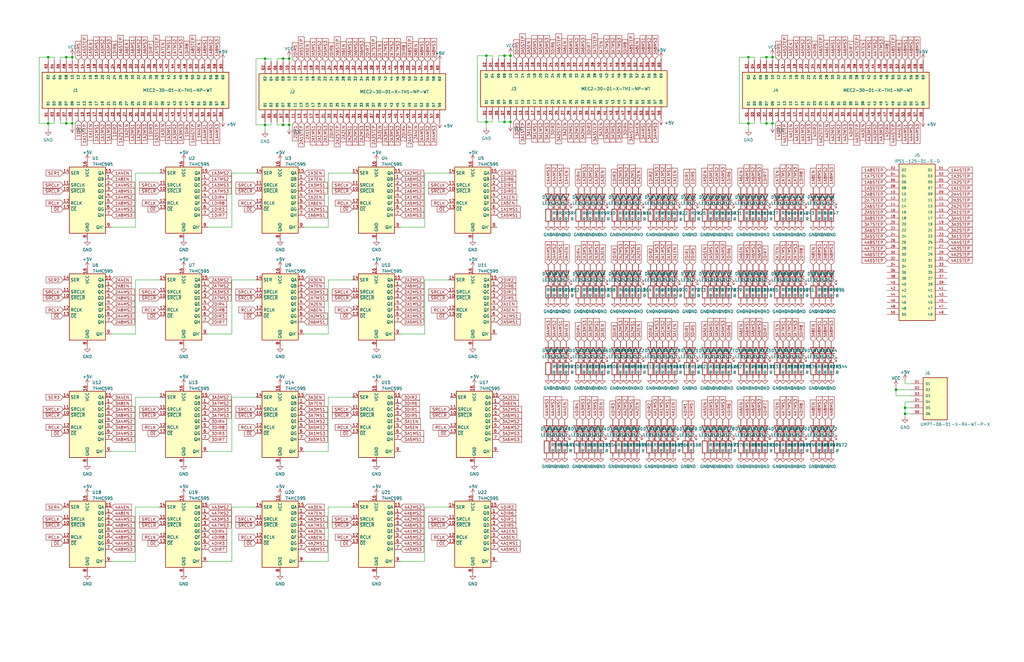
<source format=kicad_sch>
(kicad_sch (version 20211123) (generator eeschema)
  (paper "B")
  (junction (at 215.265 23.495))
  (junction (at 30.48 24.13))
  (junction (at 119.38 24.765))
  (junction (at 119.38 52.705))
  (junction (at 323.215 52.07))
  (junction (at 30.48 52.07))
  (junction (at 20.32 52.07))
  (junction (at 121.92 52.705))
  (junction (at 212.725 51.435))
  (junction (at 205.105 51.435))
  (junction (at 121.92 24.765))
  (junction (at 377.825 164.465))
  (junction (at 315.595 24.13))
  (junction (at 111.76 52.705))
  (junction (at 381.635 172.085))
  (junction (at 381.635 174.625))
  (junction (at 212.725 23.495))
  (junction (at 205.105 23.495))
  (junction (at 323.215 24.13))
  (junction (at 215.265 51.435))
  (junction (at 20.32 24.13))
  (junction (at 325.755 52.07))
  (junction (at 27.94 24.13))
  (junction (at 315.595 52.07))
  (junction (at 111.76 24.765))
  (junction (at 27.94 52.07))
  (junction (at 325.755 24.13))
  (wire (pts (xy 138.43 236.855) (xy 138.43 213.995)))
  (wire (pts (xy 87.63 236.855) (xy 97.79 236.855)))
  (wire (pts (xy 121.92 24.13) (xy 121.92 24.765)))
  (wire (pts (xy 111.76 52.705) (xy 107.95 52.705)))
  (wire (pts (xy 87.63 190.5) (xy 97.79 190.5)))
  (wire (pts (xy 179.07 95.885) (xy 179.07 73.025)))
  (wire (pts (xy 320.675 50.8) (xy 320.675 52.07)))
  (wire (pts (xy 46.99 140.97) (xy 57.15 140.97)))
  (wire (pts (xy 315.595 50.8) (xy 315.595 52.07)))
  (wire (pts (xy 315.595 52.07) (xy 315.595 54.61)))
  (wire (pts (xy 97.79 95.885) (xy 97.79 73.025)))
  (wire (pts (xy 20.32 50.8) (xy 20.32 52.07)))
  (wire (pts (xy 114.3 26.035) (xy 114.3 24.765)))
  (wire (pts (xy 210.185 51.435) (xy 212.725 51.435)))
  (wire (pts (xy 318.135 50.8) (xy 318.135 52.07)))
  (wire (pts (xy 119.38 24.765) (xy 121.92 24.765)))
  (wire (pts (xy 179.07 140.97) (xy 179.07 118.11)))
  (wire (pts (xy 46.99 95.885) (xy 57.15 95.885)))
  (wire (pts (xy 30.48 24.13) (xy 30.48 25.4)))
  (wire (pts (xy 138.43 73.025) (xy 148.59 73.025)))
  (wire (pts (xy 179.07 236.855) (xy 179.07 213.995)))
  (wire (pts (xy 128.27 190.5) (xy 138.43 190.5)))
  (wire (pts (xy 325.755 23.495) (xy 325.755 24.13)))
  (wire (pts (xy 201.295 23.495) (xy 205.105 23.495)))
  (wire (pts (xy 320.675 24.13) (xy 323.215 24.13)))
  (wire (pts (xy 212.725 51.435) (xy 215.265 51.435)))
  (wire (pts (xy 22.86 50.8) (xy 22.86 52.07)))
  (wire (pts (xy 323.215 24.13) (xy 323.215 25.4)))
  (wire (pts (xy 22.86 25.4) (xy 22.86 24.13)))
  (wire (pts (xy 318.135 52.07) (xy 315.595 52.07)))
  (wire (pts (xy 377.825 164.465) (xy 384.175 164.465)))
  (wire (pts (xy 325.755 52.07) (xy 325.755 53.34)))
  (wire (pts (xy 57.15 167.64) (xy 67.31 167.64)))
  (wire (pts (xy 315.595 24.13) (xy 315.595 25.4)))
  (wire (pts (xy 114.3 51.435) (xy 114.3 52.705)))
  (wire (pts (xy 57.15 140.97) (xy 57.15 118.11)))
  (wire (pts (xy 121.92 24.765) (xy 121.92 26.035)))
  (wire (pts (xy 215.265 23.495) (xy 215.265 24.765)))
  (wire (pts (xy 22.86 24.13) (xy 20.32 24.13)))
  (wire (pts (xy 138.43 118.11) (xy 148.59 118.11)))
  (wire (pts (xy 16.51 24.13) (xy 20.32 24.13)))
  (wire (pts (xy 168.91 95.885) (xy 179.07 95.885)))
  (wire (pts (xy 381.635 172.085) (xy 381.635 169.545)))
  (wire (pts (xy 138.43 213.995) (xy 148.59 213.995)))
  (wire (pts (xy 210.185 50.165) (xy 210.185 51.435)))
  (wire (pts (xy 318.135 24.13) (xy 315.595 24.13)))
  (wire (pts (xy 128.27 140.97) (xy 138.43 140.97)))
  (wire (pts (xy 16.51 52.07) (xy 16.51 24.13)))
  (wire (pts (xy 57.15 118.11) (xy 67.31 118.11)))
  (wire (pts (xy 25.4 52.07) (xy 27.94 52.07)))
  (wire (pts (xy 57.15 213.995) (xy 67.31 213.995)))
  (wire (pts (xy 119.38 51.435) (xy 119.38 52.705)))
  (wire (pts (xy 205.105 23.495) (xy 205.105 24.765)))
  (wire (pts (xy 212.725 23.495) (xy 212.725 24.765)))
  (wire (pts (xy 138.43 95.885) (xy 138.43 73.025)))
  (wire (pts (xy 30.48 23.495) (xy 30.48 24.13)))
  (wire (pts (xy 46.99 236.855) (xy 57.15 236.855)))
  (wire (pts (xy 30.48 50.8) (xy 30.48 52.07)))
  (wire (pts (xy 87.63 140.97) (xy 97.79 140.97)))
  (wire (pts (xy 210.185 24.765) (xy 210.185 23.495)))
  (wire (pts (xy 22.86 52.07) (xy 20.32 52.07)))
  (wire (pts (xy 215.265 50.165) (xy 215.265 51.435)))
  (wire (pts (xy 168.91 140.97) (xy 179.07 140.97)))
  (wire (pts (xy 311.785 24.13) (xy 315.595 24.13)))
  (wire (pts (xy 138.43 167.64) (xy 148.59 167.64)))
  (wire (pts (xy 97.79 118.11) (xy 107.95 118.11)))
  (wire (pts (xy 25.4 50.8) (xy 25.4 52.07)))
  (wire (pts (xy 179.07 73.025) (xy 189.23 73.025)))
  (wire (pts (xy 97.79 213.995) (xy 107.95 213.995)))
  (wire (pts (xy 168.91 236.855) (xy 179.07 236.855)))
  (wire (pts (xy 179.07 118.11) (xy 189.23 118.11)))
  (wire (pts (xy 57.15 236.855) (xy 57.15 213.995)))
  (wire (pts (xy 116.84 52.705) (xy 119.38 52.705)))
  (wire (pts (xy 57.15 190.5) (xy 57.15 167.64)))
  (wire (pts (xy 179.07 213.995) (xy 189.23 213.995)))
  (wire (pts (xy 128.27 236.855) (xy 138.43 236.855)))
  (wire (pts (xy 97.79 167.64) (xy 107.95 167.64)))
  (wire (pts (xy 381.635 174.625) (xy 384.175 174.625)))
  (wire (pts (xy 107.95 24.765) (xy 111.76 24.765)))
  (wire (pts (xy 97.79 73.025) (xy 107.95 73.025)))
  (wire (pts (xy 116.84 26.035) (xy 116.84 24.765)))
  (wire (pts (xy 138.43 140.97) (xy 138.43 118.11)))
  (wire (pts (xy 205.105 50.165) (xy 205.105 51.435)))
  (wire (pts (xy 87.63 95.885) (xy 97.79 95.885)))
  (wire (pts (xy 57.15 95.885) (xy 57.15 73.025)))
  (wire (pts (xy 320.675 52.07) (xy 323.215 52.07)))
  (wire (pts (xy 311.785 52.07) (xy 311.785 24.13)))
  (wire (pts (xy 201.295 51.435) (xy 201.295 23.495)))
  (wire (pts (xy 205.105 51.435) (xy 201.295 51.435)))
  (wire (pts (xy 207.645 51.435) (xy 205.105 51.435)))
  (wire (pts (xy 107.95 52.705) (xy 107.95 24.765)))
  (wire (pts (xy 27.94 50.8) (xy 27.94 52.07)))
  (wire (pts (xy 377.825 167.005) (xy 377.825 164.465)))
  (wire (pts (xy 205.105 51.435) (xy 205.105 53.975)))
  (wire (pts (xy 114.3 24.765) (xy 111.76 24.765)))
  (wire (pts (xy 212.725 23.495) (xy 215.265 23.495)))
  (wire (pts (xy 207.645 50.165) (xy 207.645 51.435)))
  (wire (pts (xy 381.635 175.895) (xy 381.635 174.625)))
  (wire (pts (xy 323.215 52.07) (xy 325.755 52.07)))
  (wire (pts (xy 381.635 174.625) (xy 381.635 172.085)))
  (wire (pts (xy 46.99 190.5) (xy 57.15 190.5)))
  (wire (pts (xy 116.84 24.765) (xy 119.38 24.765)))
  (wire (pts (xy 111.76 51.435) (xy 111.76 52.705)))
  (wire (pts (xy 121.92 52.705) (xy 121.92 53.975)))
  (wire (pts (xy 215.265 22.86) (xy 215.265 23.495)))
  (wire (pts (xy 30.48 52.07) (xy 30.48 53.34)))
  (wire (pts (xy 325.755 50.8) (xy 325.755 52.07)))
  (wire (pts (xy 119.38 52.705) (xy 121.92 52.705)))
  (wire (pts (xy 381.635 160.655) (xy 381.635 161.925)))
  (wire (pts (xy 97.79 140.97) (xy 97.79 118.11)))
  (wire (pts (xy 27.94 52.07) (xy 30.48 52.07)))
  (wire (pts (xy 207.645 24.765) (xy 207.645 23.495)))
  (wire (pts (xy 212.725 50.165) (xy 212.725 51.435)))
  (wire (pts (xy 210.185 23.495) (xy 212.725 23.495)))
  (wire (pts (xy 20.32 24.13) (xy 20.32 25.4)))
  (wire (pts (xy 325.755 24.13) (xy 325.755 25.4)))
  (wire (pts (xy 215.265 51.435) (xy 215.265 52.705)))
  (wire (pts (xy 119.38 24.765) (xy 119.38 26.035)))
  (wire (pts (xy 128.27 95.885) (xy 138.43 95.885)))
  (wire (pts (xy 320.675 25.4) (xy 320.675 24.13)))
  (wire (pts (xy 25.4 25.4) (xy 25.4 24.13)))
  (wire (pts (xy 384.175 167.005) (xy 377.825 167.005)))
  (wire (pts (xy 20.32 52.07) (xy 20.32 54.61)))
  (wire (pts (xy 207.645 23.495) (xy 205.105 23.495)))
  (wire (pts (xy 97.79 236.855) (xy 97.79 213.995)))
  (wire (pts (xy 25.4 24.13) (xy 27.94 24.13)))
  (wire (pts (xy 138.43 190.5) (xy 138.43 167.64)))
  (wire (pts (xy 381.635 161.925) (xy 384.175 161.925)))
  (wire (pts (xy 377.825 164.465) (xy 377.825 163.195)))
  (wire (pts (xy 121.92 51.435) (xy 121.92 52.705)))
  (wire (pts (xy 381.635 169.545) (xy 384.175 169.545)))
  (wire (pts (xy 27.94 24.13) (xy 30.48 24.13)))
  (wire (pts (xy 20.32 52.07) (xy 16.51 52.07)))
  (wire (pts (xy 114.3 52.705) (xy 111.76 52.705)))
  (wire (pts (xy 97.79 190.5) (xy 97.79 167.64)))
  (wire (pts (xy 323.215 24.13) (xy 325.755 24.13)))
  (wire (pts (xy 323.215 50.8) (xy 323.215 52.07)))
  (wire (pts (xy 315.595 52.07) (xy 311.785 52.07)))
  (wire (pts (xy 111.76 24.765) (xy 111.76 26.035)))
  (wire (pts (xy 116.84 51.435) (xy 116.84 52.705)))
  (wire (pts (xy 57.15 73.025) (xy 67.31 73.025)))
  (wire (pts (xy 381.635 172.085) (xy 384.175 172.085)))
  (wire (pts (xy 111.76 52.705) (xy 111.76 55.245)))
  (wire (pts (xy 318.135 25.4) (xy 318.135 24.13)))
  (wire (pts (xy 27.94 24.13) (xy 27.94 25.4)))
  (global_label "2DIR4" (shape input) (at 87.63 128.27 0) (property "Intersheet References" "${INTERSHEET_REFS}" (effects hide)))
  (global_label "1A3EN" (shape input) (at 254 79.375 90) (property "Intersheet References" "${INTERSHEET_REFS}" (effects hide)))
  (global_label "3DIR5" (shape input) (at 217.805 24.765 90) (property "Intersheet References" "${INTERSHEET_REFS}" (effects hide)))
  (global_label "4A2EN" (shape input) (at 268.605 177.165 90) (property "Intersheet References" "${INTERSHEET_REFS}" (effects hide)))
  (global_label "2A6MS3" (shape input) (at 168.91 125.73 0) (property "Intersheet References" "${INTERSHEET_REFS}" (effects hide)))
  (global_label "4A2MS2" (shape input) (at 263.525 177.165 90) (property "Intersheet References" "${INTERSHEET_REFS}" (effects hide)))
  (global_label "2DIR2" (shape input) (at 139.7 51.435 270) (property "Intersheet References" "${INTERSHEET_REFS}" (effects hide)))
  (global_label "3A4MS2" (shape input) (at 273.685 50.165 270) (property "Intersheet References" "${INTERSHEET_REFS}" (effects hide)))
  (global_label "1A2EN" (shape input) (at 128.27 83.185 0) (property "Intersheet References" "${INTERSHEET_REFS}" (effects hide)))
  (global_label "4A5MS2" (shape input) (at 338.455 25.4 90) (property "Intersheet References" "${INTERSHEET_REFS}" (effects hide)))
  (global_label "4A2MS3" (shape input) (at 356.235 50.8 270) (property "Intersheet References" "${INTERSHEET_REFS}" (effects hide)))
  (global_label "SRCLK" (shape input) (at 189.865 172.72 180) (property "Intersheet References" "${INTERSHEET_REFS}" (effects hide)))
  (global_label "3A8MS2" (shape input) (at 46.99 180.34 0) (property "Intersheet References" "${INTERSHEET_REFS}" (effects hide)))
  (global_label "3DIR2" (shape input) (at 233.045 50.165 270) (property "Intersheet References" "${INTERSHEET_REFS}" (effects hide)))
  (global_label "3A4STEP" (shape input) (at 266.065 50.165 270) (property "Intersheet References" "${INTERSHEET_REFS}" (effects hide)))
  (global_label "1A8EN" (shape input) (at 83.82 25.4 90) (property "Intersheet References" "${INTERSHEET_REFS}" (effects hide)))
  (global_label "4A8MS1" (shape input) (at 345.44 177.165 90) (property "Intersheet References" "${INTERSHEET_REFS}" (effects hide)))
  (global_label "4A3MS2" (shape input) (at 87.63 213.995 0) (property "Intersheet References" "${INTERSHEET_REFS}" (effects hide)))
  (global_label "3A7EN" (shape input) (at 253.365 24.765 90) (property "Intersheet References" "${INTERSHEET_REFS}" (effects hide)))
  (global_label "2A1MS3" (shape input) (at 137.16 51.435 270) (property "Intersheet References" "${INTERSHEET_REFS}" (effects hide)))
  (global_label "4A7MS2" (shape input) (at 332.74 177.165 90) (property "Intersheet References" "${INTERSHEET_REFS}" (effects hide)))
  (global_label "~{OE}" (shape input) (at 107.95 88.265 180) (property "Intersheet References" "${INTERSHEET_REFS}" (effects hide)))
  (global_label "~{OE}" (shape input) (at 67.31 182.88 180) (property "Intersheet References" "${INTERSHEET_REFS}" (effects hide)))
  (global_label "1A1STEP" (shape input) (at 35.56 50.8 270) (property "Intersheet References" "${INTERSHEET_REFS}" (effects hide)))
  (global_label "4A7EN" (shape input) (at 128.27 216.535 0) (property "Intersheet References" "${INTERSHEET_REFS}" (effects hide)))
  (global_label "2A5MS2" (shape input) (at 302.26 111.76 90) (property "Intersheet References" "${INTERSHEET_REFS}" (effects hide)))
  (global_label "1A7STEP" (shape input) (at 374.015 74.295 180) (property "Intersheet References" "${INTERSHEET_REFS}" (effects hide)))
  (global_label "2A3MS2" (shape input) (at 165.1 51.435 270) (property "Intersheet References" "${INTERSHEET_REFS}" (effects hide)))
  (global_label "4A4MS3" (shape input) (at 386.715 50.8 270) (property "Intersheet References" "${INTERSHEET_REFS}" (effects hide)))
  (global_label "1A6STEP" (shape input) (at 50.8 25.4 90) (property "Intersheet References" "${INTERSHEET_REFS}" (effects hide)))
  (global_label "SRCLK" (shape input) (at 67.31 78.105 180) (property "Intersheet References" "${INTERSHEET_REFS}" (effects hide)))
  (global_label "4A2MS2" (shape input) (at 168.91 213.995 0) (property "Intersheet References" "${INTERSHEET_REFS}" (effects hide)))
  (global_label "2A6MS2" (shape input) (at 149.86 26.035 90) (property "Intersheet References" "${INTERSHEET_REFS}" (effects hide)))
  (global_label "3A2MS1" (shape input) (at 266.7 144.145 90) (property "Intersheet References" "${INTERSHEET_REFS}" (effects hide)))
  (global_label "1A4MS1" (shape input) (at 236.22 79.375 90) (property "Intersheet References" "${INTERSHEET_REFS}" (effects hide)))
  (global_label "4A2MS1" (shape input) (at 266.065 177.165 90) (property "Intersheet References" "${INTERSHEET_REFS}" (effects hide)))
  (global_label "3A6STEP" (shape input) (at 374.015 97.155 180) (property "Intersheet References" "${INTERSHEET_REFS}" (effects hide)))
  (global_label "2A8MS1" (shape input) (at 46.99 125.73 0) (property "Intersheet References" "${INTERSHEET_REFS}" (effects hide)))
  (global_label "3A8MS2" (shape input) (at 273.685 24.765 90) (property "Intersheet References" "${INTERSHEET_REFS}" (effects hide)))
  (global_label "3A3STEP" (shape input) (at 399.415 94.615 0) (property "Intersheet References" "${INTERSHEET_REFS}" (effects hide)))
  (global_label "3A6MS2" (shape input) (at 317.5 144.145 90) (property "Intersheet References" "${INTERSHEET_REFS}" (effects hide)))
  (global_label "3A7MS2" (shape input) (at 87.63 170.18 0) (property "Intersheet References" "${INTERSHEET_REFS}" (effects hide)))
  (global_label "3A7MS1" (shape input) (at 128.27 175.26 0) (property "Intersheet References" "${INTERSHEET_REFS}" (effects hide)))
  (global_label "SRCLK" (shape input) (at 67.31 219.075 180) (property "Intersheet References" "${INTERSHEET_REFS}" (effects hide)))
  (global_label "3A2MS3" (shape input) (at 210.185 182.88 0) (property "Intersheet References" "${INTERSHEET_REFS}" (effects hide)))
  (global_label "1A6MS2" (shape input) (at 317.5 79.375 90) (property "Intersheet References" "${INTERSHEET_REFS}" (effects hide)))
  (global_label "1A5MS2" (shape input) (at 43.18 25.4 90) (property "Intersheet References" "${INTERSHEET_REFS}" (effects hide)))
  (global_label "3A5MS2" (shape input) (at 128.27 180.34 0) (property "Intersheet References" "${INTERSHEET_REFS}" (effects hide)))
  (global_label "2A3MS1" (shape input) (at 128.27 123.19 0) (property "Intersheet References" "${INTERSHEET_REFS}" (effects hide)))
  (global_label "1A4MS2" (shape input) (at 46.99 83.185 0) (property "Intersheet References" "${INTERSHEET_REFS}" (effects hide)))
  (global_label "3DIR8" (shape input) (at 87.63 180.34 0) (property "Intersheet References" "${INTERSHEET_REFS}" (effects hide)))
  (global_label "3A6MS1" (shape input) (at 314.96 144.145 90) (property "Intersheet References" "${INTERSHEET_REFS}" (effects hide)))
  (global_label "1A4MS1" (shape input) (at 86.36 50.8 270) (property "Intersheet References" "${INTERSHEET_REFS}" (effects hide)))
  (global_label "4A6STEP" (shape input) (at 374.015 107.315 180) (property "Intersheet References" "${INTERSHEET_REFS}" (effects hide)))
  (global_label "1A4EN" (shape input) (at 46.99 73.025 0) (property "Intersheet References" "${INTERSHEET_REFS}" (effects hide)))
  (global_label "RCLK" (shape input) (at 26.67 226.695 180) (property "Intersheet References" "${INTERSHEET_REFS}" (effects hide)))
  (global_label "3A3MS1" (shape input) (at 251.46 144.145 90) (property "Intersheet References" "${INTERSHEET_REFS}" (effects hide)))
  (global_label "1A3MS1" (shape input) (at 251.46 79.375 90) (property "Intersheet References" "${INTERSHEET_REFS}" (effects hide)))
  (global_label "2A7MS2" (shape input) (at 87.63 120.65 0) (property "Intersheet References" "${INTERSHEET_REFS}" (effects hide)))
  (global_label "1A3MS3" (shape input) (at 246.38 79.375 90) (property "Intersheet References" "${INTERSHEET_REFS}" (effects hide)))
  (global_label "2A8EN" (shape input) (at 342.9 111.76 90) (property "Intersheet References" "${INTERSHEET_REFS}" (effects hide)))
  (global_label "3A5STEP" (shape input) (at 220.345 24.765 90) (property "Intersheet References" "${INTERSHEET_REFS}" (effects hide)))
  (global_label "3A7MS1" (shape input) (at 255.905 24.765 90) (property "Intersheet References" "${INTERSHEET_REFS}" (effects hide)))
  (global_label "3DIR4" (shape input) (at 263.525 50.165 270) (property "Intersheet References" "${INTERSHEET_REFS}" (effects hide)))
  (global_label "2A3MS1" (shape input) (at 251.46 111.76 90) (property "Intersheet References" "${INTERSHEET_REFS}" (effects hide)))
  (global_label "2A7MS1" (shape input) (at 162.56 26.035 90) (property "Intersheet References" "${INTERSHEET_REFS}" (effects hide)))
  (global_label "4A5MS1" (shape input) (at 299.72 177.165 90) (property "Intersheet References" "${INTERSHEET_REFS}" (effects hide)))
  (global_label "4A5MS2" (shape input) (at 168.91 226.695 0) (property "Intersheet References" "${INTERSHEET_REFS}" (effects hide)))
  (global_label "~{OE}" (shape input) (at 26.67 229.235 180) (property "Intersheet References" "${INTERSHEET_REFS}" (effects hide)))
  (global_label "3A1EN" (shape input) (at 222.885 50.165 270) (property "Intersheet References" "${INTERSHEET_REFS}" (effects hide)))
  (global_label "2A7EN" (shape input) (at 160.02 26.035 90) (property "Intersheet References" "${INTERSHEET_REFS}" (effects hide)))
  (global_label "4A7MS1" (shape input) (at 330.2 177.165 90) (property "Intersheet References" "${INTERSHEET_REFS}" (effects hide)))
  (global_label "3A8EN" (shape input) (at 342.9 144.145 90) (property "Intersheet References" "${INTERSHEET_REFS}" (effects hide)))
  (global_label "1A1EN" (shape input) (at 209.55 83.185 0) (property "Intersheet References" "${INTERSHEET_REFS}" (effects hide)))
  (global_label "4A7MS3" (shape input) (at 371.475 25.4 90) (property "Intersheet References" "${INTERSHEET_REFS}" (effects hide)))
  (global_label "4A5MS3" (shape input) (at 168.91 231.775 0) (property "Intersheet References" "${INTERSHEET_REFS}" (effects hide)))
  (global_label "RCLK" (shape input) (at 26.67 180.34 180) (property "Intersheet References" "${INTERSHEET_REFS}" (effects hide)))
  (global_label "3A5EN" (shape input) (at 297.18 144.145 90) (property "Intersheet References" "${INTERSHEET_REFS}" (effects hide)))
  (global_label "1DIR7" (shape input) (at 63.5 25.4 90) (property "Intersheet References" "${INTERSHEET_REFS}" (effects hide)))
  (global_label "2A7STEP" (shape input) (at 374.015 84.455 180) (property "Intersheet References" "${INTERSHEET_REFS}" (effects hide)))
  (global_label "~{SRCLR}" (shape input) (at 148.59 221.615 180) (property "Intersheet References" "${INTERSHEET_REFS}" (effects hide)))
  (global_label "~{SRCLR}" (shape input) (at 148.59 125.73 180) (property "Intersheet References" "${INTERSHEET_REFS}" (effects hide)))
  (global_label "4A5STEP" (shape input) (at 330.835 25.4 90) (property "Intersheet References" "${INTERSHEET_REFS}" (effects hide)))
  (global_label "3A3MS1" (shape input) (at 255.905 50.165 270) (property "Intersheet References" "${INTERSHEET_REFS}" (effects hide)))
  (global_label "~{OE}" (shape input) (at 189.865 182.88 180) (property "Intersheet References" "${INTERSHEET_REFS}" (effects hide)))
  (global_label "RCLK" (shape input) (at 148.59 226.695 180) (property "Intersheet References" "${INTERSHEET_REFS}" (effects hide)))
  (global_label "2A6STEP" (shape input) (at 142.24 26.035 90) (property "Intersheet References" "${INTERSHEET_REFS}" (effects hide)))
  (global_label "~{SRCLR}" (shape input) (at 189.23 221.615 180) (property "Intersheet References" "${INTERSHEET_REFS}" (effects hide)))
  (global_label "2A5MS3" (shape input) (at 137.16 26.035 90) (property "Intersheet References" "${INTERSHEET_REFS}" (effects hide)))
  (global_label "4A1MS3" (shape input) (at 276.225 177.165 90) (property "Intersheet References" "${INTERSHEET_REFS}" (effects hide)))
  (global_label "1A4MS3" (shape input) (at 91.44 50.8 270) (property "Intersheet References" "${INTERSHEET_REFS}" (effects hide)))
  (global_label "3A2MS3" (shape input) (at 261.62 144.145 90) (property "Intersheet References" "${INTERSHEET_REFS}" (effects hide)))
  (global_label "3A2MS1" (shape input) (at 210.185 172.72 0) (property "Intersheet References" "${INTERSHEET_REFS}" (effects hide)))
  (global_label "~{OE}" (shape input) (at 67.31 133.35 180) (property "Intersheet References" "${INTERSHEET_REFS}" (effects hide)))
  (global_label "4A2STEP" (shape input) (at 399.415 107.315 0) (property "Intersheet References" "${INTERSHEET_REFS}" (effects hide)))
  (global_label "3A7MS3" (shape input) (at 87.63 175.26 0) (property "Intersheet References" "${INTERSHEET_REFS}" (effects hide)))
  (global_label "4A4EN" (shape input) (at 46.99 213.995 0) (property "Intersheet References" "${INTERSHEET_REFS}" (effects hide)))
  (global_label "RCLK" (shape input) (at 67.31 180.34 180) (property "Intersheet References" "${INTERSHEET_REFS}" (effects hide)))
  (global_label "4A8STEP" (shape input) (at 374.015 102.235 180) (property "Intersheet References" "${INTERSHEET_REFS}" (effects hide)))
  (global_label "~{SRCLR}" (shape input) (at 26.67 125.73 180) (property "Intersheet References" "${INTERSHEET_REFS}" (effects hide)))
  (global_label "3A3MS3" (shape input) (at 260.985 50.165 270) (property "Intersheet References" "${INTERSHEET_REFS}" (effects hide)))
  (global_label "4DIR8" (shape input) (at 337.82 177.165 90) (property "Intersheet References" "${INTERSHEET_REFS}" (effects hide)))
  (global_label "3DIR3" (shape input) (at 87.63 182.88 0) (property "Intersheet References" "${INTERSHEET_REFS}" (effects hide)))
  (global_label "1A7MS1" (shape input) (at 330.2 79.375 90) (property "Intersheet References" "${INTERSHEET_REFS}" (effects hide)))
  (global_label "4A1MS1" (shape input) (at 335.915 50.8 270) (property "Intersheet References" "${INTERSHEET_REFS}" (effects hide)))
  (global_label "3A4MS2" (shape input) (at 46.99 177.8 0) (property "Intersheet References" "${INTERSHEET_REFS}" (effects hide)))
  (global_label "1A7MS3" (shape input) (at 335.28 79.375 90) (property "Intersheet References" "${INTERSHEET_REFS}" (effects hide)))
  (global_label "1A3MS1" (shape input) (at 128.27 78.105 0) (property "Intersheet References" "${INTERSHEET_REFS}" (effects hide)))
  (global_label "2A2MS2" (shape input) (at 264.16 111.76 90) (property "Intersheet References" "${INTERSHEET_REFS}" (effects hide)))
  (global_label "2A6MS3" (shape input) (at 152.4 26.035 90) (property "Intersheet References" "${INTERSHEET_REFS}" (effects hide)))
  (global_label "2A8MS1" (shape input) (at 345.44 111.76 90) (property "Intersheet References" "${INTERSHEET_REFS}" (effects hide)))
  (global_label "4A3MS3" (shape input) (at 87.63 219.075 0) (property "Intersheet References" "${INTERSHEET_REFS}" (effects hide)))
  (global_label "4DIR6" (shape input) (at 209.55 216.535 0) (property "Intersheet References" "${INTERSHEET_REFS}" (effects hide)))
  (global_label "3A8MS1" (shape input) (at 46.99 175.26 0) (property "Intersheet References" "${INTERSHEET_REFS}" (effects hide)))
  (global_label "3A6MS3" (shape input) (at 210.185 185.42 0) (property "Intersheet References" "${INTERSHEET_REFS}" (effects hide)))
  (global_label "2DIR8" (shape input) (at 170.18 26.035 90) (property "Intersheet References" "${INTERSHEET_REFS}" (effects hide)))
  (global_label "1DIR6" (shape input) (at 48.26 25.4 90) (property "Intersheet References" "${INTERSHEET_REFS}" (effects hide)))
  (global_label "2A8EN" (shape input) (at 175.26 26.035 90) (property "Intersheet References" "${INTERSHEET_REFS}" (effects hide)))
  (global_label "1A4EN" (shape input) (at 238.76 79.375 90) (property "Intersheet References" "${INTERSHEET_REFS}" (effects hide)))
  (global_label "1A6EN" (shape input) (at 128.27 85.725 0) (property "Intersheet References" "${INTERSHEET_REFS}" (effects hide)))
  (global_label "4A6MS2" (shape input) (at 317.5 177.165 90) (property "Intersheet References" "${INTERSHEET_REFS}" (effects hide)))
  (global_label "4A2MS2" (shape input) (at 353.695 50.8 270) (property "Intersheet References" "${INTERSHEET_REFS}" (effects hide)))
  (global_label "4DIR7" (shape input) (at 358.775 25.4 90) (property "Intersheet References" "${INTERSHEET_REFS}" (effects hide)))
  (global_label "2A2MS1" (shape input) (at 266.7 111.76 90) (property "Intersheet References" "${INTERSHEET_REFS}" (effects hide)))
  (global_label "3A1MS1" (shape input) (at 281.94 144.145 90) (property "Intersheet References" "${INTERSHEET_REFS}" (effects hide)))
  (global_label "3A3MS2" (shape input) (at 248.92 144.145 90) (property "Intersheet References" "${INTERSHEET_REFS}" (effects hide)))
  (global_label "2A2MS1" (shape input) (at 128.27 133.35 0) (property "Intersheet References" "${INTERSHEET_REFS}" (effects hide)))
  (global_label "4A7STEP" (shape input) (at 374.015 104.775 180) (property "Intersheet References" "${INTERSHEET_REFS}" (effects hide)))
  (global_label "4A8MS2" (shape input) (at 384.175 25.4 90) (property "Intersheet References" "${INTERSHEET_REFS}" (effects hide)))
  (global_label "1A2MS3" (shape input) (at 60.96 50.8 270) (property "Intersheet References" "${INTERSHEET_REFS}" (effects hide)))
  (global_label "4A4MS1" (shape input) (at 381.635 50.8 270) (property "Intersheet References" "${INTERSHEET_REFS}" (effects hide)))
  (global_label "1A4MS1" (shape input) (at 46.99 78.105 0) (property "Intersheet References" "${INTERSHEET_REFS}" (effects hide)))
  (global_label "2A3MS2" (shape input) (at 248.92 111.76 90) (property "Intersheet References" "${INTERSHEET_REFS}" (effects hide)))
  (global_label "1A7MS2" (shape input) (at 73.66 25.4 90) (property "Intersheet References" "${INTERSHEET_REFS}" (effects hide)))
  (global_label "1A5STEP" (shape input) (at 374.015 79.375 180) (property "Intersheet References" "${INTERSHEET_REFS}" (effects hide)))
  (global_label "2A3MS2" (shape input) (at 87.63 118.11 0) (property "Intersheet References" "${INTERSHEET_REFS}" (effects hide)))
  (global_label "1DIR5" (shape input) (at 209.55 80.645 0) (property "Intersheet References" "${INTERSHEET_REFS}" (effects hide)))
  (global_label "4A1MS3" (shape input) (at 168.91 229.235 0) (property "Intersheet References" "${INTERSHEET_REFS}" (effects hide)))
  (global_label "4DIR2" (shape input) (at 273.685 177.165 90) (property "Intersheet References" "${INTERSHEET_REFS}" (effects hide)))
  (global_label "3A1STEP" (shape input) (at 220.345 50.165 270) (property "Intersheet References" "${INTERSHEET_REFS}" (effects hide)))
  (global_label "SRCLK" (shape input) (at 26.67 172.72 180) (property "Intersheet References" "${INTERSHEET_REFS}" (effects hide)))
  (global_label "2A7EN" (shape input) (at 128.27 120.65 0) (property "Intersheet References" "${INTERSHEET_REFS}" (effects hide)))
  (global_label "1A7EN" (shape input) (at 128.27 75.565 0) (property "Intersheet References" "${INTERSHEET_REFS}" (effects hide)))
  (global_label "~{SRCLR}" (shape input) (at 67.31 125.73 180) (property "Intersheet References" "${INTERSHEET_REFS}" (effects hide)))
  (global_label "1A2MS3" (shape input) (at 168.91 78.105 0) (property "Intersheet References" "${INTERSHEET_REFS}" (effects hide)))
  (global_label "2DIR7" (shape input) (at 87.63 135.89 0) (property "Intersheet References" "${INTERSHEET_REFS}" (effects hide)))
  (global_label "1A1MS1" (shape input) (at 209.55 88.265 0) (property "Intersheet References" "${INTERSHEET_REFS}" (effects hide)))
  (global_label "2A5MS1" (shape input) (at 132.08 26.035 90) (property "Intersheet References" "${INTERSHEET_REFS}" (effects hide)))
  (global_label "2DIR7" (shape input) (at 154.94 26.035 90) (property "Intersheet References" "${INTERSHEET_REFS}" (effects hide)))
  (global_label "4A7MS2" (shape input) (at 368.935 25.4 90) (property "Intersheet References" "${INTERSHEET_REFS}" (effects hide)))
  (global_label "RCLK" (shape input) (at 189.865 180.34 180) (property "Intersheet References" "${INTERSHEET_REFS}" (effects hide)))
  (global_label "3A7STEP" (shape input) (at 374.015 94.615 180) (property "Intersheet References" "${INTERSHEET_REFS}" (effects hide)))
  (global_label "1A4MS2" (shape input) (at 233.68 79.375 90) (property "Intersheet References" "${INTERSHEET_REFS}" (effects hide)))
  (global_label "3A4EN" (shape input) (at 46.99 167.64 0) (property "Intersheet References" "${INTERSHEET_REFS}" (effects hide)))
  (global_label "3DIR1" (shape input) (at 168.91 172.72 0) (property "Intersheet References" "${INTERSHEET_REFS}" (effects hide)))
  (global_label "1A8MS2" (shape input) (at 347.98 79.375 90) (property "Intersheet References" "${INTERSHEET_REFS}" (effects hide)))
  (global_label "3A5MS3" (shape input) (at 304.8 144.145 90) (property "Intersheet References" "${INTERSHEET_REFS}" (effects hide)))
  (global_label "3DIR3" (shape input) (at 248.285 50.165 270) (property "Intersheet References" "${INTERSHEET_REFS}" (effects hide)))
  (global_label "1A5STEP" (shape input) (at 35.56 25.4 90) (property "Intersheet References" "${INTERSHEET_REFS}" (effects hide)))
  (global_label "4A1MS2" (shape input) (at 168.91 224.155 0) (property "Intersheet References" "${INTERSHEET_REFS}" (effects hide)))
  (global_label "4DIR5" (shape input) (at 328.295 25.4 90) (property "Intersheet References" "${INTERSHEET_REFS}" (effects hide)))
  (global_label "2A5EN" (shape input) (at 297.18 111.76 90) (property "Intersheet References" "${INTERSHEET_REFS}" (effects hide)))
  (global_label "1A3MS3" (shape input) (at 87.63 78.105 0) (property "Intersheet References" "${INTERSHEET_REFS}" (effects hide)))
  (global_label "1A6MS2" (shape input) (at 58.42 25.4 90) (property "Intersheet References" "${INTERSHEET_REFS}" (effects hide)))
  (global_label "4A6MS1" (shape input) (at 128.27 231.775 0) (property "Intersheet References" "${INTERSHEET_REFS}" (effects hide)))
  (global_label "3A5MS2" (shape input) (at 227.965 24.765 90) (property "Intersheet References" "${INTERSHEET_REFS}" (effects hide)))
  (global_label "3A1EN" (shape input) (at 284.48 144.145 90) (property "Intersheet References" "${INTERSHEET_REFS}" (effects hide)))
  (global_label "3A5EN" (shape input) (at 222.885 24.765 90) (property "Intersheet References" "${INTERSHEET_REFS}" (effects hide)))
  (global_label "SRCLK" (shape input) (at 148.59 172.72 180) (property "Intersheet References" "${INTERSHEET_REFS}" (effects hide)))
  (global_label "4A5MS2" (shape input) (at 302.26 177.165 90) (property "Intersheet References" "${INTERSHEET_REFS}" (effects hide)))
  (global_label "1A2STEP" (shape input) (at 50.8 50.8 270) (property "Intersheet References" "${INTERSHEET_REFS}" (effects hide)))
  (global_label "1A8MS3" (shape input) (at 91.44 25.4 90) (property "Intersheet References" "${INTERSHEET_REFS}" (effects hide)))
  (global_label "~{SRCLR}" (shape input) (at 189.23 80.645 180) (property "Intersheet References" "${INTERSHEET_REFS}" (effects hide)))
  (global_label "4A3MS1" (shape input) (at 128.27 219.075 0) (property "Intersheet References" "${INTERSHEET_REFS}" (effects hide)))
  (global_label "3A3EN" (shape input) (at 253.365 50.165 270) (property "Intersheet References" "${INTERSHEET_REFS}" (effects hide)))
  (global_label "1A7MS2" (shape input) (at 87.63 75.565 0) (property "Intersheet References" "${INTERSHEET_REFS}" (effects hide)))
  (global_label "2A3MS1" (shape input) (at 162.56 51.435 270) (property "Intersheet References" "${INTERSHEET_REFS}" (effects hide)))
  (global_label "2A8STEP" (shape input) (at 172.72 26.035 90) (property "Intersheet References" "${INTERSHEET_REFS}" (effects hide)))
  (global_label "2A6MS2" (shape input) (at 168.91 120.65 0) (property "Intersheet References" "${INTERSHEET_REFS}" (effects hide)))
  (global_label "4DIR3" (shape input) (at 87.63 229.235 0) (property "Intersheet References" "${INTERSHEET_REFS}" (effects hide)))
  (global_label "1A4MS2" (shape input) (at 88.9 50.8 270) (property "Intersheet References" "${INTERSHEET_REFS}" (effects hide)))
  (global_label "3DIR8" (shape input) (at 263.525 24.765 90) (property "Intersheet References" "${INTERSHEET_REFS}" (effects hide)))
  (global_label "4A6MS2" (shape input) (at 168.91 216.535 0) (property "Intersheet References" "${INTERSHEET_REFS}" (effects hide)))
  (global_label "2A8STEP" (shape input) (at 374.015 81.915 180) (property "Intersheet References" "${INTERSHEET_REFS}" (effects hide)))
  (global_label "2A3MS3" (shape input) (at 87.63 123.19 0) (property "Intersheet References" "${INTERSHEET_REFS}" (effects hide)))
  (global_label "1A1MS2" (shape input) (at 168.91 83.185 0) (property "Intersheet References" "${INTERSHEET_REFS}" (effects hide)))
  (global_label "~{SRCLR}" (shape input) (at 26.67 175.26 180) (property "Intersheet References" "${INTERSHEET_REFS}" (effects hide)))
  (global_label "SRCLK" (shape input) (at 107.95 172.72 180) (property "Intersheet References" "${INTERSHEET_REFS}" (effects hide)))
  (global_label "1A3STEP" (shape input) (at 399.415 74.295 0) (property "Intersheet References" "${INTERSHEET_REFS}" (effects hide)))
  (global_label "4DIR4" (shape input) (at 243.205 177.165 90) (property "Intersheet References" "${INTERSHEET_REFS}" (effects hide)))
  (global_label "3A3STEP" (shape input) (at 250.825 50.165 270) (property "Intersheet References" "${INTERSHEET_REFS}" (effects hide)))
  (global_label "1DIR8" (shape input) (at 87.63 85.725 0) (property "Intersheet References" "${INTERSHEET_REFS}" (effects hide)))
  (global_label "3A7MS3" (shape input) (at 335.28 144.145 90) (property "Intersheet References" "${INTERSHEET_REFS}" (effects hide)))
  (global_label "4A4MS1" (shape input) (at 235.585 177.165 90) (property "Intersheet References" "${INTERSHEET_REFS}" (effects hide)))
  (global_label "4A8MS1" (shape input) (at 46.99 221.615 0) (property "Intersheet References" "${INTERSHEET_REFS}" (effects hide)))
  (global_label "1DIR1" (shape input) (at 209.55 78.105 0) (property "Intersheet References" "${INTERSHEET_REFS}" (effects hide)))
  (global_label "3A5MS1" (shape input) (at 225.425 24.765 90) (property "Intersheet References" "${INTERSHEET_REFS}" (effects hide)))
  (global_label "2A8MS2" (shape input) (at 347.98 111.76 90) (property "Intersheet References" "${INTERSHEET_REFS}" (effects hide)))
  (global_label "2A3STEP" (shape input) (at 157.48 51.435 270) (property "Intersheet References" "${INTERSHEET_REFS}" (effects hide)))
  (global_label "3DIR8" (shape input) (at 337.82 144.145 90) (property "Intersheet References" "${INTERSHEET_REFS}" (effects hide)))
  (global_label "1DIR5" (shape input) (at 292.1 79.375 90) (property "Intersheet References" "${INTERSHEET_REFS}" (effects hide)))
  (global_label "1A1MS3" (shape input) (at 45.72 50.8 270) (property "Intersheet References" "${INTERSHEET_REFS}" (effects hide)))
  (global_label "2A6EN" (shape input) (at 144.78 26.035 90) (property "Intersheet References" "${INTERSHEET_REFS}" (effects hide)))
  (global_label "4A6EN" (shape input) (at 128.27 226.695 0) (property "Intersheet References" "${INTERSHEET_REFS}" (effects hide)))
  (global_label "2A4STEP" (shape input) (at 172.72 51.435 270) (property "Intersheet References" "${INTERSHEET_REFS}" (effects hide)))
  (global_label "2A5STEP" (shape input) (at 374.015 89.535 180) (property "Intersheet References" "${INTERSHEET_REFS}" (effects hide)))
  (global_label "~{OE}" (shape input) (at 107.95 133.35 180) (property "Intersheet References" "${INTERSHEET_REFS}" (effects hide)))
  (global_label "2DIR8" (shape input) (at 87.63 130.81 0) (property "Intersheet References" "${INTERSHEET_REFS}" (effects hide)))
  (global_label "4DIR3" (shape input) (at 358.775 50.8 270) (property "Intersheet References" "${INTERSHEET_REFS}" (effects hide)))
  (global_label "3A5MS2" (shape input) (at 302.26 144.145 90) (property "Intersheet References" "${INTERSHEET_REFS}" (effects hide)))
  (global_label "1A2MS2" (shape input) (at 58.42 50.8 270) (property "Intersheet References" "${INTERSHEET_REFS}" (effects hide)))
  (global_label "1A7MS3" (shape input) (at 87.63 80.645 0) (property "Intersheet References" "${INTERSHEET_REFS}" (effects hide)))
  (global_label "2A3STEP" (shape input) (at 399.415 84.455 0) (property "Intersheet References" "${INTERSHEET_REFS}" (effects hide)))
  (global_label "2A8MS2" (shape input) (at 46.99 130.81 0) (property "Intersheet References" "${INTERSHEET_REFS}" (effects hide)))
  (global_label "RCLK" (shape input) (at 26.67 85.725 180) (property "Intersheet References" "${INTERSHEET_REFS}" (effects hide)))
  (global_label "4A1STEP" (shape input) (at 399.415 109.855 0) (property "Intersheet References" "${INTERSHEET_REFS}" (effects hide)))
  (global_label "1A6MS3" (shape input) (at 320.04 79.375 90) (property "Intersheet References" "${INTERSHEET_REFS}" (effects hide)))
  (global_label "2A1EN" (shape input) (at 284.48 111.76 90) (property "Intersheet References" "${INTERSHEET_REFS}" (effects hide)))
  (global_label "1DIR4" (shape input) (at 87.63 83.185 0) (property "Intersheet References" "${INTERSHEET_REFS}" (effects hide)))
  (global_label "4A4MS1" (shape input) (at 46.99 219.075 0) (property "Intersheet References" "${INTERSHEET_REFS}" (effects hide)))
  (global_label "4A1MS2" (shape input) (at 278.765 177.165 90) (property "Intersheet References" "${INTERSHEET_REFS}" (effects hide)))
  (global_label "4A3EN" (shape input) (at 128.27 213.995 0) (property "Intersheet References" "${INTERSHEET_REFS}" (effects hide)))
  (global_label "4A1MS2" (shape input) (at 338.455 50.8 270) (property "Intersheet References" "${INTERSHEET_REFS}" (effects hide)))
  (global_label "2A1STEP" (shape input) (at 399.415 89.535 0) (property "Intersheet References" "${INTERSHEET_REFS}" (effects hide)))
  (global_label "2A4MS2" (shape input) (at 180.34 51.435 270) (property "Intersheet References" "${INTERSHEET_REFS}" (effects hide)))
  (global_label "2A2EN" (shape input) (at 144.78 51.435 270) (property "Intersheet References" "${INTERSHEET_REFS}" (effects hide)))
  (global_label "1A6MS1" (shape input) (at 55.88 25.4 90) (property "Intersheet References" "${INTERSHEET_REFS}" (effects hide)))
  (global_label "~{OE}" (shape input) (at 189.23 229.235 180) (property "Intersheet References" "${INTERSHEET_REFS}" (effects hide)))
  (global_label "2A2MS2" (shape input) (at 168.91 118.11 0) (property "Intersheet References" "${INTERSHEET_REFS}" (effects hide)))
  (global_label "2A4MS3" (shape input) (at 231.14 111.76 90) (property "Intersheet References" "${INTERSHEET_REFS}" (effects hide)))
  (global_label "4A3EN" (shape input) (at 253.365 177.165 90) (property "Intersheet References" "${INTERSHEET_REFS}" (effects hide)))
  (global_label "4A5EN" (shape input) (at 297.18 177.165 90) (property "Intersheet References" "${INTERSHEET_REFS}" (effects hide)))
  (global_label "SRCLK" (shape input) (at 67.31 172.72 180) (property "Intersheet References" "${INTERSHEET_REFS}" (effects hide)))
  (global_label "1A1MS3" (shape input) (at 276.86 79.375 90) (property "Intersheet References" "${INTERSHEET_REFS}" (effects hide)))
  (global_label "1A1MS1" (shape input) (at 40.64 50.8 270) (property "Intersheet References" "${INTERSHEET_REFS}" (effects hide)))
  (global_label "1A6EN" (shape input) (at 53.34 25.4 90) (property "Intersheet References" "${INTERSHEET_REFS}" (effects hide)))
  (global_label "2A3EN" (shape input) (at 160.02 51.435 270) (property "Intersheet References" "${INTERSHEET_REFS}" (effects hide)))
  (global_label "RCLK" (shape input) (at 107.95 85.725 180) (property "Intersheet References" "${INTERSHEET_REFS}" (effects hide)))
  (global_label "3A8MS2" (shape input) (at 347.98 144.145 90) (property "Intersheet References" "${INTERSHEET_REFS}" (effects hide)))
  (global_label "3A1EN" (shape input) (at 168.91 177.8 0) (property "Intersheet References" "${INTERSHEET_REFS}" (effects hide)))
  (global_label "3A1MS3" (shape input) (at 230.505 50.165 270) (property "Intersheet References" "${INTERSHEET_REFS}" (effects hide)))
  (global_label "SRCLK" (shape input) (at 189.23 219.075 180) (property "Intersheet References" "${INTERSHEET_REFS}" (effects hide)))
  (global_label "2DIR3" (shape input) (at 259.08 111.76 90) (property "Intersheet References" "${INTERSHEET_REFS}" (effects hide)))
  (global_label "4DIR8" (shape input) (at 374.015 25.4 90) (property "Intersheet References" "${INTERSHEET_REFS}" (effects hide)))
  (global_label "4A2MS3" (shape input) (at 260.985 177.165 90) (property "Intersheet References" "${INTERSHEET_REFS}" (effects hide)))
  (global_label "2A1EN" (shape input) (at 209.55 128.27 0) (property "Intersheet References" "${INTERSHEET_REFS}" (effects hide)))
  (global_label "4A5EN" (shape input) (at 209.55 226.695 0) (property "Intersheet References" "${INTERSHEET_REFS}" (effects hide)))
  (global_label "2A1MS2" (shape input) (at 168.91 128.27 0) (property "Intersheet References" "${INTERSHEET_REFS}" (effects hide)))
  (global_label "3DIR1" (shape input) (at 217.805 50.165 270) (property "Intersheet References" "${INTERSHEET_REFS}" (effects hide)))
  (global_label "1A5MS2" (shape input) (at 302.26 79.375 90) (property "Intersheet References" "${INTERSHEET_REFS}" (effects hide)))
  (global_label "3A7MS1" (shape input) (at 330.2 144.145 90) (property "Intersheet References" "${INTERSHEET_REFS}" (effects hide)))
  (global_label "1A8MS1" (shape input) (at 46.99 80.645 0) (property "Intersheet References" "${INTERSHEET_REFS}" (effects hide)))
  (global_label "1A5MS1" (shape input) (at 299.72 79.375 90) (property "Intersheet References" "${INTERSHEET_REFS}" (effects hide)))
  (global_label "3A4EN" (shape input) (at 268.605 50.165 270) (property "Intersheet References" "${INTERSHEET_REFS}" (effects hide)))
  (global_label "3A5MS1" (shape input) (at 168.91 185.42 0) (property "Intersheet References" "${INTERSHEET_REFS}" (effects hide)))
  (global_label "2DIR6" (shape input) (at 209.55 120.65 0) (property "Intersheet References" "${INTERSHEET_REFS}" (effects hide)))
  (global_label "1A6MS3" (shape input) (at 60.96 25.4 90) (property "Intersheet References" "${INTERSHEET_REFS}" (effects hide)))
  (global_label "4A5EN" (shape input) (at 333.375 25.4 90) (property "Intersheet References" "${INTERSHEET_REFS}" (effects hide)))
  (global_label "3A3EN" (shape input) (at 128.27 167.64 0) (property "Intersheet References" "${INTERSHEET_REFS}" (effects hide)))
  (global_label "3A4MS1" (shape input) (at 236.22 144.145 90) (property "Intersheet References" "${INTERSHEET_REFS}" (effects hide)))
  (global_label "3DIR1" (shape input) (at 289.56 144.145 90) (property "Intersheet References" "${INTERSHEET_REFS}" (effects hide)))
  (global_label "4DIR3" (shape input) (at 258.445 177.165 90) (property "Intersheet References" "${INTERSHEET_REFS}" (effects hide)))
  (global_label "4A4EN" (shape input) (at 238.125 177.165 90) (property "Intersheet References" "${INTERSHEET_REFS}" (effects hide)))
  (global_label "4A8EN" (shape input) (at 379.095 25.4 90) (property "Intersheet References" "${INTERSHEET_REFS}" (effects hide)))
  (global_label "1DIR2" (shape input) (at 48.26 50.8 270) (property "Intersheet References" "${INTERSHEET_REFS}" (effects hide)))
  (global_label "3A8EN" (shape input) (at 46.99 170.18 0) (property "Intersheet References" "${INTERSHEET_REFS}" (effects hide)))
  (global_label "3A6EN" (shape input) (at 210.185 170.18 0) (property "Intersheet References" "${INTERSHEET_REFS}" (effects hide)))
  (global_label "2A1MS3" (shape input) (at 276.86 111.76 90) (property "Intersheet References" "${INTERSHEET_REFS}" (effects hide)))
  (global_label "RCLK" (shape input) (at 67.31 85.725 180) (property "Intersheet References" "${INTERSHEET_REFS}" (effects hide)))
  (global_label "1A7STEP" (shape input) (at 66.04 25.4 90) (property "Intersheet References" "${INTERSHEET_REFS}" (effects hide)))
  (global_label "3A6MS3" (shape input) (at 245.745 24.765 90) (property "Intersheet References" "${INTERSHEET_REFS}" (effects hide)))
  (global_label "1A5MS3" (shape input) (at 45.72 25.4 90) (property "Intersheet References" "${INTERSHEET_REFS}" (effects hide)))
  (global_label "2A7MS3" (shape input) (at 87.63 125.73 0) (property "Intersheet References" "${INTERSHEET_REFS}" (effects hide)))
  (global_label "4A3MS2" (shape input) (at 368.935 50.8 270) (property "Intersheet References" "${INTERSHEET_REFS}" (effects hide)))
  (global_label "1A2EN" (shape input) (at 53.34 50.8 270) (property "Intersheet References" "${INTERSHEET_REFS}" (effects hide)))
  (global_label "~{SRCLR}" (shape input) (at 189.23 125.73 180) (property "Intersheet References" "${INTERSHEET_REFS}" (effects hide)))
  (global_label "2DIR4" (shape input) (at 243.84 111.76 90) (property "Intersheet References" "${INTERSHEET_REFS}" (effects hide)))
  (global_label "3DIR5" (shape input) (at 292.1 144.145 90) (property "Intersheet References" "${INTERSHEET_REFS}" (effects hide)))
  (global_label "2A5MS1" (shape input) (at 209.55 135.89 0) (property "Intersheet References" "${INTERSHEET_REFS}" (effects hide)))
  (global_label "~{OE}" (shape input) (at 26.67 133.35 180) (property "Intersheet References" "${INTERSHEET_REFS}" (effects hide)))
  (global_label "3A8MS1" (shape input) (at 345.44 144.145 90) (property "Intersheet References" "${INTERSHEET_REFS}" (effects hide)))
  (global_label "3A2MS3" (shape input) (at 245.745 50.165 270) (property "Intersheet References" "${INTERSHEET_REFS}" (effects hide)))
  (global_label "4A8MS3" (shape input) (at 46.99 231.775 0) (property "Intersheet References" "${INTERSHEET_REFS}" (effects hide)))
  (global_label "4A2MS1" (shape input) (at 128.27 229.235 0) (property "Intersheet References" "${INTERSHEET_REFS}" (effects hide)))
  (global_label "2A6EN" (shape input) (at 312.42 111.76 90) (property "Intersheet References" "${INTERSHEET_REFS}" (effects hide)))
  (global_label "3A3MS1" (shape input) (at 128.27 172.72 0) (property "Intersheet References" "${INTERSHEET_REFS}" (effects hide)))
  (global_label "2A3MS3" (shape input) (at 246.38 111.76 90) (property "Intersheet References" "${INTERSHEET_REFS}" (effects hide)))
  (global_label "4A6MS1" (shape input) (at 351.155 25.4 90) (property "Intersheet References" "${INTERSHEET_REFS}" (effects hide)))
  (global_label "1A3MS2" (shape input) (at 87.63 73.025 0) (property "Intersheet References" "${INTERSHEET_REFS}" (effects hide)))
  (global_label "4A1MS3" (shape input) (at 340.995 50.8 270) (property "Intersheet References" "${INTERSHEET_REFS}" (effects hide)))
  (global_label "~{OE}" (shape input) (at 148.59 182.88 180) (property "Intersheet References" "${INTERSHEET_REFS}" (effects hide)))
  (global_label "1A6MS2" (shape input) (at 168.91 75.565 0) (property "Intersheet References" "${INTERSHEET_REFS}" (effects hide)))
  (global_label "4A4MS2" (shape input) (at 233.045 177.165 90) (property "Intersheet References" "${INTERSHEET_REFS}" (effects hide)))
  (global_label "2A7MS2" (shape input) (at 165.1 26.035 90) (property "Intersheet References" "${INTERSHEET_REFS}" (effects hide)))
  (global_label "1A2MS1" (shape input) (at 128.27 88.265 0) (property "Intersheet References" "${INTERSHEET_REFS}" (effects hide)))
  (global_label "~{OE}" (shape input) (at 67.31 88.265 180) (property "Intersheet References" "${INTERSHEET_REFS}" (effects hide)))
  (global_label "4DIR7" (shape input) (at 87.63 231.775 0) (property "Intersheet References" "${INTERSHEET_REFS}" (effects hide)))
  (global_label "3A6MS1" (shape input) (at 240.665 24.765 90) (property "Intersheet References" "${INTERSHEET_REFS}" (effects hide)))
  (global_label "3DIR6" (shape input) (at 233.045 24.765 90) (property "Intersheet References" "${INTERSHEET_REFS}" (effects hide)))
  (global_label "1A8EN" (shape input) (at 342.9 79.375 90) (property "Intersheet References" "${INTERSHEET_REFS}" (effects hide)))
  (global_label "SRCLK" (shape input) (at 107.95 219.075 180) (property "Intersheet References" "${INTERSHEET_REFS}" (effects hide)))
  (global_label "2DIR7" (shape input) (at 322.58 111.76 90) (property "Intersheet References" "${INTERSHEET_REFS}" (effects hide)))
  (global_label "2DIR4" (shape input) (at 170.18 51.435 270) (property "Intersheet References" "${INTERSHEET_REFS}" (effects hide)))
  (global_label "2A1EN" (shape input) (at 129.54 51.435 270) (property "Intersheet References" "${INTERSHEET_REFS}" (effects hide)))
  (global_label "2A6EN" (shape input) (at 128.27 130.81 0) (property "Intersheet References" "${INTERSHEET_REFS}" (effects hide)))
  (global_label "4A5STEP" (shape input) (at 374.015 109.855 180) (property "Intersheet References" "${INTERSHEET_REFS}" (effects hide)))
  (global_label "3A4MS2" (shape input) (at 233.68 144.145 90) (property "Intersheet References" "${INTERSHEET_REFS}" (effects hide)))
  (global_label "1A6EN" (shape input) (at 312.42 79.375 90) (property "Intersheet References" "${INTERSHEET_REFS}" (effects hide)))
  (global_label "1A5MS2" (shape input) (at 168.91 85.725 0) (property "Intersheet References" "${INTERSHEET_REFS}" (effects hide)))
  (global_label "4A3EN" (shape input) (at 363.855 50.8 270) (property "Intersheet References" "${INTERSHEET_REFS}" (effects hide)))
  (global_label "4A7MS3" (shape input) (at 87.63 221.615 0) (property "Intersheet References" "${INTERSHEET_REFS}" (effects hide)))
  (global_label "3A6MS2" (shape input) (at 210.185 180.34 0) (property "Intersheet References" "${INTERSHEET_REFS}" (effects hide)))
  (global_label "2A8EN" (shape input) (at 46.99 120.65 0) (property "Intersheet References" "${INTERSHEET_REFS}" (effects hide)))
  (global_label "1A6MS1" (shape input) (at 128.27 90.805 0) (property "Intersheet References" "${INTERSHEET_REFS}" (effects hide)))
  (global_label "2DIR6" (shape input) (at 139.7 26.035 90) (property "Intersheet References" "${INTERSHEET_REFS}" (effects hide)))
  (global_label "3DIR7" (shape input) (at 248.285 24.765 90) (property "Intersheet References" "${INTERSHEET_REFS}" (effects hide)))
  (global_label "2DIR3" (shape input) (at 87.63 133.35 0) (property "Intersheet References" "${INTERSHEET_REFS}" (effects hide)))
  (global_label "1A3EN" (shape input) (at 68.58 50.8 270) (property "Intersheet References" "${INTERSHEET_REFS}" (effects hide)))
  (global_label "1A2STEP" (shape input) (at 399.415 76.835 0) (property "Intersheet References" "${INTERSHEET_REFS}" (effects hide)))
  (global_label "3A1MS1" (shape input) (at 225.425 50.165 270) (property "Intersheet References" "${INTERSHEET_REFS}" (effects hide)))
  (global_label "4A7EN" (shape input) (at 327.66 177.165 90) (property "Intersheet References" "${INTERSHEET_REFS}" (effects hide)))
  (global_label "SER1" (shape input) (at 26.67 73.025 180) (property "Intersheet References" "${INTERSHEET_REFS}" (effects hide)))
  (global_label "3A5MS3" (shape input) (at 230.505 24.765 90) (property "Intersheet References" "${INTERSHEET_REFS}" (effects hide)))
  (global_label "1A4MS3" (shape input) (at 46.99 88.265 0) (property "Intersheet References" "${INTERSHEET_REFS}" (effects hide)))
  (global_label "2A5STEP" (shape input) (at 127 26.035 90) (property "Intersheet References" "${INTERSHEET_REFS}" (effects hide)))
  (global_label "2A4EN" (shape input) (at 175.26 51.435 270) (property "Intersheet References" "${INTERSHEET_REFS}" (effects hide)))
  (global_label "1A3STEP" (shape input) (at 66.04 50.8 270) (property "Intersheet References" "${INTERSHEET_REFS}" (effects hide)))
  (global_label "3A8MS3" (shape input) (at 276.225 24.765 90) (property "Intersheet References" "${INTERSHEET_REFS}" (effects hide)))
  (global_label "2A1MS2" (shape input) (at 134.62 51.435 270) (property "Intersheet References" "${INTERSHEET_REFS}" (effects hide)))
  (global_label "~{SRCLR}" (shape input) (at 67.31 175.26 180) (property "Intersheet References" "${INTERSHEET_REFS}" (effects hide)))
  (global_label "1DIR1" (shape input) (at 289.56 79.375 90) (property "Intersheet References" "${INTERSHEET_REFS}" (effects hide)))
  (global_label "4DIR5" (shape input) (at 209.55 221.615 0) (property "Intersheet References" "${INTERSHEET_REFS}" (effects hide)))
  (global_label "4DIR7" (shape input) (at 322.58 177.165 90) (property "Intersheet References" "${INTERSHEET_REFS}" (effects hide)))
  (global_label "2A1MS1" (shape input) (at 209.55 133.35 0) (property "Intersheet References" "${INTERSHEET_REFS}" (effects hide)))
  (global_label "2A8MS3" (shape input) (at 182.88 26.035 90) (property "Intersheet References" "${INTERSHEET_REFS}" (effects hide)))
  (global_label "SRCLK" (shape input) (at 107.95 78.105 180) (property "Intersheet References" "${INTERSHEET_REFS}" (effects hide)))
  (global_label "~{OE}" (shape input) (at 107.95 229.235 180) (property "Intersheet References" "${INTERSHEET_REFS}" (effects hide)))
  (global_label "1DIR1" (shape input) (at 33.02 50.8 270) (property "Intersheet References" "${INTERSHEET_REFS}" (effects hide)))
  (global_label "3A3MS3" (shape input) (at 87.63 172.72 0) (property "Intersheet References" "${INTERSHEET_REFS}" (effects hide)))
  (global_label "3DIR4" (shape input) (at 243.84 144.145 90) (property "Intersheet References" "${INTERSHEET_REFS}" (effects hide)))
  (global_label "2A6MS1" (shape input) (at 128.27 135.89 0) (property "Intersheet References" "${INTERSHEET_REFS}" (effects hide)))
  (global_label "4A2STEP" (shape input) (at 346.075 50.8 270) (property "Intersheet References" "${INTERSHEET_REFS}" (effects hide)))
  (global_label "4A6MS3" (shape input) (at 320.04 177.165 90) (property "Intersheet References" "${INTERSHEET_REFS}" (effects hide)))
  (global_label "1A3MS2" (shape input) (at 248.92 79.375 90) (property "Intersheet References" "${INTERSHEET_REFS}" (effects hide)))
  (global_label "SRCLK" (shape input) (at 148.59 78.105 180) (property "Intersheet References" "${INTERSHEET_REFS}" (effects hide)))
  (global_label "4A7MS2" (shape input) (at 87.63 216.535 0) (property "Intersheet References" "${INTERSHEET_REFS}" (effects hide)))
  (global_label "3DIR2" (shape input) (at 168.91 167.64 0) (property "Intersheet References" "${INTERSHEET_REFS}" (effects hide)))
  (global_label "SRCLK" (shape input) (at 107.95 123.19 180) (property "Intersheet References" "${INTERSHEET_REFS}" (effects hide)))
  (global_label "1A4STEP" (shape input) (at 81.28 50.8 270) (property "Intersheet References" "${INTERSHEET_REFS}" (effects hide)))
  (global_label "2A7MS3" (shape input) (at 335.28 111.76 90) (property "Intersheet References" "${INTERSHEET_REFS}" (effects hide)))
  (global_label "2A6MS1" (shape input) (at 147.32 26.035 90) (property "Intersheet References" "${INTERSHEET_REFS}" (effects hide)))
  (global_label "4A6EN" (shape input) (at 348.615 25.4 90) (property "Intersheet References" "${INTERSHEET_REFS}" (effects hide)))
  (global_label "3A2STEP" (shape input) (at 235.585 50.165 270) (property "Intersheet References" "${INTERSHEET_REFS}" (effects hide)))
  (global_label "1A3MS2" (shape input) (at 73.66 50.8 270) (property "Intersheet References" "${INTERSHEET_REFS}" (effects hide)))
  (global_label "3A4MS1" (shape input) (at 46.99 172.72 0) (property "Intersheet References" "${INTERSHEET_REFS}" (effects hide)))
  (global_label "2DIR1" (shape input) (at 124.46 51.435 270) (property "Intersheet References" "${INTERSHEET_REFS}" (effects hide)))
  (global_label "4A4MS3" (shape input) (at 46.99 229.235 0) (property "Intersheet References" "${INTERSHEET_REFS}" (effects hide)))
  (global_label "4A2MS1" (shape input) (at 351.155 50.8 270) (property "Intersheet References" "${INTERSHEET_REFS}" (effects hide)))
  (global_label "4A8EN" (shape input) (at 342.9 177.165 90) (property "Intersheet References" "${INTERSHEET_REFS}" (effects hide)))
  (global_label "4A1EN" (shape input) (at 209.55 224.155 0) (property "Intersheet References" "${INTERSHEET_REFS}" (effects hide)))
  (global_label "RCLK" (shape input) (at 148.59 180.34 180) (property "Intersheet References" "${INTERSHEET_REFS}" (effects hide)))
  (global_label "~{SRCLR}" (shape input) (at 67.31 221.615 180) (property "Intersheet References" "${INTERSHEET_REFS}" (effects hide)))
  (global_label "3A4MS3" (shape input) (at 46.99 182.88 0) (property "Intersheet References" "${INTERSHEET_REFS}" (effects hide)))
  (global_label "2A7MS1" (shape input) (at 128.27 125.73 0) (property "Intersheet References" "${INTERSHEET_REFS}" (effects hide)))
  (global_label "4A6MS1" (shape input) (at 314.96 177.165 90) (property "Intersheet References" "${INTERSHEET_REFS}" (effects hide)))
  (global_label "1A1EN" (shape input) (at 38.1 50.8 270) (property "Intersheet References" "${INTERSHEET_REFS}" (effects hide)))
  (global_label "1DIR7" (shape input) (at 87.63 90.805 0) (property "Intersheet References" "${INTERSHEET_REFS}" (effects hide)))
  (global_label "~{SRCLR}" (shape input) (at 189.865 175.26 180) (property "Intersheet References" "${INTERSHEET_REFS}" (effects hide)))
  (global_label "3DIR7" (shape input) (at 87.63 185.42 0) (property "Intersheet References" "${INTERSHEET_REFS}" (effects hide)))
  (global_label "2A2MS2" (shape input) (at 149.86 51.435 270) (property "Intersheet References" "${INTERSHEET_REFS}" (effects hide)))
  (global_label "1A6MS1" (shape input) (at 314.96 79.375 90) (property "Intersheet References" "${INTERSHEET_REFS}" (effects hide)))
  (global_label "1A8MS3" (shape input) (at 350.52 79.375 90) (property "Intersheet References" "${INTERSHEET_REFS}" (effects hide)))
  (global_label "3A7EN" (shape input) (at 327.66 144.145 90) (property "Intersheet References" "${INTERSHEET_REFS}" (effects hide)))
  (global_label "3A4STEP" (shape input) (at 399.415 92.075 0) (property "Intersheet References" "${INTERSHEET_REFS}" (effects hide)))
  (global_label "2A4EN" (shape input) (at 238.76 111.76 90) (property "Intersheet References" "${INTERSHEET_REFS}" (effects hide)))
  (global_label "1A5MS3" (shape input) (at 304.8 79.375 90) (property "Intersheet References" "${INTERSHEET_REFS}" (effects hide)))
  (global_label "4A2EN" (shape input) (at 348.615 50.8 270) (property "Intersheet References" "${INTERSHEET_REFS}" (effects hide)))
  (global_label "2A3EN" (shape input) (at 254 111.76 90) (property "Intersheet References" "${INTERSHEET_REFS}" (effects hide)))
  (global_label "4A8MS3" (shape input) (at 386.715 25.4 90) (property "Intersheet References" "${INTERSHEET_REFS}" (effects hide)))
  (global_label "1A4EN" (shape input) (at 83.82 50.8 270) (property "Intersheet References" "${INTERSHEET_REFS}" (effects hide)))
  (global_label "1DIR6" (shape input) (at 209.55 75.565 0) (property "Intersheet References" "${INTERSHEET_REFS}" (effects hide)))
  (global_label "1DIR5" (shape input) (at 33.02 25.4 90) (property "Intersheet References" "${INTERSHEET_REFS}" (effects hide)))
  (global_label "4A1EN" (shape input) (at 333.375 50.8 270) (property "Intersheet References" "${INTERSHEET_REFS}" (effects hide)))
  (global_label "3A1MS1" (shape input) (at 168.91 182.88 0) (property "Intersheet References" "${INTERSHEET_REFS}" (effects hide)))
  (global_label "2A2MS1" (shape input) (at 147.32 51.435 270) (property "Intersheet References" "${INTERSHEET_REFS}" (effects hide)))
  (global_label "1A2MS2" (shape input) (at 264.16 79.375 90) (property "Intersheet References" "${INTERSHEET_REFS}" (effects hide)))
  (global_label "2A5EN" (shape input) (at 129.54 26.035 90) (property "Intersheet References" "${INTERSHEET_REFS}" (effects hide)))
  (global_label "4A3MS3" (shape input) (at 371.475 50.8 270) (property "Intersheet References" "${INTERSHEET_REFS}" (effects hide)))
  (global_label "4DIR5" (shape input) (at 291.465 177.165 90) (property "Intersheet References" "${INTERSHEET_REFS}" (effects hide)))
  (global_label "1DIR2" (shape input) (at 274.32 79.375 90) (property "Intersheet References" "${INTERSHEET_REFS}" (effects hide)))
  (global_label "3A2MS2" (shape input) (at 264.16 144.145 90) (property "Intersheet References" "${INTERSHEET_REFS}" (effects hide)))
  (global_label "3A7MS3" (shape input) (at 260.985 24.765 90) (property "Intersheet References" "${INTERSHEET_REFS}" (effects hide)))
  (global_label "4A1MS1" (shape input) (at 281.305 177.165 90) (property "Intersheet References" "${INTERSHEET_REFS}" (effects hide)))
  (global_label "4DIR2" (shape input) (at 209.55 213.995 0) (property "Intersheet References" "${INTERSHEET_REFS}" (effects hide)))
  (global_label "3DIR5" (shape input) (at 168.91 175.26 0) (property "Intersheet References" "${INTERSHEET_REFS}" (effects hide)))
  (global_label "4DIR8" (shape input) (at 87.63 226.695 0) (property "Intersheet References" "${INTERSHEET_REFS}" (effects hide)))
  (global_label "3A6MS3" (shape input) (at 320.04 144.145 90) (property "Intersheet References" "${INTERSHEET_REFS}" (effects hide)))
  (global_label "1A2MS1" (shape input) (at 55.88 50.8 270) (property "Intersheet References" "${INTERSHEET_REFS}" (effects hide)))
  (global_label "1A5MS1" (shape input) (at 40.64 25.4 90) (property "Intersheet References" "${INTERSHEET_REFS}" (effects hide)))
  (global_label "2A5MS2" (shape input) (at 168.91 130.81 0) (property "Intersheet References" "${INTERSHEET_REFS}" (effects hide)))
  (global_label "~{OE}" (shape input) (at 148.59 229.235 180) (property "Intersheet References" "${INTERSHEET_REFS}" (effects hide)))
  (global_label "4A5MS1" (shape input) (at 335.915 25.4 90) (property "Intersheet References" "${INTERSHEET_REFS}" (effects hide)))
  (global_label "~{OE}" (shape input) (at 67.31 229.235 180) (property "Intersheet References" "${INTERSHEET_REFS}" (effects hide)))
  (global_label "1A8MS1" (shape input) (at 345.44 79.375 90) (property "Intersheet References" "${INTERSHEET_REFS}" (effects hide)))
  (global_label "2A2EN" (shape input) (at 128.27 128.27 0) (property "Intersheet References" "${INTERSHEET_REFS}" (effects hide)))
  (global_label "RCLK" (shape input) (at 107.95 130.81 180) (property "Intersheet References" "${INTERSHEET_REFS}" (effects hide)))
  (global_label "3A1STEP" (shape input) (at 399.415 99.695 0) (property "Intersheet References" "${INTERSHEET_REFS}" (effects hide)))
  (global_label "3A4MS3" (shape input) (at 231.14 144.145 90) (property "Intersheet References" "${INTERSHEET_REFS}" (effects hide)))
  (global_label "1DIR3" (shape input) (at 63.5 50.8 270) (property "Intersheet References" "${INTERSHEET_REFS}" (effects hide)))
  (global_label "2A4STEP" (shape input) (at 399.415 81.915 0) (property "Intersheet References" "${INTERSHEET_REFS}" (effects hide)))
  (global_label "2A1MS3" (shape input) (at 168.91 133.35 0) (property "Intersheet References" "${INTERSHEET_REFS}" (effects hide)))
  (global_label "1A7MS3" (shape input) (at 76.2 25.4 90) (property "Intersheet References" "${INTERSHEET_REFS}" (effects hide)))
  (global_label "4DIR1" (shape input) (at 209.55 219.075 0) (property "Intersheet References" "${INTERSHEET_REFS}" (effects hide)))
  (global_label "1A8MS2" (shape input) (at 88.9 25.4 90) (property "Intersheet References" "${INTERSHEET_REFS}" (effects hide)))
  (global_label "1A1MS2" (shape input) (at 43.18 50.8 270) (property "Intersheet References" "${INTERSHEET_REFS}" (effects hide)))
  (global_label "2A2STEP" (shape input) (at 399.415 86.995 0) (property "Intersheet References" "${INTERSHEET_REFS}" (effects hide)))
  (global_label "~{OE}" (shape input) (at 148.59 133.35 180) (property "Intersheet References" "${INTERSHEET_REFS}" (effects hide)))
  (global_label "1A8MS3" (shape input) (at 46.99 90.805 0) (property "Intersheet References" "${INTERSHEET_REFS}" (effects hide)))
  (global_label "~{SRCLR}" (shape input) (at 107.95 80.645 180) (property "Intersheet References" "${INTERSHEET_REFS}" (effects hide)))
  (global_label "3A2EN" (shape input) (at 238.125 50.165 270) (property "Intersheet References" "${INTERSHEET_REFS}" (effects hide)))
  (global_label "~{SRCLR}" (shape input) (at 148.59 175.26 180) (property "Intersheet References" "${INTERSHEET_REFS}" (effects hide)))
  (global_label "SER2" (shape input) (at 26.67 118.11 180) (property "Intersheet References" "${INTERSHEET_REFS}" (effects hide)))
  (global_label "SRCLK" (shape input) (at 189.23 78.105 180) (property "Intersheet References" "${INTERSHEET_REFS}" (effects hide)))
  (global_label "2A5MS2" (shape input) (at 134.62 26.035 90) (property "Intersheet References" "${INTERSHEET_REFS}" (effects hide)))
  (global_label "2A7MS1" (shape input) (at 330.2 111.76 90) (property "Intersheet References" "${INTERSHEET_REFS}" (effects hide)))
  (global_label "1A2MS3" (shape input) (at 261.62 79.375 90) (property "Intersheet References" "${INTERSHEET_REFS}" (effects hide)))
  (global_label "3DIR7" (shape input) (at 322.58 144.145 90) (property "Intersheet References" "${INTERSHEET_REFS}" (effects hide)))
  (global_label "1A1EN" (shape input) (at 284.48 79.375 90) (property "Intersheet References" "${INTERSHEET_REFS}" (effects hide)))
  (global_label "1A7EN" (shape input) (at 68.58 25.4 90) (property "Intersheet References" "${INTERSHEET_REFS}" (effects hide)))
  (global_label "3A8MS3" (shape input) (at 46.99 185.42 0) (property "Intersheet References" "${INTERSHEET_REFS}" (effects hide)))
  (global_label "2A5EN" (shape input) (at 209.55 130.81 0) (property "Intersheet References" "${INTERSHEET_REFS}" (effects hide)))
  (global_label "2A3EN" (shape input) (at 128.27 118.11 0) (property "Intersheet References" "${INTERSHEET_REFS}" (effects hide)))
  (global_label "~{OE}" (shape input) (at 189.23 88.265 180) (property "Intersheet References" "${INTERSHEET_REFS}" (effects hide)))
  (global_label "3A3MS2" (shape input) (at 258.445 50.165 270) (property "Intersheet References" "${INTERSHEET_REFS}" (effects hide)))
  (global_label "RCLK" (shape input) (at 189.23 85.725 180) (property "Intersheet References" "${INTERSHEET_REFS}" (effects hide)))
  (global_label "3A6EN" (shape input) (at 238.125 24.765 90) (property "Intersheet References" "${INTERSHEET_REFS}" (effects hide)))
  (global_label "4A7MS1" (shape input) (at 128.27 221.615 0) (property "Intersheet References" "${INTERSHEET_REFS}" (effects hide)))
  (global_label "4A4EN" (shape input) (at 379.095 50.8 270) (property "Intersheet References" "${INTERSHEET_REFS}" (effects hide)))
  (global_label "1A6STEP" (shape input) (at 374.015 76.835 180) (property "Intersheet References" "${INTERSHEET_REFS}" (effects hide)))
  (global_label "1A7MS1" (shape input) (at 128.27 80.645 0) (property "Intersheet References" "${INTERSHEET_REFS}" (effects hide)))
  (global_label "4A7MS1" (shape input) (at 366.395 25.4 90) (property "Intersheet References" "${INTERSHEET_REFS}" (effects hide)))
  (global_label "SRCLK" (shape input) (at 26.67 78.105 180) (property "Intersheet References" "${INTERSHEET_REFS}" (effects hide)))
  (global_label "3A8EN" (shape input) (at 268.605 24.765 90) (property "Intersheet References" "${INTERSHEET_REFS}" (effects hide)))
  (global_label "1A1MS3" (shape input) (at 168.91 88.265 0) (property "Intersheet References" "${INTERSHEET_REFS}" (effects hide)))
  (global_label "2A7EN" (shape input) (at 327.66 111.76 90) (property "Intersheet References" "${INTERSHEET_REFS}" (effects hide)))
  (global_label "1DIR7" (shape input) (at 322.58 79.375 90) (property "Intersheet References" "${INTERSHEET_REFS}" (effects hide)))
  (global_label "3A1MS2" (shape input) (at 128.27 177.8 0) (property "Intersheet References" "${INTERSHEET_REFS}" (effects hide)))
  (global_label "3A2STEP" (shape input) (at 399.415 97.155 0) (property "Intersheet References" "${INTERSHEET_REFS}" (effects hide)))
  (global_label "3A7MS2" (shape input) (at 332.74 144.145 90) (property "Intersheet References" "${INTERSHEET_REFS}" (effects hide)))
  (global_label "2A4MS2" (shape input) (at 46.99 128.27 0) (property "Intersheet References" "${INTERSHEET_REFS}" (effects hide)))
  (global_label "1DIR2" (shape input) (at 209.55 73.025 0) (property "Intersheet References" "${INTERSHEET_REFS}" (effects hide)))
  (global_label "1DIR6" (shape input) (at 307.34 79.375 90) (property "Intersheet References" "${INTERSHEET_REFS}" (effects hide)))
  (global_label "3A7MS2" (shape input) (at 258.445 24.765 90) (property "Intersheet References" "${INTERSHEET_REFS}" (effects hide)))
  (global_label "3A8MS3" (shape input) (at 350.52 144.145 90) (property "Intersheet References" "${INTERSHEET_REFS}" (effects hide)))
  (global_label "4A8MS1" (shape input) (at 381.635 25.4 90) (property "Intersheet References" "${INTERSHEET_REFS}" (effects hide)))
  (global_label "2DIR5" (shape input) (at 209.55 125.73 0) (property "Intersheet References" "${INTERSHEET_REFS}" (effects hide)))
  (global_label "3A5MS1" (shape input) (at 299.72 144.145 90) (property "Intersheet References" "${INTERSHEET_REFS}" (effects hide)))
  (global_label "SER3" (shape input) (at 26.67 167.64 180) (property "Intersheet References" "${INTERSHEET_REFS}" (effects hide)))
  (global_label "SRCLK" (shape input) (at 148.59 123.19 180) (property "Intersheet References" "${INTERSHEET_REFS}" (effects hide)))
  (global_label "2A7MS3" (shape input) (at 167.64 26.035 90) (property "Intersheet References" "${INTERSHEET_REFS}" (effects hide)))
  (global_label "RCLK" (shape input) (at 148.59 130.81 180) (property "Intersheet References" "${INTERSHEET_REFS}" (effects hide)))
  (global_label "RCLK" (shape input) (at 67.31 226.695 180) (property "Intersheet References" "${INTERSHEET_REFS}" (effects hide)))
  (global_label "3A5STEP" (shape input) (at 374.015 99.695 180) (property "Intersheet References" "${INTERSHEET_REFS}" (effects hide)))
  (global_label "RCLK" (shape input) (at 189.23 226.695 180) (property "Intersheet References" "${INTERSHEET_REFS}" (effects hide)))
  (global_label "~{SRCLR}" (shape input) (at 26.67 80.645 180) (property "Intersheet References" "${INTERSHEET_REFS}" (effects hide)))
  (global_label "2DIR1" (shape input) (at 209.55 123.19 0) (property "Intersheet References" "${INTERSHEET_REFS}" (effects hide)))
  (global_label "RCLK" (shape input) (at 107.95 180.34 180) (property "Intersheet References" "${INTERSHEET_REFS}" (effects hide)))
  (global_label "3A1MS3" (shape input) (at 128.27 182.88 0) (property "Intersheet References" "${INTERSHEET_REFS}" (effects hide)))
  (global_label "4A5MS1" (shape input) (at 209.55 231.775 0) (property "Intersheet References" "${INTERSHEET_REFS}" (effects hide)))
  (global_label "2A5MS1" (shape input) (at 299.72 111.76 90) (property "Intersheet References" "${INTERSHEET_REFS}" (effects hide)))
  (global_label "~{OE}" (shape input) (at 107.95 182.88 180) (property "Intersheet References" "${INTERSHEET_REFS}" (effects hide)))
  (global_label "4A7STEP" (shape input) (at 361.315 25.4 90) (property "Intersheet References" "${INTERSHEET_REFS}" (effects hide)))
  (global_label "4DIR2" (shape input) (at 343.535 50.8 270) (property "Intersheet References" "${INTERSHEET_REFS}" (effects hide)))
  (global_label "2DIR5" (shape input) (at 124.46 26.035 90) (property "Intersheet References" "${INTERSHEET_REFS}" (effects hide)))
  (global_label "2DIR5" (shape input) (at 292.1 111.76 90) (property "Intersheet References" "${INTERSHEET_REFS}" (effects hide)))
  (global_label "3A5MS3" (shape input) (at 128.27 185.42 0) (property "Intersheet References" "${INTERSHEET_REFS}" (effects hide)))
  (global_label "4A3STEP" (shape input) (at 399.415 104.775 0) (property "Intersheet References" "${INTERSHEET_REFS}" (effects hide)))
  (global_label "4A6EN" (shape input) (at 312.42 177.165 90) (property "Intersheet References" "${INTERSHEET_REFS}" (effects hide)))
  (global_label "1A3MS1" (shape input) (at 71.12 50.8 270) (property "Intersheet References" "${INTERSHEET_REFS}" (effects hide)))
  (global_label "1A7MS2" (shape input) (at 332.74 79.375 90) (property "Intersheet References" "${INTERSHEET_REFS}" (effects hide)))
  (global_label "4A6MS3" (shape input) (at 356.235 25.4 90) (property "Intersheet References" "${INTERSHEET_REFS}" (effects hide)))
  (global_label "2A2MS3" (shape input) (at 152.4 51.435 270) (property "Intersheet References" "${INTERSHEET_REFS}" (effects hide)))
  (global_label "1A2MS1" (shape input) (at 266.7 79.375 90) (property "Intersheet References" "${INTERSHEET_REFS}" (effects hide)))
  (global_label "2A8MS3" (shape input) (at 350.52 111.76 90) (property "Intersheet References" "${INTERSHEET_REFS}" (effects hide)))
  (global_label "SRCLK" (shape input) (at 148.59 219.075 180) (property "Intersheet References" "${INTERSHEET_REFS}" (effects hide)))
  (global_label "4A2EN" (shape input) (at 128.27 224.155 0) (property "Intersheet References" "${INTERSHEET_REFS}" (effects hide)))
  (global_label "2A2MS3" (shape input) (at 261.62 111.76 90) (property "Intersheet References" "${INTERSHEET_REFS}" (effects hide)))
  (global_label "3A6EN" (shape input) (at 312.42 144.145 90) (property "Intersheet References" "${INTERSHEET_REFS}" (effects hide)))
  (global_label "1A6MS3" (shape input) (at 168.91 80.645 0) (property "Intersheet References" "${INTERSHEET_REFS}" (effects hide)))
  (global_label "1A4STEP" (shape input) (at 399.415 71.755 0) (property "Intersheet References" "${INTERSHEET_REFS}" (effects hide)))
  (global_label "2A1MS1" (shape input) (at 132.08 51.435 270) (property "Intersheet References" "${INTERSHEET_REFS}" (effects hide)))
  (global_label "1DIR4" (shape input) (at 243.84 79.375 90) (property "Intersheet References" "${INTERSHEET_REFS}" (effects hide)))
  (global_label "4A8MS2" (shape input) (at 46.99 226.695 0) (property "Intersheet References" "${INTERSHEET_REFS}" (effects hide)))
  (global_label "2A8MS2" (shape input) (at 180.34 26.035 90) (property "Intersheet References" "${INTERSHEET_REFS}" (effects hide)))
  (global_label "2A4MS2" (shape input) (at 233.68 111.76 90) (property "Intersheet References" "${INTERSHEET_REFS}" (effects hide)))
  (global_label "3A6MS1" (shape input) (at 210.185 175.26 0) (property "Intersheet References" "${INTERSHEET_REFS}" (effects hide)))
  (global_label "2A4EN" (shape input) (at 46.99 118.11 0) (property "Intersheet References" "${INTERSHEET_REFS}" (effects hide)))
  (global_label "3A2EN" (shape input) (at 269.24 144.145 90) (property "Intersheet References" "${INTERSHEET_REFS}" (effects hide)))
  (global_label "4A4STEP" (shape input) (at 399.415 102.235 0) (property "Intersheet References" "${INTERSHEET_REFS}" (effects hide)))
  (global_label "2A8MS1" (shape input) (at 177.8 26.035 90) (property "Intersheet References" "${INTERSHEET_REFS}" (effects hide)))
  (global_label "4A3MS1" (shape input) (at 366.395 50.8 270) (property "Intersheet References" "${INTERSHEET_REFS}" (effects hide)))
  (global_label "3DIR6" (shape input) (at 168.91 170.18 0) (property "Intersheet References" "${INTERSHEET_REFS}" (effects hide)))
  (global_label "1DIR3" (shape input) (at 87.63 88.265 0) (property "Intersheet References" "${INTERSHEET_REFS}" (effects hide)))
  (global_label "4DIR4" (shape input) (at 87.63 224.155 0) (property "Intersheet References" "${INTERSHEET_REFS}" (effects hide)))
  (global_label "4A4MS2" (shape input) (at 46.99 224.155 0) (property "Intersheet References" "${INTERSHEET_REFS}" (effects hide)))
  (global_label "SER4" (shape input) (at 26.67 213.995 180) (property "Intersheet References" "${INTERSHEET_REFS}" (effects hide)))
  (global_label "2A8MS3" (shape input) (at 46.99 135.89 0) (property "Intersheet References" "${INTERSHEET_REFS}" (effects hide)))
  (global_label "4A8MS2" (shape input) (at 347.98 177.165 90) (property "Intersheet References" "${INTERSHEET_REFS}" (effects hide)))
  (global_label "4A8EN" (shape input) (at 46.99 216.535 0) (property "Intersheet References" "${INTERSHEET_REFS}" (effects hide)))
  (global_label "2A1MS1" (shape input) (at 281.94 111.76 90) (property "Intersheet References" "${INTERSHEET_REFS}" (effects hide)))
  (global_label "2A4MS1" (shape input) (at 46.99 123.19 0) (property "Intersheet References" "${INTERSHEET_REFS}" (effects hide)))
  (global_label "RCLK" (shape input) (at 26.67 130.81 180) (property "Intersheet References" "${INTERSHEET_REFS}" (effects hide)))
  (global_label "4A5MS3" (shape input) (at 340.995 25.4 90) (property "Intersheet References" "${INTERSHEET_REFS}" (effects hide)))
  (global_label "~{SRCLR}" (shape input) (at 67.31 80.645 180) (property "Intersheet References" "${INTERSHEET_REFS}" (effects hide)))
  (global_label "3DIR2" (shape input) (at 274.32 144.145 90) (property "Intersheet References" "${INTERSHEET_REFS}" (effects hide)))
  (global_label "RCLK" (shape input) (at 189.23 130.81 180) (property "Intersheet References" "${INTERSHEET_REFS}" (effects hide)))
  (global_label "3A3MS3" (shape input) (at 246.38 144.145 90) (property "Intersheet References" "${INTERSHEET_REFS}" (effects hide)))
  (global_label "2A7MS2" (shape input) (at 332.74 111.76 90) (property "Intersheet References" "${INTERSHEET_REFS}" (effects hide)))
  (global_label "1A3MS3" (shape input) (at 76.2 50.8 270) (property "Intersheet References" "${INTERSHEET_REFS}" (effects hide)))
  (global_label "1A8STEP" (shape input) (at 81.28 25.4 90) (property "Intersheet References" "${INTERSHEET_REFS}" (effects hide)))
  (global_label "2DIR2" (shape input) (at 274.32 111.76 90) (property "Intersheet References" "${INTERSHEET_REFS}" (effects hide)))
  (global_label "4DIR4" (shape input) (at 374.015 50.8 270) (property "Intersheet References" "${INTERSHEET_REFS}" (effects hide)))
  (global_label "3A8MS1" (shape input) (at 271.145 24.765 90) (property "Intersheet References" "${INTERSHEET_REFS}" (effects hide)))
  (global_label "3A3MS2" (shape input) (at 87.63 167.64 0) (property "Intersheet References" "${INTERSHEET_REFS}" (effects hide)))
  (global_label "SRCLK" (shape input) (at 189.23 123.19 180) (property "Intersheet References" "${INTERSHEET_REFS}" (effects hide)))
  (global_label "3A6STEP" (shape input) (at 235.585 24.765 90) (property "Intersheet References" "${INTERSHEET_REFS}" (effects hide)))
  (global_label "3A8STEP" (shape input) (at 266.065 24.765 90) (property "Intersheet References" "${INTERSHEET_REFS}" (effects hide)))
  (global_label "2A6MS1" (shape input) (at 314.96 111.76 90) (property "Intersheet References" "${INTERSHEET_REFS}" (effects hide)))
  (global_label "1DIR8" (shape input) (at 337.82 79.375 90) (property "Intersheet References" "${INTERSHEET_REFS}" (effects hide)))
  (global_label "~{SRCLR}" (shape input) (at 26.67 221.615 180) (property "Intersheet References" "${INTERSHEET_REFS}" (effects hide)))
  (global_label "~{OE}" (shape input) (at 26.67 182.88 180) (property "Intersheet References" "${INTERSHEET_REFS}" (effects hide)))
  (global_label "3A7EN" (shape input) (at 128.27 170.18 0) (property "Intersheet References" "${INTERSHEET_REFS}" (effects hide)))
  (global_label "4A8MS3" (shape input) (at 350.52 177.165 90) (property "Intersheet References" "${INTERSHEET_REFS}" (effects hide)))
  (global_label "1DIR3" (shape input) (at 259.08 79.375 90) (property "Intersheet References" "${INTERSHEET_REFS}" (effects hide)))
  (global_label "2A4MS3" (shape input) (at 46.99 133.35 0) (property "Intersheet References" "${INTERSHEET_REFS}" (effects hide)))
  (global_label "3A2MS1" (shape input) (at 240.665 50.165 270) (property "Intersheet References" "${INTERSHEET_REFS}" (effects hide)))
  (global_label "~{SRCLR}" (shape input) (at 107.95 125.73 180) (property "Intersheet References" "${INTERSHEET_REFS}" (effects hide)))
  (global_label "4A8STEP" (shape input) (at 376.555 25.4 90) (property "Intersheet References" "${INTERSHEET_REFS}" (effects hide)))
  (global_label "4A1MS1" (shape input) (at 209.55 229.235 0) (property "Intersheet References" "${INTERSHEET_REFS}" (effects hide)))
  (global_label "2DIR8" (shape input) (at 337.82 111.76 90) (property "Intersheet References" "${INTERSHEET_REFS}" (effects hide)))
  (global_label "3A5EN" (shape input) (at 168.91 180.34 0) (property "Intersheet References" "${INTERSHEET_REFS}" (effects hide)))
  (global_label "3A8STEP" (shape input) (at 374.015 92.075 180) (property "Intersheet References" "${INTERSHEET_REFS}" (effects hide)))
  (global_label "1DIR8" (shape input) (at 78.74 25.4 90) (property "Intersheet References" "${INTERSHEET_REFS}" (effects hide)))
  (global_label "3A3EN" (shape input) (at 254 144.145 90) (property "Intersheet References" "${INTERSHEET_REFS}" (effects hide)))
  (global_label "SRCLK" (shape input) (at 26.67 219.075 180) (property "Intersheet References" "${INTERSHEET_REFS}" (effects hide)))
  (global_label "4A4MS2" (shape input) (at 384.175 50.8 270) (property "Intersheet References" "${INTERSHEET_REFS}" (effects hide)))
  (global_label "3A2MS2" (shape input) (at 243.205 50.165 270) (property "Intersheet References" "${INTERSHEET_REFS}" (effects hide)))
  (global_label "3A1MS2" (shape input) (at 227.965 50.165 270) (property "Intersheet References" "${INTERSHEET_REFS}" (effects hide)))
  (global_label "SRCLK" (shape input) (at 26.67 123.19 180) (property "Intersheet References" "${INTERSHEET_REFS}" (effects hide)))
  (global_label "2A3MS3" (shape input) (at 167.64 51.435 270) (property "Intersheet References" "${INTERSHEET_REFS}" (effects hide)))
  (global_label "1A8MS2" (shape input) (at 46.99 85.725 0) (property "Intersheet References" "${INTERSHEET_REFS}" (effects hide)))
  (global_label "1A1MS2" (shape input) (at 279.4 79.375 90) (property "Intersheet References" "${INTERSHEET_REFS}" (effects hide)))
  (global_label "1A5EN" (shape input) (at 38.1 25.4 90) (property "Intersheet References" "${INTERSHEET_REFS}" (effects hide)))
  (global_label "3DIR3" (shape input) (at 259.08 144.145 90) (property "Intersheet References" "${INTERSHEET_REFS}" (effects hide)))
  (global_label "2A1MS2" (shape input) (at 279.4 111.76 90) (property "Intersheet References" "${INTERSHEET_REFS}" (effects hide)))
  (global_label "1A2EN" (shape input) (at 269.24 79.375 90) (property "Intersheet References" "${INTERSHEET_REFS}" (effects hide)))
  (global_label "1A2MS2" (shape input) (at 168.91 73.025 0) (property "Intersheet References" "${INTERSHEET_REFS}" (effects hide)))
  (global_label "2A6STEP" (shape input) (at 374.015 86.995 180) (property "Intersheet References" "${INTERSHEET_REFS}" (effects hide)))
  (global_label "4DIR6" (shape input) (at 343.535 25.4 90) (property "Intersheet References" "${INTERSHEET_REFS}" (effects hide)))
  (global_label "1A7EN" (shape input) (at 327.66 79.375 90) (property "Intersheet References" "${INTERSHEET_REFS}" (effects hide)))
  (global_label "4A6STEP" (shape input) (at 346.075 25.4 90) (property "Intersheet References" "${INTERSHEET_REFS}" (effects hide)))
  (global_label "4A3MS1" (shape input) (at 250.825 177.165 90) (property "Intersheet References" "${INTERSHEET_REFS}" (effects hide)))
  (global_label "3A1MS2" (shape input) (at 279.4 144.145 90) (property "Intersheet References" "${INTERSHEET_REFS}" (effects hide)))
  (global_label "2DIR6" (shape input) (at 307.34 111.76 90) (property "Intersheet References" "${INTERSHEET_REFS}" (effects hide)))
  (global_label "3A2MS2" (shape input) (at 210.185 177.8 0) (property "Intersheet References" "${INTERSHEET_REFS}" (effects hide)))
  (global_label "1A3EN" (shape input) (at 128.27 73.025 0) (property "Intersheet References" "${INTERSHEET_REFS}" (effects hide)))
  (global_label "~{SRCLR}" (shape input) (at 148.59 80.645 180) (property "Intersheet References" "${INTERSHEET_REFS}" (effects hide)))
  (global_label "2A2EN" (shape input) (at 269.24 111.76 90) (property "Intersheet References" "${INTERSHEET_REFS}" (effects hide)))
  (global_label "2A2STEP" (shape input) (at 142.24 51.435 270) (property "Intersheet References" "${INTERSHEET_REFS}" (effects hide)))
  (global_label "3DIR6" (shape input) (at 307.34 144.145 90) (property "Intersheet References" "${INTERSHEET_REFS}" (effects hide)))
  (global_label "4A3STEP" (shape input) (at 361.315 50.8 270) (property "Intersheet References" "${INTERSHEET_REFS}" (effects hide)))
  (global_label "2A4MS1" (shape input) (at 236.22 111.76 90) (property "Intersheet References" "${INTERSHEET_REFS}" (effects hide)))
  (global_label "~{SRCLR}" (shape input) (at 107.95 221.615 180) (property "Intersheet References" "${INTERSHEET_REFS}" (effects hide)))
  (global_label "2DIR1" (shape input) (at 289.56 111.76 90) (property "Intersheet References" "${INTERSHEET_REFS}" (effects hide)))
  (global_label "1A1MS1" (shape input) (at 281.94 79.375 90) (property "Intersheet References" "${INTERSHEET_REFS}" (effects hide)))
  (global_label "3A2EN" (shape input) (at 210.185 167.64 0) (property "Intersheet References" "${INTERSHEET_REFS}" (effects hide)))
  (global_label "2A7STEP" (shape input) (at 157.48 26.035 90) (property "Intersheet References" "${INTERSHEET_REFS}" (effects hide)))
  (global_label "1A8EN" (shape input) (at 46.99 75.565 0) (property "Intersheet References" "${INTERSHEET_REFS}" (effects hide)))
  (global_label "4DIR6" (shape input) (at 307.34 177.165 90) (property "Intersheet References" "${INTERSHEET_REFS}" (effects hide)))
  (global_label "3A1MS3" (shape input) (at 276.86 144.145 90) (property "Intersheet References" "${INTERSHEET_REFS}" (effects hide)))
  (global_label "1A8STEP" (shape input) (at 374.015 71.755 180) (property "Intersheet References" "${INTERSHEET_REFS}" (effects hide)))
  (global_label "RCLK" (shape input) (at 107.95 226.695 180) (property "Intersheet References" "${INTERSHEET_REFS}" (effects hide)))
  (global_label "2A6MS2" (shape input) (at 317.5 111.76 90) (property "Intersheet References" "${INTERSHEET_REFS}" (effects hide)))
  (global_label "4A7MS3" (shape input) (at 335.28 177.165 90) (property "Intersheet References" "${INTERSHEET_REFS}" (effects hide)))
  (global_label "SRCLK" (shape input) (at 67.31 123.19 180) (property "Intersheet References" "${INTERSHEET_REFS}" (effects hide)))
  (global_label "3A6MS2" (shape input) (at 243.205 24.765 90) (property "Intersheet References" "${INTERSHEET_REFS}" (effects hide)))
  (global_label "1A4MS3" (shape input) (at 231.14 79.375 90) (property "Intersheet References" "${INTERSHEET_REFS}" (effects hide)))
  (global_label "1A8MS1" (shape input) (at 86.36 25.4 90) (property "Intersheet References" "${INTERSHEET_REFS}" (effects hide)))
  (global_label "4A3MS2" (shape input) (at 248.285 177.165 90) (property "Intersheet References" "${INTERSHEET_REFS}" (effects hide)))
  (global_label "2A2MS3" (shape input) (at 168.91 123.19 0) (property "Intersheet References" "${INTERSHEET_REFS}" (effects hide)))
  (global_label "1A5EN" (shape input) (at 209.55 85.725 0) (property "Intersheet References" "${INTERSHEET_REFS}" (effects hide)))
  (global_label "~{OE}" (shape input) (at 189.23 133.35 180) (property "Intersheet References" "${INTERSHEET_REFS}" (effects hide)))
  (global_label "2A5MS3" (shape input) (at 304.8 111.76 90) (property "Intersheet References" "${INTERSHEET_REFS}" (effects hide)))
  (global_label "1A5MS1" (shape input) (at 209.55 90.805 0) (property "Intersheet References" "${INTERSHEET_REFS}" (effects hide)))
  (global_label "4A4STEP" (shape input) (at 376.555 50.8 270) (property "Intersheet References" "${INTERSHEET_REFS}" (effects hide)))
  (global_label "2DIR3" (shape input) (at 154.94 51.435 270) (property "Intersheet References" "${INTERSHEET_REFS}" (effects hide)))
  (global_label "~{SRCLR}" (shape input) (at 107.95 175.26 180) (property "Intersheet References" "${INTERSHEET_REFS}" (effects hide)))
  (global_label "3A4MS3" (shape input) (at 276.225 50.165 270) (property "Intersheet References" "${INTERSHEET_REFS}" (effects hide)))
  (global_label "2A6MS3" (shape input) (at 320.04 111.76 90) (property "Intersheet References" "${INTERSHEET_REFS}" (effects hide)))
  (global_label "3A4EN" (shape input) (at 238.76 144.145 90) (property "Intersheet References" "${INTERSHEET_REFS}" (effects hide)))
  (global_label "1A1STEP" (shape input) (at 399.415 79.375 0) (property "Intersheet References" "${INTERSHEET_REFS}" (effects hide)))
  (global_label "RCLK" (shape input) (at 148.59 85.725 180) (property "Intersheet References" "${INTERSHEET_REFS}" (effects hide)))
  (global_label "4A1STEP" (shape input) (at 330.835 50.8 270) (property "Intersheet References" "${INTERSHEET_REFS}" (effects hide)))
  (global_label "4DIR1" (shape input) (at 288.925 177.165 90) (property "Intersheet References" "${INTERSHEET_REFS}" (effects hide)))
  (global_label "3A7STEP" (shape input) (at 250.825 24.765 90) (property "Intersheet References" "${INTERSHEET_REFS}" (effects hide)))
  (global_label "1DIR4" (shape input) (at 78.74 50.8 270) (property "Intersheet References" "${INTERSHEET_REFS}" (effects hide)))
  (global_label "4A6MS2" (shape input) (at 353.695 25.4 90) (property "Intersheet References" "${INTERSHEET_REFS}" (effects hide)))
  (global_label "4A2MS3" (shape input) (at 168.91 219.075 0) (property "Intersheet References" "${INTERSHEET_REFS}" (effects hide)))
  (global_label "4A3MS3" (shape input) (at 245.745 177.165 90) (property "Intersheet References" "${INTERSHEET_REFS}" (effects hide)))
  (global_label "4A5MS3" (shape input) (at 304.8 177.165 90) (property "Intersheet References" "${INTERSHEET_REFS}" (effects hide)))
  (global_label "4A4MS3" (shape input) (at 230.505 177.165 90) (property "Intersheet References" "${INTERSHEET_REFS}" (effects hide)))
  (global_label "RCLK" (shape input) (at 67.31 130.81 180) (property "Intersheet References" "${INTERSHEET_REFS}" (effects hide)))
  (global_label "3A4MS1" (shape input) (at 271.145 50.165 270) (property "Intersheet References" "${INTERSHEET_REFS}" (effects hide)))
  (global_label "4A7EN" (shape input) (at 363.855 25.4 90) (property "Intersheet References" "${INTERSHEET_REFS}" (effects hide)))
  (global_label "2A4MS1" (shape input) (at 177.8 51.435 270) (property "Intersheet References" "${INTERSHEET_REFS}" (effects hide)))
  (global_label "1A5EN" (shape input) (at 297.18 79.375 90) (property "Intersheet References" "${INTERSHEET_REFS}" (effects hide)))
  (global_label "2A1STEP" (shape input) (at 127 51.435 270) (property "Intersheet References" "${INTERSHEET_REFS}" (effects hide)))
  (global_label "4DIR1" (shape input) (at 328.295 50.8 270) (property "Intersheet References" "${INTERSHEET_REFS}" (effects hide)))
  (global_label "3DIR4" (shape input) (at 87.63 177.8 0) (property "Intersheet References" "${INTERSHEET_REFS}" (effects hide)))
  (global_label "1A5MS3" (shape input) (at 168.91 90.805 0) (property "Intersheet References" "${INTERSHEET_REFS}" (effects hide)))
  (global_label "~{OE}" (shape input) (at 26.67 88.265 180) (property "Intersheet References" "${INTERSHEET_REFS}" (effects hide)))
  (global_label "4A1EN" (shape input) (at 283.845 177.165 90) (property "Intersheet References" "${INTERSHEET_REFS}" (effects hide)))
  (global_label "2A5MS3" (shape input) (at 168.91 135.89 0) (property "Intersheet References" "${INTERSHEET_REFS}" (effects hide)))
  (global_label "4A6MS3" (shape input) (at 168.91 221.615 0) (property "Intersheet References" "${INTERSHEET_REFS}" (effects hide)))
  (global_label "2A4MS3" (shape input) (at 182.88 51.435 270) (property "Intersheet References" "${INTERSHEET_REFS}" (effects hide)))
  (global_label "~{OE}" (shape input) (at 148.59 88.265 180) (property "Intersheet References" "${INTERSHEET_REFS}" (effects hide)))
  (global_label "1A7MS1" (shape input) (at 71.12 25.4 90) (property "Intersheet References" "${INTERSHEET_REFS}" (effects hide)))
  (global_label "2DIR2" (shape input) (at 209.55 118.11 0) (property "Intersheet References" "${INTERSHEET_REFS}" (effects hide)))
  (symbol (lib_id "power:GND") (at 36.83 195.58 0) (unit 1)
    (property "Reference" "#PWR0101" (effects hide))
    (property "Value" "GND" (at 36.83 200.0234 0))
  )
  (symbol (lib_id "Device:LED") (at 337.82 115.57 90) (unit 1)
    (property "Reference" "D91" (at 335.28 115.5731 90) (effects (justify right)))
    (property "Value" "LED" (at 335.28 118.11 90) (effects (justify right)))
    (property "Footprint" "LED_SMD:LED_0603_1608Metric" (effects hide))
  )
  (symbol (lib_id "power:GND") (at 118.11 146.05 0) (unit 1)
    (property "Reference" "#PWR0118" (effects hide))
    (property "Value" "GND" (at 118.11 150.4934 0))
  )
  (symbol (lib_id "Device:LED") (at 236.22 83.185 90) (unit 1)
    (property "Reference" "D3" (at 233.68 83.1881 90) (effects (justify right)))
    (property "Value" "LED" (at 233.68 85.725 90) (effects (justify right)))
    (property "Footprint" "LED_SMD:LED_0603_1608Metric" (effects hide))
  )
  (symbol (lib_id "power:GND") (at 345.44 94.615 0) (unit 1)
    (property "Reference" "#PWR0270" (effects hide))
    (property "Value" "GND" (at 345.44 99.0584 0))
  )
  (symbol (lib_id "Device:R") (at 246.38 155.575 0) (unit 1)
    (property "Reference" "R103" (at 248.158 154.7403 0) (effects (justify left)))
    (property "Value" "R" (at 248.158 157.2772 0) (effects (justify left)))
    (property "Footprint" "Resistor_SMD:R_0603_1608Metric" (effects hide))
  )
  (symbol (lib_id "Device:LED") (at 248.92 83.185 90) (unit 1)
    (property "Reference" "D8" (at 246.38 83.1881 90) (effects (justify right)))
    (property "Value" "LED" (at 246.38 85.725 90) (effects (justify right)))
    (property "Footprint" "LED_SMD:LED_0603_1608Metric" (effects hide))
  )
  (symbol (lib_id "Device:R") (at 273.685 188.595 0) (unit 1)
    (property "Reference" "R162" (at 275.463 187.7603 0) (effects (justify left)))
    (property "Value" "R" (at 275.463 190.2972 0) (effects (justify left)))
    (property "Footprint" "Resistor_SMD:R_0603_1608Metric" (effects hide))
  )
  (symbol (lib_id "power:GND") (at 253.365 192.405 0) (unit 1)
    (property "Reference" "#PWR0308" (effects hide))
    (property "Value" "GND" (at 253.365 196.8484 0))
  )
  (symbol (lib_id "power:GND") (at 279.4 127 0) (unit 1)
    (property "Reference" "#PWR0156" (effects hide))
    (property "Value" "GND" (at 279.4 131.4434 0))
  )
  (symbol (lib_id "power:GND") (at 231.14 159.385 0) (unit 1)
    (property "Reference" "#PWR0171" (effects hide))
    (property "Value" "GND" (at 231.14 163.8284 0))
  )
  (symbol (lib_id "power:GND") (at 347.98 127 0) (unit 1)
    (property "Reference" "#PWR0173" (effects hide))
    (property "Value" "GND" (at 347.98 131.4434 0))
  )
  (symbol (lib_id "Device:R") (at 278.765 188.595 0) (unit 1)
    (property "Reference" "R164" (at 280.543 187.7603 0) (effects (justify left)))
    (property "Value" "R" (at 280.543 190.2972 0) (effects (justify left)))
    (property "Footprint" "Resistor_SMD:R_0603_1608Metric" (effects hide))
  )
  (symbol (lib_id "power:GND") (at 77.47 241.935 0) (unit 1)
    (property "Reference" "#PWR0110" (effects hide))
    (property "Value" "GND" (at 77.47 246.3784 0))
  )
  (symbol (lib_id "Device:R") (at 335.28 155.575 0) (unit 1)
    (property "Reference" "R138" (at 337.058 154.7403 0) (effects (justify left)))
    (property "Value" "R" (at 337.058 157.2772 0) (effects (justify left)))
    (property "Footprint" "Resistor_SMD:R_0603_1608Metric" (effects hide))
  )
  (symbol (lib_id "power:GND") (at 322.58 127 0) (unit 1)
    (property "Reference" "#PWR0163" (effects hide))
    (property "Value" "GND" (at 322.58 131.4434 0))
  )
  (symbol (lib_id "Device:LED") (at 248.92 115.57 90) (unit 1)
    (property "Reference" "D56" (at 246.38 115.5731 90) (effects (justify right)))
    (property "Value" "LED" (at 246.38 118.11 90) (effects (justify right)))
    (property "Footprint" "LED_SMD:LED_0603_1608Metric" (effects hide))
  )
  (symbol (lib_id "Device:R") (at 302.26 155.575 0) (unit 1)
    (property "Reference" "R125" (at 304.038 154.7403 0) (effects (justify left)))
    (property "Value" "R" (at 304.038 157.2772 0) (effects (justify left)))
    (property "Footprint" "Resistor_SMD:R_0603_1608Metric" (effects hide))
  )
  (symbol (lib_id "74xx:74HC595") (at 36.83 224.155 0) (unit 1)
    (property "Reference" "U18" (at 38.8494 207.7552 0) (effects (justify left)))
    (property "Value" "74HC595" (at 38.8494 210.2921 0) (effects (justify left)))
    (property "Footprint" "Package_SO:TSSOP-16_4.4x5mm_P0.65mm" (effects hide))
    (property "Datasheet" "http://www.ti.com/lit/ds/symlink/sn74hc595.pdf" (effects hide))
  )
  (symbol (lib_id "Device:R") (at 299.72 123.19 0) (unit 1)
    (property "Reference" "R76" (at 301.498 122.3553 0) (effects (justify left)))
    (property "Value" "R" (at 301.498 124.8922 0) (effects (justify left)))
    (property "Footprint" "Resistor_SMD:R_0603_1608Metric" (effects hide))
  )
  (symbol (lib_id "MEC2-30-01-X-TH1-NP-WT:MEC2-30-01-X-TH1-NP-WT") (at 55.88 38.1 90) (unit 1)
    (property "Reference" "J1" (at 33.02 38.1 90) (effects (justify left)))
    (property "Value" "MEC2-30-01-X-TH1-NP-WT" (at 89.535 38.1 90) (effects (justify left)))
    (property "Footprint" "LIBRARIES:SAMTEC_MEC2-30-01-X-TH1-NP-WT" (effects hide))
    (property "STANDARD" "Manufacturer Recommendations" (effects hide))
    (property "PARTREV" "F" (effects hide))
    (property "MANUFACTURER" "Samtec" (effects hide))
    (property "MAXIMUM_PACKAGE_HEIGHT" "8.75 mm" (effects hide))
  )
  (symbol (lib_id "power:GND") (at 236.22 94.615 0) (unit 1)
    (property "Reference" "#PWR0337" (effects hide))
    (property "Value" "GND" (at 236.22 99.0584 0))
  )
  (symbol (lib_id "power:GND") (at 289.56 94.615 0) (unit 1)
    (property "Reference" "#PWR0294" (effects hide))
    (property "Value" "GND" (at 289.56 99.0584 0))
  )
  (symbol (lib_id "power:VCC") (at 30.48 53.34 180) (unit 1)
    (property "Reference" "#PWR014" (effects hide))
    (property "Value" "VCC" (at 31.877 55.0438 0) (effects (justify right)))
  )
  (symbol (lib_id "Device:R") (at 292.1 155.575 0) (unit 1)
    (property "Reference" "R121" (at 293.878 154.7403 0) (effects (justify left)))
    (property "Value" "R" (at 293.878 157.2772 0) (effects (justify left)))
    (property "Footprint" "Resistor_SMD:R_0603_1608Metric" (effects hide))
  )
  (symbol (lib_id "power:GND") (at 274.32 94.615 0) (unit 1)
    (property "Reference" "#PWR0277" (effects hide))
    (property "Value" "GND" (at 274.32 99.0584 0))
  )
  (symbol (lib_id "power:GND") (at 264.16 127 0) (unit 1)
    (property "Reference" "#PWR0240" (effects hide))
    (property "Value" "GND" (at 264.16 131.4434 0))
  )
  (symbol (lib_id "Device:R") (at 283.845 188.595 0) (unit 1)
    (property "Reference" "R166" (at 285.623 187.7603 0) (effects (justify left)))
    (property "Value" "R" (at 285.623 190.2972 0) (effects (justify left)))
    (property "Footprint" "Resistor_SMD:R_0603_1608Metric" (effects hide))
  )
  (symbol (lib_id "Device:LED") (at 276.225 180.975 90) (unit 1)
    (property "Reference" "D163" (at 273.685 180.9781 90) (effects (justify right)))
    (property "Value" "LED" (at 273.685 183.515 90) (effects (justify right)))
    (property "Footprint" "LED_SMD:LED_0603_1608Metric" (effects hide))
  )
  (symbol (lib_id "power:+5V") (at 36.83 67.945 0) (unit 1)
    (property "Reference" "#PWR0124" (effects hide))
    (property "Value" "+5V" (at 36.83 64.3692 0))
  )
  (symbol (lib_id "Device:R") (at 330.2 188.595 0) (unit 1)
    (property "Reference" "R187" (at 331.978 187.7603 0) (effects (justify left)))
    (property "Value" "R" (at 331.978 190.2972 0) (effects (justify left)))
    (property "Footprint" "Resistor_SMD:R_0603_1608Metric" (effects hide))
  )
  (symbol (lib_id "Device:R") (at 281.94 123.19 0) (unit 1)
    (property "Reference" "R69" (at 283.718 122.3553 0) (effects (justify left)))
    (property "Value" "R" (at 283.718 124.8922 0) (effects (justify left)))
    (property "Footprint" "Resistor_SMD:R_0603_1608Metric" (effects hide))
  )
  (symbol (lib_id "Device:R") (at 345.44 123.19 0) (unit 1)
    (property "Reference" "R94" (at 347.218 122.3553 0) (effects (justify left)))
    (property "Value" "R" (at 347.218 124.8922 0) (effects (justify left)))
    (property "Footprint" "Resistor_SMD:R_0603_1608Metric" (effects hide))
  )
  (symbol (lib_id "Device:R") (at 231.14 155.575 0) (unit 1)
    (property "Reference" "R97" (at 232.918 154.7403 0) (effects (justify left)))
    (property "Value" "R" (at 232.918 157.2772 0) (effects (justify left)))
    (property "Footprint" "Resistor_SMD:R_0603_1608Metric" (effects hide))
  )
  (symbol (lib_id "Device:LED") (at 312.42 180.975 90) (unit 1)
    (property "Reference" "D180" (at 309.88 180.9781 90) (effects (justify right)))
    (property "Value" "LED" (at 309.88 183.515 90) (effects (justify right)))
    (property "Footprint" "LED_SMD:LED_0603_1608Metric" (effects hide))
  )
  (symbol (lib_id "power:GND") (at 248.92 94.615 0) (unit 1)
    (property "Reference" "#PWR0328" (effects hide))
    (property "Value" "GND" (at 248.92 99.0584 0))
  )
  (symbol (lib_id "Device:LED") (at 231.14 115.57 90) (unit 1)
    (property "Reference" "D49" (at 228.6 115.5731 90) (effects (justify right)))
    (property "Value" "LED" (at 228.6 118.11 90) (effects (justify right)))
    (property "Footprint" "LED_SMD:LED_0603_1608Metric" (effects hide))
  )
  (symbol (lib_id "Device:LED") (at 297.18 115.57 90) (unit 1)
    (property "Reference" "D75" (at 294.64 115.5731 90) (effects (justify right)))
    (property "Value" "LED" (at 294.64 118.11 90) (effects (justify right)))
    (property "Footprint" "LED_SMD:LED_0603_1608Metric" (effects hide))
  )
  (symbol (lib_id "Device:R") (at 274.32 90.805 0) (unit 1)
    (property "Reference" "R18" (at 276.098 89.9703 0) (effects (justify left)))
    (property "Value" "R" (at 276.098 92.5072 0) (effects (justify left)))
    (property "Footprint" "Resistor_SMD:R_0603_1608Metric" (effects hide))
  )
  (symbol (lib_id "Device:LED") (at 342.9 180.975 90) (unit 1)
    (property "Reference" "D192" (at 340.36 180.9781 90) (effects (justify right)))
    (property "Value" "LED" (at 340.36 183.515 90) (effects (justify right)))
    (property "Footprint" "LED_SMD:LED_0603_1608Metric" (effects hide))
  )
  (symbol (lib_id "power:GND") (at 269.24 159.385 0) (unit 1)
    (property "Reference" "#PWR0207" (effects hide))
    (property "Value" "GND" (at 269.24 163.8284 0))
  )
  (symbol (lib_id "Device:R") (at 246.38 90.805 0) (unit 1)
    (property "Reference" "R7" (at 248.158 89.9703 0) (effects (justify left)))
    (property "Value" "R" (at 248.158 92.5072 0) (effects (justify left)))
    (property "Footprint" "Resistor_SMD:R_0603_1608Metric" (effects hide))
  )
  (symbol (lib_id "Device:LED") (at 292.1 147.955 90) (unit 1)
    (property "Reference" "D121" (at 289.56 147.9581 90) (effects (justify right)))
    (property "Value" "LED" (at 289.56 150.495 90) (effects (justify right)))
    (property "Footprint" "LED_SMD:LED_0603_1608Metric" (effects hide))
  )
  (symbol (lib_id "power:GND") (at 279.4 94.615 0) (unit 1)
    (property "Reference" "#PWR0282" (effects hide))
    (property "Value" "GND" (at 279.4 99.0584 0))
  )
  (symbol (lib_id "Device:LED") (at 292.1 115.57 90) (unit 1)
    (property "Reference" "D73" (at 289.56 115.5731 90) (effects (justify right)))
    (property "Value" "LED" (at 289.56 118.11 90) (effects (justify right)))
    (property "Footprint" "LED_SMD:LED_0603_1608Metric" (effects hide))
  )
  (symbol (lib_id "power:GND") (at 276.225 192.405 0) (unit 1)
    (property "Reference" "#PWR0321" (effects hide))
    (property "Value" "GND" (at 276.225 196.8484 0))
  )
  (symbol (lib_id "Device:R") (at 268.605 188.595 0) (unit 1)
    (property "Reference" "R160" (at 270.383 187.7603 0) (effects (justify left)))
    (property "Value" "R" (at 270.383 190.2972 0) (effects (justify left)))
    (property "Footprint" "Resistor_SMD:R_0603_1608Metric" (effects hide))
  )
  (symbol (lib_id "Device:R") (at 302.26 123.19 0) (unit 1)
    (property "Reference" "R77" (at 304.038 122.3553 0) (effects (justify left)))
    (property "Value" "R" (at 304.038 124.8922 0) (effects (justify left)))
    (property "Footprint" "Resistor_SMD:R_0603_1608Metric" (effects hide))
  )
  (symbol (lib_id "power:+5V") (at 200.025 162.56 0) (unit 1)
    (property "Reference" "#PWR0115" (effects hide))
    (property "Value" "+5V" (at 200.025 158.9842 0))
  )
  (symbol (lib_id "Device:R") (at 284.48 123.19 0) (unit 1)
    (property "Reference" "R70" (at 286.258 122.3553 0) (effects (justify left)))
    (property "Value" "R" (at 286.258 124.8922 0) (effects (justify left)))
    (property "Footprint" "Resistor_SMD:R_0603_1608Metric" (effects hide))
  )
  (symbol (lib_id "power:GND") (at 289.56 159.385 0) (unit 1)
    (property "Reference" "#PWR0191" (effects hide))
    (property "Value" "GND" (at 289.56 163.8284 0))
  )
  (symbol (lib_id "Device:LED") (at 342.9 147.955 90) (unit 1)
    (property "Reference" "D141" (at 340.36 147.9581 90) (effects (justify right)))
    (property "Value" "LED" (at 340.36 150.495 90) (effects (justify right)))
    (property "Footprint" "LED_SMD:LED_0603_1608Metric" (effects hide))
  )
  (symbol (lib_id "Device:LED") (at 246.38 147.955 90) (unit 1)
    (property "Reference" "D103" (at 243.84 147.9581 90) (effects (justify right)))
    (property "Value" "LED" (at 243.84 150.495 90) (effects (justify right)))
    (property "Footprint" "LED_SMD:LED_0603_1608Metric" (effects hide))
  )
  (symbol (lib_id "Device:R") (at 320.04 90.805 0) (unit 1)
    (property "Reference" "R36" (at 321.818 89.9703 0) (effects (justify left)))
    (property "Value" "R" (at 321.818 92.5072 0) (effects (justify left)))
    (property "Footprint" "Resistor_SMD:R_0603_1608Metric" (effects hide))
  )
  (symbol (lib_id "74xx:74HC595") (at 36.83 128.27 0) (unit 1)
    (property "Reference" "U6" (at 38.8494 111.8702 0) (effects (justify left)))
    (property "Value" "74HC595" (at 38.8494 114.4071 0) (effects (justify left)))
    (property "Footprint" "Package_SO:TSSOP-16_4.4x5mm_P0.65mm" (effects hide))
    (property "Datasheet" "http://www.ti.com/lit/ds/symlink/sn74hc595.pdf" (effects hide))
  )
  (symbol (lib_id "power:+5V") (at 93.98 50.8 180) (unit 1)
    (property "Reference" "#PWR010" (effects hide))
    (property "Value" "+5V" (at 95.377 52.5038 0) (effects (justify right)))
  )
  (symbol (lib_id "Device:LED") (at 350.52 83.185 90) (unit 1)
    (property "Reference" "D48" (at 347.98 83.1881 90) (effects (justify right)))
    (property "Value" "LED" (at 347.98 85.725 90) (effects (justify right)))
    (property "Footprint" "LED_SMD:LED_0603_1608Metric" (effects hide))
  )
  (symbol (lib_id "power:GND") (at 199.39 146.05 0) (unit 1)
    (property "Reference" "#PWR0103" (effects hide))
    (property "Value" "GND" (at 199.39 150.4934 0))
  )
  (symbol (lib_id "power:GND") (at 233.045 192.405 0) (unit 1)
    (property "Reference" "#PWR0331" (effects hide))
    (property "Value" "GND" (at 233.045 196.8484 0))
  )
  (symbol (lib_id "Device:LED") (at 332.74 83.185 90) (unit 1)
    (property "Reference" "D41" (at 330.2 83.1881 90) (effects (justify right)))
    (property "Value" "LED" (at 330.2 85.725 90) (effects (justify right)))
    (property "Footprint" "LED_SMD:LED_0603_1608Metric" (effects hide))
  )
  (symbol (lib_id "power:GND") (at 322.58 192.405 0) (unit 1)
    (property "Reference" "#PWR0261" (effects hide))
    (property "Value" "GND" (at 322.58 196.8484 0))
  )
  (symbol (lib_id "power:GND") (at 258.445 192.405 0) (unit 1)
    (property "Reference" "#PWR0307" (effects hide))
    (property "Value" "GND" (at 258.445 196.8484 0))
  )
  (symbol (lib_id "Device:LED") (at 254 147.955 90) (unit 1)
    (property "Reference" "D106" (at 251.46 147.9581 90) (effects (justify right)))
    (property "Value" "LED" (at 251.46 150.495 90) (effects (justify right)))
    (property "Footprint" "LED_SMD:LED_0603_1608Metric" (effects hide))
  )
  (symbol (lib_id "power:GND") (at 36.83 100.965 0) (unit 1)
    (property "Reference" "#PWR0108" (effects hide))
    (property "Value" "GND" (at 36.83 105.4084 0))
  )
  (symbol (lib_id "Device:LED") (at 345.44 147.955 90) (unit 1)
    (property "Reference" "D142" (at 342.9 147.9581 90) (effects (justify right)))
    (property "Value" "LED" (at 342.9 150.495 90) (effects (justify right)))
    (property "Footprint" "LED_SMD:LED_0603_1608Metric" (effects hide))
  )
  (symbol (lib_id "Device:LED") (at 279.4 83.185 90) (unit 1)
    (property "Reference" "D20" (at 276.86 83.1881 90) (effects (justify right)))
    (property "Value" "LED" (at 276.86 85.725 90) (effects (justify right)))
    (property "Footprint" "LED_SMD:LED_0603_1608Metric" (effects hide))
  )
  (symbol (lib_id "Device:R") (at 266.7 155.575 0) (unit 1)
    (property "Reference" "R111" (at 268.478 154.7403 0) (effects (justify left)))
    (property "Value" "R" (at 268.478 157.2772 0) (effects (justify left)))
    (property "Footprint" "Resistor_SMD:R_0603_1608Metric" (effects hide))
  )
  (symbol (lib_id "Device:LED") (at 299.72 115.57 90) (unit 1)
    (property "Reference" "D76" (at 297.18 115.5731 90) (effects (justify right)))
    (property "Value" "LED" (at 297.18 118.11 90) (effects (justify right)))
    (property "Footprint" "LED_SMD:LED_0603_1608Metric" (effects hide))
  )
  (symbol (lib_id "Device:R") (at 314.96 90.805 0) (unit 1)
    (property "Reference" "R34" (at 316.738 89.9703 0) (effects (justify left)))
    (property "Value" "R" (at 316.738 92.5072 0) (effects (justify left)))
    (property "Footprint" "Resistor_SMD:R_0603_1608Metric" (effects hide))
  )
  (symbol (lib_id "Device:R") (at 243.84 123.19 0) (unit 1)
    (property "Reference" "R54" (at 245.618 122.3553 0) (effects (justify left)))
    (property "Value" "R" (at 245.618 124.8922 0) (effects (justify left)))
    (property "Footprint" "Resistor_SMD:R_0603_1608Metric" (effects hide))
  )
  (symbol (lib_id "power:GND") (at 347.98 159.385 0) (unit 1)
    (property "Reference" "#PWR0217" (effects hide))
    (property "Value" "GND" (at 347.98 163.8284 0))
  )
  (symbol (lib_id "Device:LED") (at 322.58 147.955 90) (unit 1)
    (property "Reference" "D133" (at 320.04 147.9581 90) (effects (justify right)))
    (property "Value" "LED" (at 320.04 150.495 90) (effects (justify right)))
    (property "Footprint" "LED_SMD:LED_0603_1608Metric" (effects hide))
  )
  (symbol (lib_id "Device:R") (at 322.58 155.575 0) (unit 1)
    (property "Reference" "R133" (at 324.358 154.7403 0) (effects (justify left)))
    (property "Value" "R" (at 324.358 157.2772 0) (effects (justify left)))
    (property "Footprint" "Resistor_SMD:R_0603_1608Metric" (effects hide))
  )
  (symbol (lib_id "Device:R") (at 233.045 188.595 0) (unit 1)
    (property "Reference" "R146" (at 234.823 187.7603 0) (effects (justify left)))
    (property "Value" "R" (at 234.823 190.2972 0) (effects (justify left)))
    (property "Footprint" "Resistor_SMD:R_0603_1608Metric" (effects hide))
  )
  (symbol (lib_id "power:GND") (at 350.52 159.385 0) (unit 1)
    (property "Reference" "#PWR0216" (effects hide))
    (property "Value" "GND" (at 350.52 163.8284 0))
  )
  (symbol (lib_id "Device:LED") (at 322.58 180.975 90) (unit 1)
    (property "Reference" "D184" (at 320.04 180.9781 90) (effects (justify right)))
    (property "Value" "LED" (at 320.04 183.515 90) (effects (justify right)))
    (property "Footprint" "LED_SMD:LED_0603_1608Metric" (effects hide))
  )
  (symbol (lib_id "Device:R") (at 317.5 90.805 0) (unit 1)
    (property "Reference" "R35" (at 319.278 89.9703 0) (effects (justify left)))
    (property "Value" "R" (at 319.278 92.5072 0) (effects (justify left)))
    (property "Footprint" "Resistor_SMD:R_0603_1608Metric" (effects hide))
  )
  (symbol (lib_id "Device:LED") (at 248.92 147.955 90) (unit 1)
    (property "Reference" "D104" (at 246.38 147.9581 90) (effects (justify right)))
    (property "Value" "LED" (at 246.38 150.495 90) (effects (justify right)))
    (property "Footprint" "LED_SMD:LED_0603_1608Metric" (effects hide))
  )
  (symbol (lib_id "power:+5V") (at 118.11 162.56 0) (unit 1)
    (property "Reference" "#PWR0146" (effects hide))
    (property "Value" "+5V" (at 118.11 158.9842 0))
  )
  (symbol (lib_id "Device:R") (at 266.7 90.805 0) (unit 1)
    (property "Reference" "R15" (at 268.478 89.9703 0) (effects (justify left)))
    (property "Value" "R" (at 268.478 92.5072 0) (effects (justify left)))
    (property "Footprint" "Resistor_SMD:R_0603_1608Metric" (effects hide))
  )
  (symbol (lib_id "Device:R") (at 302.26 90.805 0) (unit 1)
    (property "Reference" "R29" (at 304.038 89.9703 0) (effects (justify left)))
    (property "Value" "R" (at 304.038 92.5072 0) (effects (justify left)))
    (property "Footprint" "Resistor_SMD:R_0603_1608Metric" (effects hide))
  )
  (symbol (lib_id "Device:LED") (at 347.98 83.185 90) (unit 1)
    (property "Reference" "D47" (at 345.44 83.1881 90) (effects (justify right)))
    (property "Value" "LED" (at 345.44 85.725 90) (effects (justify right)))
    (property "Footprint" "LED_SMD:LED_0603_1608Metric" (effects hide))
  )
  (symbol (lib_id "power:GND") (at 233.68 159.385 0) (unit 1)
    (property "Reference" "#PWR0197" (effects hide))
    (property "Value" "GND" (at 233.68 163.8284 0))
  )
  (symbol (lib_id "power:+5V") (at 158.75 67.945 0) (unit 1)
    (property "Reference" "#PWR0127" (effects hide))
    (property "Value" "+5V" (at 158.75 64.3692 0))
  )
  (symbol (lib_id "74xx:74HC595") (at 199.39 224.155 0) (unit 1)
    (property "Reference" "U22" (at 201.4094 207.7552 0) (effects (justify left)))
    (property "Value" "74HC595" (at 201.4094 210.2921 0) (effects (justify left)))
    (property "Footprint" "Package_SO:TSSOP-16_4.4x5mm_P0.65mm" (effects hide))
    (property "Datasheet" "http://www.ti.com/lit/ds/symlink/sn74hc595.pdf" (effects hide))
  )
  (symbol (lib_id "power:GND") (at 276.86 127 0) (unit 1)
    (property "Reference" "#PWR0159" (effects hide))
    (property "Value" "GND" (at 276.86 131.4434 0))
  )
  (symbol (lib_id "Device:R") (at 263.525 188.595 0) (unit 1)
    (property "Reference" "R158" (at 265.303 187.7603 0) (effects (justify left)))
    (property "Value" "R" (at 265.303 190.2972 0) (effects (justify left)))
    (property "Footprint" "Resistor_SMD:R_0603_1608Metric" (effects hide))
  )
  (symbol (lib_id "power:GND") (at 312.42 192.405 0) (unit 1)
    (property "Reference" "#PWR0266" (effects hide))
    (property "Value" "GND" (at 312.42 196.8484 0))
  )
  (symbol (lib_id "Device:R") (at 253.365 188.595 0) (unit 1)
    (property "Reference" "R154" (at 255.143 187.7603 0) (effects (justify left)))
    (property "Value" "R" (at 255.143 190.2972 0) (effects (justify left)))
    (property "Footprint" "Resistor_SMD:R_0603_1608Metric" (effects hide))
  )
  (symbol (lib_id "power:GND") (at 312.42 127 0) (unit 1)
    (property "Reference" "#PWR0168" (effects hide))
    (property "Value" "GND" (at 312.42 131.4434 0))
  )
  (symbol (lib_id "Device:R") (at 350.52 123.19 0) (unit 1)
    (property "Reference" "R96" (at 352.298 122.3553 0) (effects (justify left)))
    (property "Value" "R" (at 352.298 124.8922 0) (effects (justify left)))
    (property "Footprint" "Resistor_SMD:R_0603_1608Metric" (effects hide))
  )
  (symbol (lib_id "Device:R") (at 243.205 188.595 0) (unit 1)
    (property "Reference" "R150" (at 244.983 187.7603 0) (effects (justify left)))
    (property "Value" "R" (at 244.983 190.2972 0) (effects (justify left)))
    (property "Footprint" "Resistor_SMD:R_0603_1608Metric" (effects hide))
  )
  (symbol (lib_id "power:+5V") (at 185.42 51.435 180) (unit 1)
    (property "Reference" "#PWR012" (effects hide))
    (property "Value" "+5V" (at 186.817 53.1388 0) (effects (justify right)))
  )
  (symbol (lib_id "Device:LED") (at 281.94 115.57 90) (unit 1)
    (property "Reference" "D69" (at 279.4 115.5731 90) (effects (justify right)))
    (property "Value" "LED" (at 279.4 118.11 90) (effects (justify right)))
    (property "Footprint" "LED_SMD:LED_0603_1608Metric" (effects hide))
  )
  (symbol (lib_id "power:+5V") (at 158.75 162.56 0) (unit 1)
    (property "Reference" "#PWR0147" (effects hide))
    (property "Value" "+5V" (at 158.75 158.9842 0))
  )
  (symbol (lib_id "Device:R") (at 261.62 90.805 0) (unit 1)
    (property "Reference" "R13" (at 263.398 89.9703 0) (effects (justify left)))
    (property "Value" "R" (at 263.398 92.5072 0) (effects (justify left)))
    (property "Footprint" "Resistor_SMD:R_0603_1608Metric" (effects hide))
  )
  (symbol (lib_id "Device:R") (at 246.38 123.19 0) (unit 1)
    (property "Reference" "R55" (at 248.158 122.3553 0) (effects (justify left)))
    (property "Value" "R" (at 248.158 124.8922 0) (effects (justify left)))
    (property "Footprint" "Resistor_SMD:R_0603_1608Metric" (effects hide))
  )
  (symbol (lib_id "power:GND") (at 199.39 241.935 0) (unit 1)
    (property "Reference" "#PWR0143" (effects hide))
    (property "Value" "GND" (at 199.39 246.3784 0))
  )
  (symbol (lib_id "power:GND") (at 307.34 94.615 0) (unit 1)
    (property "Reference" "#PWR0298" (effects hide))
    (property "Value" "GND" (at 307.34 99.0584 0))
  )
  (symbol (lib_id "power:GND") (at 304.8 159.385 0) (unit 1)
    (property "Reference" "#PWR0184" (effects hide))
    (property "Value" "GND" (at 304.8 163.8284 0))
  )
  (symbol (lib_id "Device:LED") (at 335.28 115.57 90) (unit 1)
    (property "Reference" "D90" (at 332.74 115.5731 90) (effects (justify right)))
    (property "Value" "LED" (at 332.74 118.11 90) (effects (justify right)))
    (property "Footprint" "LED_SMD:LED_0603_1608Metric" (effects hide))
  )
  (symbol (lib_id "Device:R") (at 342.9 90.805 0) (unit 1)
    (property "Reference" "R45" (at 344.678 89.9703 0) (effects (justify left)))
    (property "Value" "R" (at 344.678 92.5072 0) (effects (justify left)))
    (property "Footprint" "Resistor_SMD:R_0603_1608Metric" (effects hide))
  )
  (symbol (lib_id "Device:LED") (at 269.24 115.57 90) (unit 1)
    (property "Reference" "D64" (at 266.7 115.5731 90) (effects (justify right)))
    (property "Value" "LED" (at 266.7 118.11 90) (effects (justify right)))
    (property "Footprint" "LED_SMD:LED_0603_1608Metric" (effects hide))
  )
  (symbol (lib_id "Device:LED") (at 327.66 180.975 90) (unit 1)
    (property "Reference" "D186" (at 325.12 180.9781 90) (effects (justify right)))
    (property "Value" "LED" (at 325.12 183.515 90) (effects (justify right)))
    (property "Footprint" "LED_SMD:LED_0603_1608Metric" (effects hide))
  )
  (symbol (lib_id "power:GND") (at 327.66 159.385 0) (unit 1)
    (property "Reference" "#PWR0220" (effects hide))
    (property "Value" "GND" (at 327.66 163.8284 0))
  )
  (symbol (lib_id "Device:R") (at 320.04 155.575 0) (unit 1)
    (property "Reference" "R132" (at 321.818 154.7403 0) (effects (justify left)))
    (property "Value" "R" (at 321.818 157.2772 0) (effects (justify left)))
    (property "Footprint" "Resistor_SMD:R_0603_1608Metric" (effects hide))
  )
  (symbol (lib_id "Device:R") (at 350.52 155.575 0) (unit 1)
    (property "Reference" "R144" (at 352.298 154.7403 0) (effects (justify left)))
    (property "Value" "R" (at 352.298 157.2772 0) (effects (justify left)))
    (property "Footprint" "Resistor_SMD:R_0603_1608Metric" (effects hide))
  )
  (symbol (lib_id "Device:R") (at 332.74 90.805 0) (unit 1)
    (property "Reference" "R41" (at 334.518 89.9703 0) (effects (justify left)))
    (property "Value" "R" (at 334.518 92.5072 0) (effects (justify left)))
    (property "Footprint" "Resistor_SMD:R_0603_1608Metric" (effects hide))
  )
  (symbol (lib_id "power:GND") (at 337.82 127 0) (unit 1)
    (property "Reference" "#PWR0178" (effects hide))
    (property "Value" "GND" (at 337.82 131.4434 0))
  )
  (symbol (lib_id "Device:R") (at 250.825 188.595 0) (unit 1)
    (property "Reference" "R153" (at 252.603 187.7603 0) (effects (justify left)))
    (property "Value" "R" (at 252.603 190.2972 0) (effects (justify left)))
    (property "Footprint" "Resistor_SMD:R_0603_1608Metric" (effects hide))
  )
  (symbol (lib_id "Device:LED") (at 246.38 115.57 90) (unit 1)
    (property "Reference" "D55" (at 243.84 115.5731 90) (effects (justify right)))
    (property "Value" "LED" (at 243.84 118.11 90) (effects (justify right)))
    (property "Footprint" "LED_SMD:LED_0603_1608Metric" (effects hide))
  )
  (symbol (lib_id "power:+5V") (at 118.11 208.915 0) (unit 1)
    (property "Reference" "#PWR0112" (effects hide))
    (property "Value" "+5V" (at 118.11 205.3392 0))
  )
  (symbol (lib_id "Device:LED") (at 233.68 83.185 90) (unit 1)
    (property "Reference" "D2" (at 231.14 83.1881 90) (effects (justify right)))
    (property "Value" "LED" (at 231.14 85.725 90) (effects (justify right)))
    (property "Footprint" "LED_SMD:LED_0603_1608Metric" (effects hide))
  )
  (symbol (lib_id "Device:LED") (at 312.42 147.955 90) (unit 1)
    (property "Reference" "D129" (at 309.88 147.9581 90) (effects (justify right)))
    (property "Value" "LED" (at 309.88 150.495 90) (effects (justify right)))
    (property "Footprint" "LED_SMD:LED_0603_1608Metric" (effects hide))
  )
  (symbol (lib_id "MEC2-30-01-X-TH1-NP-WT:MEC2-30-01-X-TH1-NP-WT") (at 240.665 37.465 90) (unit 1)
    (property "Reference" "J3" (at 217.805 37.465 90) (effects (justify left)))
    (property "Value" "MEC2-30-01-X-TH1-NP-WT" (at 274.32 37.465 90) (effects (justify left)))
    (property "Footprint" "LIBRARIES:SAMTEC_MEC2-30-01-X-TH1-NP-WT" (effects hide))
    (property "STANDARD" "Manufacturer Recommendations" (effects hide))
    (property "PARTREV" "F" (effects hide))
    (property "MANUFACTURER" "Samtec" (effects hide))
    (property "MAXIMUM_PACKAGE_HEIGHT" "8.75 mm" (effects hide))
  )
  (symbol (lib_id "power:GND") (at 77.47 100.965 0) (unit 1)
    (property "Reference" "#PWR0107" (effects hide))
    (property "Value" "GND" (at 77.47 105.4084 0))
  )
  (symbol (lib_id "Device:LED") (at 337.82 83.185 90) (unit 1)
    (property "Reference" "D43" (at 335.28 83.1881 90) (effects (justify right)))
    (property "Value" "LED" (at 335.28 85.725 90) (effects (justify right)))
    (property "Footprint" "LED_SMD:LED_0603_1608Metric" (effects hide))
  )
  (symbol (lib_id "power:GND") (at 307.34 192.405 0) (unit 1)
    (property "Reference" "#PWR0265" (effects hide))
    (property "Value" "GND" (at 307.34 196.8484 0))
  )
  (symbol (lib_id "74xx:74HC595") (at 158.75 128.27 0) (unit 1)
    (property "Reference" "U10" (at 160.7694 111.8702 0) (effects (justify left)))
    (property "Value" "74HC595" (at 160.7694 114.4071 0) (effects (justify left)))
    (property "Footprint" "Package_SO:TSSOP-16_4.4x5mm_P0.65mm" (effects hide))
    (property "Datasheet" "http://www.ti.com/lit/ds/symlink/sn74hc595.pdf" (effects hide))
  )
  (symbol (lib_id "Device:LED") (at 251.46 147.955 90) (unit 1)
    (property "Reference" "D105" (at 248.92 147.9581 90) (effects (justify right)))
    (property "Value" "LED" (at 248.92 150.495 90) (effects (justify right)))
    (property "Footprint" "LED_SMD:LED_0603_1608Metric" (effects hide))
  )
  (symbol (lib_id "Device:LED") (at 243.84 147.955 90) (unit 1)
    (property "Reference" "D102" (at 241.3 147.9581 90) (effects (justify right)))
    (property "Value" "LED" (at 241.3 150.495 90) (effects (justify right)))
    (property "Footprint" "LED_SMD:LED_0603_1608Metric" (effects hide))
  )
  (symbol (lib_id "power:GND") (at 332.74 159.385 0) (unit 1)
    (property "Reference" "#PWR0225" (effects hide))
    (property "Value" "GND" (at 332.74 163.8284 0))
  )
  (symbol (lib_id "74xx:74HC595") (at 118.11 83.185 0) (unit 1)
    (property "Reference" "U3" (at 120.1294 66.7852 0) (effects (justify left)))
    (property "Value" "74HC595" (at 120.1294 69.3221 0) (effects (justify left)))
    (property "Footprint" "Package_SO:TSSOP-16_4.4x5mm_P0.65mm" (effects hide))
    (property "Datasheet" "http://www.ti.com/lit/ds/symlink/sn74hc595.pdf" (effects hide))
  )
  (symbol (lib_id "74xx:74HC595") (at 158.75 224.155 0) (unit 1)
    (property "Reference" "U21" (at 160.7694 207.7552 0) (effects (justify left)))
    (property "Value" "74HC595" (at 160.7694 210.2921 0) (effects (justify left)))
    (property "Footprint" "Package_SO:TSSOP-16_4.4x5mm_P0.65mm" (effects hide))
    (property "Datasheet" "http://www.ti.com/lit/ds/symlink/sn74hc595.pdf" (effects hide))
  )
  (symbol (lib_id "Device:LED") (at 302.26 180.975 90) (unit 1)
    (property "Reference" "D176" (at 299.72 180.9781 90) (effects (justify right)))
    (property "Value" "LED" (at 299.72 183.515 90) (effects (justify right)))
    (property "Footprint" "LED_SMD:LED_0603_1608Metric" (effects hide))
  )
  (symbol (lib_id "power:GND") (at 111.76 55.245 0) (unit 1)
    (property "Reference" "#PWR020" (effects hide))
    (property "Value" "GND" (at 111.76 59.6884 0))
  )
  (symbol (lib_id "Device:R") (at 289.56 90.805 0) (unit 1)
    (property "Reference" "R24" (at 291.338 89.9703 0) (effects (justify left)))
    (property "Value" "R" (at 291.338 92.5072 0) (effects (justify left)))
    (property "Footprint" "Resistor_SMD:R_0603_1608Metric" (effects hide))
  )
  (symbol (lib_id "power:GND") (at 248.92 127 0) (unit 1)
    (property "Reference" "#PWR0243" (effects hide))
    (property "Value" "GND" (at 248.92 131.4434 0))
  )
  (symbol (lib_id "power:GND") (at 231.14 127 0) (unit 1)
    (property "Reference" "#PWR0269" (effects hide))
    (property "Value" "GND" (at 231.14 131.4434 0))
  )
  (symbol (lib_id "Device:LED") (at 307.34 115.57 90) (unit 1)
    (property "Reference" "D79" (at 304.8 115.5731 90) (effects (justify right)))
    (property "Value" "LED" (at 304.8 118.11 90) (effects (justify right)))
    (property "Footprint" "LED_SMD:LED_0603_1608Metric" (effects hide))
  )
  (symbol (lib_id "power:+5V") (at 77.47 162.56 0) (unit 1)
    (property "Reference" "#PWR0136" (effects hide))
    (property "Value" "+5V" (at 77.47 158.9842 0))
  )
  (symbol (lib_id "Device:R") (at 337.82 155.575 0) (unit 1)
    (property "Reference" "R139" (at 339.598 154.7403 0) (effects (justify left)))
    (property "Value" "R" (at 339.598 157.2772 0) (effects (justify left)))
    (property "Footprint" "Resistor_SMD:R_0603_1608Metric" (effects hide))
  )
  (symbol (lib_id "power:GND") (at 283.845 192.405 0) (unit 1)
    (property "Reference" "#PWR0320" (effects hide))
    (property "Value" "GND" (at 283.845 196.8484 0))
  )
  (symbol (lib_id "Device:LED") (at 251.46 115.57 90) (unit 1)
    (property "Reference" "D57" (at 248.92 115.5731 90) (effects (justify right)))
    (property "Value" "LED" (at 248.92 118.11 90) (effects (justify right)))
    (property "Footprint" "LED_SMD:LED_0603_1608Metric" (effects hide))
  )
  (symbol (lib_id "power:GND") (at 304.8 94.615 0) (unit 1)
    (property "Reference" "#PWR0299" (effects hide))
    (property "Value" "GND" (at 304.8 99.0584 0))
  )
  (symbol (lib_id "Device:R") (at 292.1 123.19 0) (unit 1)
    (property "Reference" "R73" (at 293.878 122.3553 0) (effects (justify left)))
    (property "Value" "R" (at 293.878 124.8922 0) (effects (justify left)))
    (property "Footprint" "Resistor_SMD:R_0603_1608Metric" (effects hide))
  )
  (symbol (lib_id "Device:LED") (at 330.2 83.185 90) (unit 1)
    (property "Reference" "D40" (at 327.66 83.1881 90) (effects (justify right)))
    (property "Value" "LED" (at 327.66 85.725 90) (effects (justify right)))
    (property "Footprint" "LED_SMD:LED_0603_1608Metric" (effects hide))
  )
  (symbol (lib_id "Device:LED") (at 254 83.185 90) (unit 1)
    (property "Reference" "D10" (at 251.46 83.1881 90) (effects (justify right)))
    (property "Value" "LED" (at 251.46 85.725 90) (effects (justify right)))
    (property "Footprint" "LED_SMD:LED_0603_1608Metric" (effects hide))
  )
  (symbol (lib_id "Device:R") (at 317.5 155.575 0) (unit 1)
    (property "Reference" "R131" (at 319.278 154.7403 0) (effects (justify left)))
    (property "Value" "R" (at 319.278 157.2772 0) (effects (justify left)))
    (property "Footprint" "Resistor_SMD:R_0603_1608Metric" (effects hide))
  )
  (symbol (lib_id "Device:LED") (at 276.86 83.185 90) (unit 1)
    (property "Reference" "D19" (at 274.32 83.1881 90) (effects (justify right)))
    (property "Value" "LED" (at 274.32 85.725 90) (effects (justify right)))
    (property "Footprint" "LED_SMD:LED_0603_1608Metric" (effects hide))
  )
  (symbol (lib_id "power:GND") (at 347.98 192.405 0) (unit 1)
    (property "Reference" "#PWR0316" (effects hide))
    (property "Value" "GND" (at 347.98 196.8484 0))
  )
  (symbol (lib_id "power:GND") (at 118.11 195.58 0) (unit 1)
    (property "Reference" "#PWR0145" (effects hide))
    (property "Value" "GND" (at 118.11 200.0234 0))
  )
  (symbol (lib_id "Device:LED") (at 288.925 180.975 90) (unit 1)
    (property "Reference" "D168" (at 286.385 180.9781 90) (effects (justify right)))
    (property "Value" "LED" (at 286.385 183.515 90) (effects (justify right)))
    (property "Footprint" "LED_SMD:LED_0603_1608Metric" (effects hide))
  )
  (symbol (lib_id "74xx:74HC595") (at 118.11 224.155 0) (unit 1)
    (property "Reference" "U20" (at 120.1294 207.7552 0) (effects (justify left)))
    (property "Value" "74HC595" (at 120.1294 210.2921 0) (effects (justify left)))
    (property "Footprint" "Package_SO:TSSOP-16_4.4x5mm_P0.65mm" (effects hide))
    (property "Datasheet" "http://www.ti.com/lit/ds/symlink/sn74hc595.pdf" (effects hide))
  )
  (symbol (lib_id "UMPT-06-01-X-RA-WT-P-X:UMPT-06-01-X-RA-WT-P-X") (at 394.335 167.005 0) (unit 1)
    (property "Reference" "J6" (at 389.89 157.48 0) (effects (justify left)))
    (property "Value" "UMPT-06-01-X-RA-WT-P-X" (at 387.985 179.07 0) (effects (justify left)))
    (property "Footprint" "LIBRARIES:SAMTEC_UMPT-06-01-X-RA-WT-P-X" (effects hide))
    (property "MAXIMUM_PACKAGE_HEIGHT" "13.35 mm" (effects hide))
    (property "PARTREV" "4" (effects hide))
    (property "STANDARD" "Manufacturer Recommendations" (effects hide))
    (property "MANUFACTURER" "Samtec" (effects hide))
  )
  (symbol (lib_id "Device:LED") (at 320.04 147.955 90) (unit 1)
    (property "Reference" "D132" (at 317.5 147.9581 90) (effects (justify right)))
    (property "Value" "LED" (at 317.5 150.495 90) (effects (justify right)))
    (property "Footprint" "LED_SMD:LED_0603_1608Metric" (effects hide))
  )
  (symbol (lib_id "power:+5V") (at 389.255 50.8 180) (unit 1)
    (property "Reference" "#PWR011" (effects hide))
    (property "Value" "+5V" (at 390.652 52.5038 0) (effects (justify right)))
  )
  (symbol (lib_id "Device:R") (at 269.24 90.805 0) (unit 1)
    (property "Reference" "R16" (at 271.018 89.9703 0) (effects (justify left)))
    (property "Value" "R" (at 271.018 92.5072 0) (effects (justify left)))
    (property "Footprint" "Resistor_SMD:R_0603_1608Metric" (effects hide))
  )
  (symbol (lib_id "Device:LED") (at 297.18 83.185 90) (unit 1)
    (property "Reference" "D27" (at 294.64 83.1881 90) (effects (justify right)))
    (property "Value" "LED" (at 294.64 85.725 90) (effects (justify right)))
    (property "Footprint" "LED_SMD:LED_0603_1608Metric" (effects hide))
  )
  (symbol (lib_id "power:GND") (at 322.58 159.385 0) (unit 1)
    (property "Reference" "#PWR0222" (effects hide))
    (property "Value" "GND" (at 322.58 163.8284 0))
  )
  (symbol (lib_id "power:GND") (at 250.825 192.405 0) (unit 1)
    (property "Reference" "#PWR0325" (effects hide))
    (property "Value" "GND" (at 250.825 196.8484 0))
  )
  (symbol (lib_id "Device:R") (at 276.86 123.19 0) (unit 1)
    (property "Reference" "R67" (at 278.638 122.3553 0) (effects (justify left)))
    (property "Value" "R" (at 278.638 124.8922 0) (effects (justify left)))
    (property "Footprint" "Resistor_SMD:R_0603_1608Metric" (effects hide))
  )
  (symbol (lib_id "power:GND") (at 320.04 94.615 0) (unit 1)
    (property "Reference" "#PWR0257" (effects hide))
    (property "Value" "GND" (at 320.04 99.0584 0))
  )
  (symbol (lib_id "power:GND") (at 342.9 94.615 0) (unit 1)
    (property "Reference" "#PWR0276" (effects hide))
    (property "Value" "GND" (at 342.9 99.0584 0))
  )
  (symbol (lib_id "Device:LED") (at 274.32 147.955 90) (unit 1)
    (property "Reference" "D114" (at 271.78 147.9581 90) (effects (justify right)))
    (property "Value" "LED" (at 271.78 150.495 90) (effects (justify right)))
    (property "Footprint" "LED_SMD:LED_0603_1608Metric" (effects hide))
  )
  (symbol (lib_id "power:GND") (at 266.065 192.405 0) (unit 1)
    (property "Reference" "#PWR0306" (effects hide))
    (property "Value" "GND" (at 266.065 196.8484 0))
  )
  (symbol (lib_id "Device:R") (at 322.58 90.805 0) (unit 1)
    (property "Reference" "R37" (at 324.358 89.9703 0) (effects (justify left)))
    (property "Value" "R" (at 324.358 92.5072 0) (effects (justify left)))
    (property "Footprint" "Resistor_SMD:R_0603_1608Metric" (effects hide))
  )
  (symbol (lib_id "Device:LED") (at 233.68 147.955 90) (unit 1)
    (property "Reference" "D98" (at 231.14 147.9581 90) (effects (justify right)))
    (property "Value" "LED" (at 231.14 150.495 90) (effects (justify right)))
    (property "Footprint" "LED_SMD:LED_0603_1608Metric" (effects hide))
  )
  (symbol (lib_id "power:GND") (at 342.9 127 0) (unit 1)
    (property "Reference" "#PWR0172" (effects hide))
    (property "Value" "GND" (at 342.9 131.4434 0))
  )
  (symbol (lib_id "Device:R") (at 248.92 123.19 0) (unit 1)
    (property "Reference" "R56" (at 250.698 122.3553 0) (effects (justify left)))
    (property "Value" "R" (at 250.698 124.8922 0) (effects (justify left)))
    (property "Footprint" "Resistor_SMD:R_0603_1608Metric" (effects hide))
  )
  (symbol (lib_id "MEC2-30-01-X-TH1-NP-WT:MEC2-30-01-X-TH1-NP-WT") (at 147.32 38.735 90) (unit 1)
    (property "Reference" "J2" (at 124.46 38.735 90) (effects (justify left)))
    (property "Value" "MEC2-30-01-X-TH1-NP-WT" (at 180.975 38.735 90) (effects (justify left)))
    (property "Footprint" "LIBRARIES:SAMTEC_MEC2-30-01-X-TH1-NP-WT" (effects hide))
    (property "STANDARD" "Manufacturer Recommendations" (effects hide))
    (property "PARTREV" "F" (effects hide))
    (property "MANUFACTURER" "Samtec" (effects hide))
    (property "MAXIMUM_PACKAGE_HEIGHT" "8.75 mm" (effects hide))
  )
  (symbol (lib_id "Device:LED") (at 350.52 115.57 90) (unit 1)
    (property "Reference" "D96" (at 347.98 115.5731 90) (effects (justify right)))
    (property "Value" "LED" (at 347.98 118.11 90) (effects (justify right)))
    (property "Footprint" "LED_SMD:LED_0603_1608Metric" (effects hide))
  )
  (symbol (lib_id "power:+5V") (at 199.39 208.915 0) (unit 1)
    (property "Reference" "#PWR0144" (effects hide))
    (property "Value" "+5V" (at 199.39 205.3392 0))
  )
  (symbol (lib_id "power:GND") (at 248.92 159.385 0) (unit 1)
    (property "Reference" "#PWR0203" (effects hide))
    (property "Value" "GND" (at 248.92 163.8284 0))
  )
  (symbol (lib_id "Device:R") (at 335.28 188.595 0) (unit 1)
    (property "Reference" "R189" (at 337.058 187.7603 0) (effects (justify left)))
    (property "Value" "R" (at 337.058 190.2972 0) (effects (justify left)))
    (property "Footprint" "Resistor_SMD:R_0603_1608Metric" (effects hide))
  )
  (symbol (lib_id "power:+5V") (at 158.75 208.915 0) (unit 1)
    (property "Reference" "#PWR0142" (effects hide))
    (property "Value" "+5V" (at 158.75 205.3392 0))
  )
  (symbol (lib_id "power:GND") (at 381.635 175.895 0) (unit 1)
    (property "Reference" "#PWR0129" (effects hide))
    (property "Value" "GND" (at 381.635 180.3384 0))
  )
  (symbol (lib_id "Device:R") (at 248.285 188.595 0) (unit 1)
    (property "Reference" "R152" (at 250.063 187.7603 0) (effects (justify left)))
    (property "Value" "R" (at 250.063 190.2972 0) (effects (justify left)))
    (property "Footprint" "Resistor_SMD:R_0603_1608Metric" (effects hide))
  )
  (symbol (lib_id "Device:R") (at 342.9 123.19 0) (unit 1)
    (property "Reference" "R93" (at 344.678 122.3553 0) (effects (justify left)))
    (property "Value" "R" (at 344.678 124.8922 0) (effects (justify left)))
    (property "Footprint" "Resistor_SMD:R_0603_1608Metric" (effects hide))
  )
  (symbol (lib_id "Device:LED") (at 258.445 180.975 90) (unit 1)
    (property "Reference" "D156" (at 255.905 180.9781 90) (effects (justify right)))
    (property "Value" "LED" (at 255.905 183.515 90) (effects (justify right)))
    (property "Footprint" "LED_SMD:LED_0603_1608Metric" (effects hide))
  )
  (symbol (lib_id "Device:R") (at 314.96 155.575 0) (unit 1)
    (property "Reference" "R130" (at 316.738 154.7403 0) (effects (justify left)))
    (property "Value" "R" (at 316.738 157.2772 0) (effects (justify left)))
    (property "Footprint" "Resistor_SMD:R_0603_1608Metric" (effects hide))
  )
  (symbol (lib_id "power:GND") (at 264.16 94.615 0) (unit 1)
    (property "Reference" "#PWR0287" (effects hide))
    (property "Value" "GND" (at 264.16 99.0584 0))
  )
  (symbol (lib_id "Device:R") (at 261.62 123.19 0) (unit 1)
    (property "Reference" "R61" (at 263.398 122.3553 0) (effects (justify left)))
    (property "Value" "R" (at 263.398 124.8922 0) (effects (justify left)))
    (property "Footprint" "Resistor_SMD:R_0603_1608Metric" (effects hide))
  )
  (symbol (lib_id "power:GND") (at 345.44 127 0) (unit 1)
    (property "Reference" "#PWR0174" (effects hide))
    (property "Value" "GND" (at 345.44 131.4434 0))
  )
  (symbol (lib_id "power:GND") (at 350.52 192.405 0) (unit 1)
    (property "Reference" "#PWR0315" (effects hide))
    (property "Value" "GND" (at 350.52 196.8484 0))
  )
  (symbol (lib_id "Device:R") (at 337.82 123.19 0) (unit 1)
    (property "Reference" "R91" (at 339.598 122.3553 0) (effects (justify left)))
    (property "Value" "R" (at 339.598 124.8922 0) (effects (justify left)))
    (property "Footprint" "Resistor_SMD:R_0603_1608Metric" (effects hide))
  )
  (symbol (lib_id "Device:LED") (at 314.96 115.57 90) (unit 1)
    (property "Reference" "D82" (at 312.42 115.5731 90) (effects (justify right)))
    (property "Value" "LED" (at 312.42 118.11 90) (effects (justify right)))
    (property "Footprint" "LED_SMD:LED_0603_1608Metric" (effects hide))
  )
  (symbol (lib_id "Device:LED") (at 347.98 147.955 90) (unit 1)
    (property "Reference" "D143" (at 345.44 147.9581 90) (effects (justify right)))
    (property "Value" "LED" (at 345.44 150.495 90) (effects (justify right)))
    (property "Footprint" "LED_SMD:LED_0603_1608Metric" (effects hide))
  )
  (symbol (lib_id "Device:LED") (at 320.04 83.185 90) (unit 1)
    (property "Reference" "D36" (at 317.5 83.1881 90) (effects (justify right)))
    (property "Value" "LED" (at 317.5 85.725 90) (effects (justify right)))
    (property "Footprint" "LED_SMD:LED_0603_1608Metric" (effects hide))
  )
  (symbol (lib_id "Device:R") (at 307.34 188.595 0) (unit 1)
    (property "Reference" "R178" (at 309.118 187.7603 0) (effects (justify left)))
    (property "Value" "R" (at 309.118 190.2972 0) (effects (justify left)))
    (property "Footprint" "Resistor_SMD:R_0603_1608Metric" (effects hide))
  )
  (symbol (lib_id "Device:R") (at 314.96 188.595 0) (unit 1)
    (property "Reference" "R181" (at 316.738 187.7603 0) (effects (justify left)))
    (property "Value" "R" (at 316.738 190.2972 0) (effects (justify left)))
    (property "Footprint" "Resistor_SMD:R_0603_1608Metric" (effects hide))
  )
  (symbol (lib_id "Device:LED") (at 243.84 83.185 90) (unit 1)
    (property "Reference" "D6" (at 241.3 83.1881 90) (effects (justify right)))
    (property "Value" "LED" (at 241.3 85.725 90) (effects (justify right)))
    (property "Footprint" "LED_SMD:LED_0603_1608Metric" (effects hide))
  )
  (symbol (lib_id "Device:R") (at 238.125 188.595 0) (unit 1)
    (property "Reference" "R148" (at 239.903 187.7603 0) (effects (justify left)))
    (property "Value" "R" (at 239.903 190.2972 0) (effects (justify left)))
    (property "Footprint" "Resistor_SMD:R_0603_1608Metric" (effects hide))
  )
  (symbol (lib_id "power:GND") (at 320.04 192.405 0) (unit 1)
    (property "Reference" "#PWR0262" (effects hide))
    (property "Value" "GND" (at 320.04 196.8484 0))
  )
  (symbol (lib_id "Device:LED") (at 330.2 147.955 90) (unit 1)
    (property "Reference" "D136" (at 327.66 147.9581 90) (effects (justify right)))
    (property "Value" "LED" (at 327.66 150.495 90) (effects (justify right)))
    (property "Footprint" "LED_SMD:LED_0603_1608Metric" (effects hide))
  )
  (symbol (lib_id "Device:R") (at 289.56 155.575 0) (unit 1)
    (property "Reference" "R120" (at 291.338 154.7403 0) (effects (justify left)))
    (property "Value" "R" (at 291.338 157.2772 0) (effects (justify left)))
    (property "Footprint" "Resistor_SMD:R_0603_1608Metric" (effects hide))
  )
  (symbol (lib_id "Device:LED") (at 266.7 115.57 90) (unit 1)
    (property "Reference" "D63" (at 264.16 115.5731 90) (effects (justify right)))
    (property "Value" "LED" (at 264.16 118.11 90) (effects (justify right)))
    (property "Footprint" "LED_SMD:LED_0603_1608Metric" (effects hide))
  )
  (symbol (lib_id "74xx:74HC595") (at 118.11 128.27 0) (unit 1)
    (property "Reference" "U9" (at 120.1294 111.8702 0) (effects (justify left)))
    (property "Value" "74HC595" (at 120.1294 114.4071 0) (effects (justify left)))
    (property "Footprint" "Package_SO:TSSOP-16_4.4x5mm_P0.65mm" (effects hide))
    (property "Datasheet" "http://www.ti.com/lit/ds/symlink/sn74hc595.pdf" (effects hide))
  )
  (symbol (lib_id "power:GND") (at 238.76 127 0) (unit 1)
    (property "Reference" "#PWR0247" (effects hide))
    (property "Value" "GND" (at 238.76 131.4434 0))
  )
  (symbol (lib_id "power:GND") (at 330.2 94.615 0) (unit 1)
    (property "Reference" "#PWR0253" (effects hide))
    (property "Value" "GND" (at 330.2 99.0584 0))
  )
  (symbol (lib_id "Device:R") (at 259.08 155.575 0) (unit 1)
    (property "Reference" "R108" (at 260.858 154.7403 0) (effects (justify left)))
    (property "Value" "R" (at 260.858 157.2772 0) (effects (justify left)))
    (property "Footprint" "Resistor_SMD:R_0603_1608Metric" (effects hide))
  )
  (symbol (lib_id "Device:R") (at 327.66 188.595 0) (unit 1)
    (property "Reference" "R186" (at 329.438 187.7603 0) (effects (justify left)))
    (property "Value" "R" (at 329.438 190.2972 0) (effects (justify left)))
    (property "Footprint" "Resistor_SMD:R_0603_1608Metric" (effects hide))
  )
  (symbol (lib_id "power:VCC") (at 30.48 23.495 0) (unit 1)
    (property "Reference" "#PWR02" (effects hide))
    (property "Value" "VCC" (at 30.48 19.9192 0))
  )
  (symbol (lib_id "Device:R") (at 274.32 155.575 0) (unit 1)
    (property "Reference" "R114" (at 276.098 154.7403 0) (effects (justify left)))
    (property "Value" "R" (at 276.098 157.2772 0) (effects (justify left)))
    (property "Footprint" "Resistor_SMD:R_0603_1608Metric" (effects hide))
  )
  (symbol (lib_id "Device:R") (at 347.98 123.19 0) (unit 1)
    (property "Reference" "R95" (at 349.758 122.3553 0) (effects (justify left)))
    (property "Value" "R" (at 349.758 124.8922 0) (effects (justify left)))
    (property "Footprint" "Resistor_SMD:R_0603_1608Metric" (effects hide))
  )
  (symbol (lib_id "Device:R") (at 327.66 90.805 0) (unit 1)
    (property "Reference" "R39" (at 329.438 89.9703 0) (effects (justify left)))
    (property "Value" "R" (at 329.438 92.5072 0) (effects (justify left)))
    (property "Footprint" "Resistor_SMD:R_0603_1608Metric" (effects hide))
  )
  (symbol (lib_id "Device:LED") (at 278.765 180.975 90) (unit 1)
    (property "Reference" "D164" (at 276.225 180.9781 90) (effects (justify right)))
    (property "Value" "LED" (at 276.225 183.515 90) (effects (justify right)))
    (property "Footprint" "LED_SMD:LED_0603_1608Metric" (effects hide))
  )
  (symbol (lib_id "Device:LED") (at 345.44 83.185 90) (unit 1)
    (property "Reference" "D46" (at 342.9 83.1881 90) (effects (justify right)))
    (property "Value" "LED" (at 342.9 85.725 90) (effects (justify right)))
    (property "Footprint" "LED_SMD:LED_0603_1608Metric" (effects hide))
  )
  (symbol (lib_id "power:GND") (at 261.62 159.385 0) (unit 1)
    (property "Reference" "#PWR0205" (effects hide))
    (property "Value" "GND" (at 261.62 163.8284 0))
  )
  (symbol (lib_id "Device:R") (at 243.84 90.805 0) (unit 1)
    (property "Reference" "R6" (at 245.618 89.9703 0) (effects (justify left)))
    (property "Value" "R" (at 245.618 92.5072 0) (effects (justify left)))
    (property "Footprint" "Resistor_SMD:R_0603_1608Metric" (effects hide))
  )
  (symbol (lib_id "74xx:74HC595") (at 200.025 177.8 0) (unit 1)
    (property "Reference" "U17" (at 202.0444 161.4002 0) (effects (justify left)))
    (property "Value" "74HC595" (at 202.0444 163.9371 0) (effects (justify left)))
    (property "Footprint" "Package_SO:TSSOP-16_4.4x5mm_P0.65mm" (effects hide))
    (property "Datasheet" "http://www.ti.com/lit/ds/symlink/sn74hc595.pdf" (effects hide))
  )
  (symbol (lib_id "power:+5V") (at 36.83 162.56 0) (unit 1)
    (property "Reference" "#PWR0102" (effects hide))
    (property "Value" "+5V" (at 36.83 158.9842 0))
  )
  (symbol (lib_id "Device:R") (at 259.08 90.805 0) (unit 1)
    (property "Reference" "R12" (at 260.858 89.9703 0) (effects (justify left)))
    (property "Value" "R" (at 260.858 92.5072 0) (effects (justify left)))
    (property "Footprint" "Resistor_SMD:R_0603_1608Metric" (effects hide))
  )
  (symbol (lib_id "74xx:74HC595") (at 118.11 177.8 0) (unit 1)
    (property "Reference" "U14" (at 120.1294 161.4002 0) (effects (justify left)))
    (property "Value" "74HC595" (at 120.1294 163.9371 0) (effects (justify left)))
    (property "Footprint" "Package_SO:TSSOP-16_4.4x5mm_P0.65mm" (effects hide))
    (property "Datasheet" "http://www.ti.com/lit/ds/symlink/sn74hc595.pdf" (effects hide))
  )
  (symbol (lib_id "power:GND") (at 317.5 192.405 0) (unit 1)
    (property "Reference" "#PWR0263" (effects hide))
    (property "Value" "GND" (at 317.5 196.8484 0))
  )
  (symbol (lib_id "power:GND") (at 299.72 127 0) (unit 1)
    (property "Reference" "#PWR0150" (effects hide))
    (property "Value" "GND" (at 299.72 131.4434 0))
  )
  (symbol (lib_id "74xx:74HC595") (at 158.75 83.185 0) (unit 1)
    (property "Reference" "U4" (at 160.7694 66.7852 0) (effects (justify left)))
    (property "Value" "74HC595" (at 160.7694 69.3221 0) (effects (justify left)))
    (property "Footprint" "Package_SO:TSSOP-16_4.4x5mm_P0.65mm" (effects hide))
    (property "Datasheet" "http://www.ti.com/lit/ds/symlink/sn74hc595.pdf" (effects hide))
  )
  (symbol (lib_id "power:GND") (at 302.26 127 0) (unit 1)
    (property "Reference" "#PWR0167" (effects hide))
    (property "Value" "GND" (at 302.26 131.4434 0))
  )
  (symbol (lib_id "power:GND") (at 118.11 241.935 0) (unit 1)
    (property "Reference" "#PWR0109" (effects hide))
    (property "Value" "GND" (at 118.11 246.3784 0))
  )
  (symbol (lib_id "Device:R") (at 337.82 90.805 0) (unit 1)
    (property "Reference" "R43" (at 339.598 89.9703 0) (effects (justify left)))
    (property "Value" "R" (at 339.598 92.5072 0) (effects (justify left)))
    (property "Footprint" "Resistor_SMD:R_0603_1608Metric" (effects hide))
  )
  (symbol (lib_id "Device:R") (at 254 123.19 0) (unit 1)
    (property "Reference" "R58" (at 255.778 122.3553 0) (effects (justify left)))
    (property "Value" "R" (at 255.778 124.8922 0) (effects (justify left)))
    (property "Footprint" "Resistor_SMD:R_0603_1608Metric" (effects hide))
  )
  (symbol (lib_id "Device:LED") (at 236.22 147.955 90) (unit 1)
    (property "Reference" "D99" (at 233.68 147.9581 90) (effects (justify right)))
    (property "Value" "LED" (at 233.68 150.495 90) (effects (justify right)))
    (property "Footprint" "LED_SMD:LED_0603_1608Metric" (effects hide))
  )
  (symbol (lib_id "power:GND") (at 307.34 159.385 0) (unit 1)
    (property "Reference" "#PWR0183" (effects hide))
    (property "Value" "GND" (at 307.34 163.8284 0))
  )
  (symbol (lib_id "power:GND") (at 345.44 159.385 0) (unit 1)
    (property "Reference" "#PWR0218" (effects hide))
    (property "Value" "GND" (at 345.44 163.8284 0))
  )
  (symbol (lib_id "power:GND") (at 297.18 159.385 0) (unit 1)
    (property "Reference" "#PWR0186" (effects hide))
    (property "Value" "GND" (at 297.18 163.8284 0))
  )
  (symbol (lib_id "power:+5V") (at 278.765 50.165 180) (unit 1)
    (property "Reference" "#PWR09" (effects hide))
    (property "Value" "+5V" (at 280.162 51.8688 0) (effects (justify right)))
  )
  (symbol (lib_id "Device:R") (at 304.8 188.595 0) (unit 1)
    (property "Reference" "R177" (at 306.578 187.7603 0) (effects (justify left)))
    (property "Value" "R" (at 306.578 190.2972 0) (effects (justify left)))
    (property "Footprint" "Resistor_SMD:R_0603_1608Metric" (effects hide))
  )
  (symbol (lib_id "power:GND") (at 320.04 127 0) (unit 1)
    (property "Reference" "#PWR0162" (effects hide))
    (property "Value" "GND" (at 320.04 131.4434 0))
  )
  (symbol (lib_id "Device:LED") (at 276.86 115.57 90) (unit 1)
    (property "Reference" "D67" (at 274.32 115.5731 90) (effects (justify right)))
    (property "Value" "LED" (at 274.32 118.11 90) (effects (justify right)))
    (property "Footprint" "LED_SMD:LED_0603_1608Metric" (effects hide))
  )
  (symbol (lib_id "Device:LED") (at 327.66 147.955 90) (unit 1)
    (property "Reference" "D135" (at 325.12 147.9581 90) (effects (justify right)))
    (property "Value" "LED" (at 325.12 150.495 90) (effects (justify right)))
    (property "Footprint" "LED_SMD:LED_0603_1608Metric" (effects hide))
  )
  (symbol (lib_id "Device:LED") (at 350.52 180.975 90) (unit 1)
    (property "Reference" "D172" (at 347.98 180.9781 90) (effects (justify right)))
    (property "Value" "LED" (at 347.98 183.515 90) (effects (justify right)))
    (property "Footprint" "LED_SMD:LED_0603_1608Metric" (effects hide))
  )
  (symbol (lib_id "Device:R") (at 345.44 188.595 0) (unit 1)
    (property "Reference" "R170" (at 347.218 187.7603 0) (effects (justify left)))
    (property "Value" "R" (at 347.218 190.2972 0) (effects (justify left)))
    (property "Footprint" "Resistor_SMD:R_0603_1608Metric" (effects hide))
  )
  (symbol (lib_id "power:GND") (at 36.83 241.935 0) (unit 1)
    (property "Reference" "#PWR0114" (effects hide))
    (property "Value" "GND" (at 36.83 246.3784 0))
  )
  (symbol (lib_id "74xx:74HC595") (at 158.75 177.8 0) (unit 1)
    (property "Reference" "U15" (at 160.7694 161.4002 0) (effects (justify left)))
    (property "Value" "74HC595" (at 160.7694 163.9371 0) (effects (justify left)))
    (property "Footprint" "Package_SO:TSSOP-16_4.4x5mm_P0.65mm" (effects hide))
    (property "Datasheet" "http://www.ti.com/lit/ds/symlink/sn74hc595.pdf" (effects hide))
  )
  (symbol (lib_id "Device:R") (at 299.72 155.575 0) (unit 1)
    (property "Reference" "R124" (at 301.498 154.7403 0) (effects (justify left)))
    (property "Value" "R" (at 301.498 157.2772 0) (effects (justify left)))
    (property "Footprint" "Resistor_SMD:R_0603_1608Metric" (effects hide))
  )
  (symbol (lib_id "Device:R") (at 317.5 188.595 0) (unit 1)
    (property "Reference" "R182" (at 319.278 187.7603 0) (effects (justify left)))
    (property "Value" "R" (at 319.278 190.2972 0) (effects (justify left)))
    (property "Footprint" "Resistor_SMD:R_0603_1608Metric" (effects hide))
  )
  (symbol (lib_id "power:GND") (at 281.94 159.385 0) (unit 1)
    (property "Reference" "#PWR0188" (effects hide))
    (property "Value" "GND" (at 281.94 163.8284 0))
  )
  (symbol (lib_id "Device:LED") (at 292.1 83.185 90) (unit 1)
    (property "Reference" "D25" (at 289.56 83.1881 90) (effects (justify right)))
    (property "Value" "LED" (at 289.56 85.725 90) (effects (justify right)))
    (property "Footprint" "LED_SMD:LED_0603_1608Metric" (effects hide))
  )
  (symbol (lib_id "Device:R") (at 312.42 123.19 0) (unit 1)
    (property "Reference" "R81" (at 314.198 122.3553 0) (effects (justify left)))
    (property "Value" "R" (at 314.198 124.8922 0) (effects (justify left)))
    (property "Footprint" "Resistor_SMD:R_0603_1608Metric" (effects hide))
  )
  (symbol (lib_id "Device:LED") (at 302.26 147.955 90) (unit 1)
    (property "Reference" "D125" (at 299.72 147.9581 90) (effects (justify right)))
    (property "Value" "LED" (at 299.72 150.495 90) (effects (justify right)))
    (property "Footprint" "LED_SMD:LED_0603_1608Metric" (effects hide))
  )
  (symbol (lib_id "Device:LED") (at 317.5 83.185 90) (unit 1)
    (property "Reference" "D35" (at 314.96 83.1881 90) (effects (justify right)))
    (property "Value" "LED" (at 314.96 85.725 90) (effects (justify right)))
    (property "Footprint" "LED_SMD:LED_0603_1608Metric" (effects hide))
  )
  (symbol (lib_id "Device:LED") (at 299.72 83.185 90) (unit 1)
    (property "Reference" "D28" (at 297.18 83.1881 90) (effects (justify right)))
    (property "Value" "LED" (at 297.18 85.725 90) (effects (justify right)))
    (property "Footprint" "LED_SMD:LED_0603_1608Metric" (effects hide))
  )
  (symbol (lib_id "Device:LED") (at 279.4 115.57 90) (unit 1)
    (property "Reference" "D68" (at 276.86 115.5731 90) (effects (justify right)))
    (property "Value" "LED" (at 276.86 118.11 90) (effects (justify right)))
    (property "Footprint" "LED_SMD:LED_0603_1608Metric" (effects hide))
  )
  (symbol (lib_id "Device:R") (at 269.24 123.19 0) (unit 1)
    (property "Reference" "R64" (at 271.018 122.3553 0) (effects (justify left)))
    (property "Value" "R" (at 271.018 124.8922 0) (effects (justify left)))
    (property "Footprint" "Resistor_SMD:R_0603_1608Metric" (effects hide))
  )
  (symbol (lib_id "Device:R") (at 342.9 155.575 0) (unit 1)
    (property "Reference" "R141" (at 344.678 154.7403 0) (effects (justify left)))
    (property "Value" "R" (at 344.678 157.2772 0) (effects (justify left)))
    (property "Footprint" "Resistor_SMD:R_0603_1608Metric" (effects hide))
  )
  (symbol (lib_id "power:GND") (at 284.48 94.615 0) (unit 1)
    (property "Reference" "#PWR0281" (effects hide))
    (property "Value" "GND" (at 284.48 99.0584 0))
  )
  (symbol (lib_id "Device:R") (at 299.72 90.805 0) (unit 1)
    (property "Reference" "R28" (at 301.498 89.9703 0) (effects (justify left)))
    (property "Value" "R" (at 301.498 92.5072 0) (effects (justify left)))
    (property "Footprint" "Resistor_SMD:R_0603_1608Metric" (effects hide))
  )
  (symbol (lib_id "power:+5V") (at 77.47 113.03 0) (unit 1)
    (property "Reference" "#PWR0123" (effects hide))
    (property "Value" "+5V" (at 77.47 109.4542 0))
  )
  (symbol (lib_id "power:+5V") (at 118.11 67.945 0) (unit 1)
    (property "Reference" "#PWR0126" (effects hide))
    (property "Value" "+5V" (at 118.11 64.3692 0))
  )
  (symbol (lib_id "Device:R") (at 276.86 90.805 0) (unit 1)
    (property "Reference" "R19" (at 278.638 89.9703 0) (effects (justify left)))
    (property "Value" "R" (at 278.638 92.5072 0) (effects (justify left)))
    (property "Footprint" "Resistor_SMD:R_0603_1608Metric" (effects hide))
  )
  (symbol (lib_id "Device:R") (at 251.46 155.575 0) (unit 1)
    (property "Reference" "R105" (at 253.238 154.7403 0) (effects (justify left)))
    (property "Value" "R" (at 253.238 157.2772 0) (effects (justify left)))
    (property "Footprint" "Resistor_SMD:R_0603_1608Metric" (effects hide))
  )
  (symbol (lib_id "Device:LED") (at 342.9 83.185 90) (unit 1)
    (property "Reference" "D45" (at 340.36 83.1881 90) (effects (justify right)))
    (property "Value" "LED" (at 340.36 85.725 90) (effects (justify right)))
    (property "Footprint" "LED_SMD:LED_0603_1608Metric" (effects hide))
  )
  (symbol (lib_id "Device:LED") (at 276.86 147.955 90) (unit 1)
    (property "Reference" "D115" (at 274.32 147.9581 90) (effects (justify right)))
    (property "Value" "LED" (at 274.32 150.495 90) (effects (justify right)))
    (property "Footprint" "LED_SMD:LED_0603_1608Metric" (effects hide))
  )
  (symbol (lib_id "Device:R") (at 251.46 90.805 0) (unit 1)
    (property "Reference" "R9" (at 253.238 89.9703 0) (effects (justify left)))
    (property "Value" "R" (at 253.238 92.5072 0) (effects (justify left)))
    (property "Footprint" "Resistor_SMD:R_0603_1608Metric" (effects hide))
  )
  (symbol (lib_id "power:GND") (at 332.74 94.615 0) (unit 1)
    (property "Reference" "#PWR0252" (effects hide))
    (property "Value" "GND" (at 332.74 99.0584 0))
  )
  (symbol (lib_id "Device:LED") (at 347.98 180.975 90) (unit 1)
    (property "Reference" "D171" (at 345.44 180.9781 90) (effects (justify right)))
    (property "Value" "LED" (at 345.44 183.515 90) (effects (justify right)))
    (property "Footprint" "LED_SMD:LED_0603_1608Metric" (effects hide))
  )
  (symbol (lib_id "power:GND") (at 335.28 94.615 0) (unit 1)
    (property "Reference" "#PWR0273" (effects hide))
    (property "Value" "GND" (at 335.28 99.0584 0))
  )
  (symbol (lib_id "Device:LED") (at 230.505 180.975 90) (unit 1)
    (property "Reference" "D145" (at 227.965 180.9781 90) (effects (justify right)))
    (property "Value" "LED" (at 227.965 183.515 90) (effects (justify right)))
    (property "Footprint" "LED_SMD:LED_0603_1608Metric" (effects hide))
  )
  (symbol (lib_id "Device:LED") (at 254 115.57 90) (unit 1)
    (property "Reference" "D58" (at 251.46 115.5731 90) (effects (justify right)))
    (property "Value" "LED" (at 251.46 118.11 90) (effects (justify right)))
    (property "Footprint" "LED_SMD:LED_0603_1608Metric" (effects hide))
  )
  (symbol (lib_id "Device:LED") (at 231.14 147.955 90) (unit 1)
    (property "Reference" "D97" (at 228.6 147.9581 90) (effects (justify right)))
    (property "Value" "LED" (at 228.6 150.495 90) (effects (justify right)))
    (property "Footprint" "LED_SMD:LED_0603_1608Metric" (effects hide))
  )
  (symbol (lib_id "power:GND") (at 254 159.385 0) (unit 1)
    (property "Reference" "#PWR0201" (effects hide))
    (property "Value" "GND" (at 254 163.8284 0))
  )
  (symbol (lib_id "power:GND") (at 259.08 159.385 0) (unit 1)
    (property "Reference" "#PWR0204" (effects hide))
    (property "Value" "GND" (at 259.08 163.8284 0))
  )
  (symbol (lib_id "Device:R") (at 233.68 90.805 0) (unit 1)
    (property "Reference" "R2" (at 235.458 89.9703 0) (effects (justify left)))
    (property "Value" "R" (at 235.458 92.5072 0) (effects (justify left)))
    (property "Footprint" "Resistor_SMD:R_0603_1608Metric" (effects hide))
  )
  (symbol (lib_id "Device:LED") (at 284.48 83.185 90) (unit 1)
    (property "Reference" "D22" (at 281.94 83.1881 90) (effects (justify right)))
    (property "Value" "LED" (at 281.94 85.725 90) (effects (justify right)))
    (property "Footprint" "LED_SMD:LED_0603_1608Metric" (effects hide))
  )
  (symbol (lib_id "Device:LED") (at 330.2 115.57 90) (unit 1)
    (property "Reference" "D88" (at 327.66 115.5731 90) (effects (justify right)))
    (property "Value" "LED" (at 327.66 118.11 90) (effects (justify right)))
    (property "Footprint" "LED_SMD:LED_0603_1608Metric" (effects hide))
  )
  (symbol (lib_id "Device:R") (at 307.34 90.805 0) (unit 1)
    (property "Reference" "R31" (at 309.118 89.9703 0) (effects (justify left)))
    (property "Value" "R" (at 309.118 92.5072 0) (effects (justify left)))
    (property "Footprint" "Resistor_SMD:R_0603_1608Metric" (effects hide))
  )
  (symbol (lib_id "Device:R") (at 345.44 90.805 0) (unit 1)
    (property "Reference" "R46" (at 347.218 89.9703 0) (effects (justify left)))
    (property "Value" "R" (at 347.218 92.5072 0) (effects (justify left)))
    (property "Footprint" "Resistor_SMD:R_0603_1608Metric" (effects hide))
  )
  (symbol (lib_id "power:GND") (at 281.94 94.615 0) (unit 1)
    (property "Reference" "#PWR0283" (effects hide))
    (property "Value" "GND" (at 281.94 99.0584 0))
  )
  (symbol (lib_id "Device:LED") (at 269.24 83.185 90) (unit 1)
    (property "Reference" "D16" (at 266.7 83.1881 90) (effects (justify right)))
    (property "Value" "LED" (at 266.7 85.725 90) (effects (justify right)))
    (property "Footprint" "LED_SMD:LED_0603_1608Metric" (effects hide))
  )
  (symbol (lib_id "Device:LED") (at 312.42 115.57 90) (unit 1)
    (property "Reference" "D81" (at 309.88 115.5731 90) (effects (justify right)))
    (property "Value" "LED" (at 309.88 118.11 90) (effects (justify right)))
    (property "Footprint" "LED_SMD:LED_0603_1608Metric" (effects hide))
  )
  (symbol (lib_id "power:+5V") (at 93.98 25.4 0) (unit 1)
    (property "Reference" "#PWR06" (effects hide))
    (property "Value" "+5V" (at 93.98 21.8242 0))
  )
  (symbol (lib_id "Device:LED") (at 238.76 83.185 90) (unit 1)
    (property "Reference" "D4" (at 236.22 83.1881 90) (effects (justify right)))
    (property "Value" "LED" (at 236.22 85.725 90) (effects (justify right)))
    (property "Footprint" "LED_SMD:LED_0603_1608Metric" (effects hide))
  )
  (symbol (lib_id "Device:R") (at 330.2 123.19 0) (unit 1)
    (property "Reference" "R88" (at 331.978 122.3553 0) (effects (justify left)))
    (property "Value" "R" (at 331.978 124.8922 0) (effects (justify left)))
    (property "Footprint" "Resistor_SMD:R_0603_1608Metric" (effects hide))
  )
  (symbol (lib_id "power:+5V") (at 77.47 67.945 0) (unit 1)
    (property "Reference" "#PWR0125" (effects hide))
    (property "Value" "+5V" (at 77.47 64.3692 0))
  )
  (symbol (lib_id "Device:LED") (at 332.74 180.975 90) (unit 1)
    (property "Reference" "D188" (at 330.2 180.9781 90) (effects (justify right)))
    (property "Value" "LED" (at 330.2 183.515 90) (effects (justify right)))
    (property "Footprint" "LED_SMD:LED_0603_1608Metric" (effects hide))
  )
  (symbol (lib_id "power:GND") (at 276.86 94.615 0) (unit 1)
    (property "Reference" "#PWR0280" (effects hide))
    (property "Value" "GND" (at 276.86 99.0584 0))
  )
  (symbol (lib_id "Device:R") (at 350.52 188.595 0) (unit 1)
    (property "Reference" "R172" (at 352.298 187.7603 0) (effects (justify left)))
    (property "Value" "R" (at 352.298 190.2972 0) (effects (justify left)))
    (property "Footprint" "Resistor_SMD:R_0603_1608Metric" (effects hide))
  )
  (symbol (lib_id "Device:LED") (at 233.045 180.975 90) (unit 1)
    (property "Reference" "D146" (at 230.505 180.9781 90) (effects (justify right)))
    (property "Value" "LED" (at 230.505 183.515 90) (effects (justify right)))
    (property "Footprint" "LED_SMD:LED_0603_1608Metric" (effects hide))
  )
  (symbol (lib_id "Device:R") (at 335.28 90.805 0) (unit 1)
    (property "Reference" "R42" (at 337.058 89.9703 0) (effects (justify left)))
    (property "Value" "R" (at 337.058 92.5072 0) (effects (justify left)))
    (property "Footprint" "Resistor_SMD:R_0603_1608Metric" (effects hide))
  )
  (symbol (lib_id "Device:R") (at 236.22 123.19 0) (unit 1)
    (property "Reference" "R51" (at 237.998 122.3553 0) (effects (justify left)))
    (property "Value" "R" (at 237.998 124.8922 0) (effects (justify left)))
    (property "Footprint" "Resistor_SMD:R_0603_1608Metric" (effects hide))
  )
  (symbol (lib_id "Device:LED") (at 279.4 147.955 90) (unit 1)
    (property "Reference" "D116" (at 276.86 147.9581 90) (effects (justify right)))
    (property "Value" "LED" (at 276.86 150.495 90) (effects (justify right)))
    (property "Footprint" "LED_SMD:LED_0603_1608Metric" (effects hide))
  )
  (symbol (lib_id "Device:R") (at 304.8 155.575 0) (unit 1)
    (property "Reference" "R126" (at 306.578 154.7403 0) (effects (justify left)))
    (property "Value" "R" (at 306.578 157.2772 0) (effects (justify left)))
    (property "Footprint" "Resistor_SMD:R_0603_1608Metric" (effects hide))
  )
  (symbol (lib_id "Device:R") (at 288.925 188.595 0) (unit 1)
    (property "Reference" "R168" (at 290.703 187.7603 0) (effects (justify left)))
    (property "Value" "R" (at 290.703 190.2972 0) (effects (justify left)))
    (property "Footprint" "Resistor_SMD:R_0603_1608Metric" (effects hide))
  )
  (symbol (lib_id "Device:LED") (at 253.365 180.975 90) (unit 1)
    (property "Reference" "D154" (at 250.825 180.9781 90) (effects (justify right)))
    (property "Value" "LED" (at 250.825 183.515 90) (effects (justify right)))
    (property "Footprint" "LED_SMD:LED_0603_1608Metric" (effects hide))
  )
  (symbol (lib_id "Device:LED") (at 337.82 147.955 90) (unit 1)
    (property "Reference" "D139" (at 335.28 147.9581 90) (effects (justify right)))
    (property "Value" "LED" (at 335.28 150.495 90) (effects (justify right)))
    (property "Footprint" "LED_SMD:LED_0603_1608Metric" (effects hide))
  )
  (symbol (lib_id "Device:R") (at 297.18 123.19 0) (unit 1)
    (property "Reference" "R75" (at 298.958 122.3553 0) (effects (justify left)))
    (property "Value" "R" (at 298.958 124.8922 0) (effects (justify left)))
    (property "Footprint" "Resistor_SMD:R_0603_1608Metric" (effects hide))
  )
  (symbol (lib_id "power:GND") (at 317.5 159.385 0) (unit 1)
    (property "Reference" "#PWR0213" (effects hide))
    (property "Value" "GND" (at 317.5 163.8284 0))
  )
  (symbol (lib_id "power:GND") (at 335.28 159.385 0) (unit 1)
    (property "Reference" "#PWR0224" (effects hide))
    (property "Value" "GND" (at 335.28 163.8284 0))
  )
  (symbol (lib_id "Device:R") (at 327.66 123.19 0) (unit 1)
    (property "Reference" "R87" (at 329.438 122.3553 0) (effects (justify left)))
    (property "Value" "R" (at 329.438 124.8922 0) (effects (justify left)))
    (property "Footprint" "Resistor_SMD:R_0603_1608Metric" (effects hide))
  )
  (symbol (lib_id "Device:R") (at 347.98 155.575 0) (unit 1)
    (property "Reference" "R143" (at 349.758 154.7403 0) (effects (justify left)))
    (property "Value" "R" (at 349.758 157.2772 0) (effects (justify left)))
    (property "Footprint" "Resistor_SMD:R_0603_1608Metric" (effects hide))
  )
  (symbol (lib_id "Device:LED") (at 266.7 83.185 90) (unit 1)
    (property "Reference" "D15" (at 264.16 83.1881 90) (effects (justify right)))
    (property "Value" "LED" (at 264.16 85.725 90) (effects (justify right)))
    (property "Footprint" "LED_SMD:LED_0603_1608Metric" (effects hide))
  )
  (symbol (lib_id "power:GND") (at 233.68 94.615 0) (unit 1)
    (property "Reference" "#PWR0336" (effects hide))
    (property "Value" "GND" (at 233.68 99.0584 0))
  )
  (symbol (lib_id "Device:R") (at 322.58 188.595 0) (unit 1)
    (property "Reference" "R184" (at 324.358 187.7603 0) (effects (justify left)))
    (property "Value" "R" (at 324.358 190.2972 0) (effects (justify left)))
    (property "Footprint" "Resistor_SMD:R_0603_1608Metric" (effects hide))
  )
  (symbol (lib_id "Device:R") (at 281.94 90.805 0) (unit 1)
    (property "Reference" "R21" (at 283.718 89.9703 0) (effects (justify left)))
    (property "Value" "R" (at 283.718 92.5072 0) (effects (justify left)))
    (property "Footprint" "Resistor_SMD:R_0603_1608Metric" (effects hide))
  )
  (symbol (lib_id "power:GND") (at 235.585 192.405 0) (unit 1)
    (property "Reference" "#PWR0332" (effects hide))
    (property "Value" "GND" (at 235.585 196.8484 0))
  )
  (symbol (lib_id "Device:LED") (at 243.205 180.975 90) (unit 1)
    (property "Reference" "D150" (at 240.665 180.9781 90) (effects (justify right)))
    (property "Value" "LED" (at 240.665 183.515 90) (effects (justify right)))
    (property "Footprint" "LED_SMD:LED_0603_1608Metric" (effects hide))
  )
  (symbol (lib_id "Device:LED") (at 245.745 180.975 90) (unit 1)
    (property "Reference" "D151" (at 243.205 180.9781 90) (effects (justify right)))
    (property "Value" "LED" (at 243.205 183.515 90) (effects (justify right)))
    (property "Footprint" "LED_SMD:LED_0603_1608Metric" (effects hide))
  )
  (symbol (lib_id "Device:LED") (at 304.8 180.975 90) (unit 1)
    (property "Reference" "D177" (at 302.26 180.9781 90) (effects (justify right)))
    (property "Value" "LED" (at 302.26 183.515 90) (effects (justify right)))
    (property "Footprint" "LED_SMD:LED_0603_1608Metric" (effects hide))
  )
  (symbol (lib_id "power:+5V") (at 185.42 26.035 0) (unit 1)
    (property "Reference" "#PWR08" (effects hide))
    (property "Value" "+5V" (at 185.42 22.4592 0))
  )
  (symbol (lib_id "Device:R") (at 297.18 155.575 0) (unit 1)
    (property "Reference" "R123" (at 298.958 154.7403 0) (effects (justify left)))
    (property "Value" "R" (at 298.958 157.2772 0) (effects (justify left)))
    (property "Footprint" "Resistor_SMD:R_0603_1608Metric" (effects hide))
  )
  (symbol (lib_id "power:GND") (at 292.1 94.615 0) (unit 1)
    (property "Reference" "#PWR0301" (effects hide))
    (property "Value" "GND" (at 292.1 99.0584 0))
  )
  (symbol (lib_id "74xx:74HC595") (at 77.47 83.185 0) (unit 1)
    (property "Reference" "U2" (at 79.4894 66.7852 0) (effects (justify left)))
    (property "Value" "74HC595" (at 79.4894 69.3221 0) (effects (justify left)))
    (property "Footprint" "Package_SO:TSSOP-16_4.4x5mm_P0.65mm" (effects hide))
    (property "Datasheet" "http://www.ti.com/lit/ds/symlink/sn74hc595.pdf" (effects hide))
  )
  (symbol (lib_id "power:VCC") (at 121.92 24.13 0) (unit 1)
    (property "Reference" "#PWR04" (effects hide))
    (property "Value" "VCC" (at 121.92 20.5542 0))
  )
  (symbol (lib_id "Device:LED") (at 302.26 83.185 90) (unit 1)
    (property "Reference" "D29" (at 299.72 83.1881 90) (effects (justify right)))
    (property "Value" "LED" (at 299.72 85.725 90) (effects (justify right)))
    (property "Footprint" "LED_SMD:LED_0603_1608Metric" (effects hide))
  )
  (symbol (lib_id "Device:LED") (at 264.16 115.57 90) (unit 1)
    (property "Reference" "D62" (at 261.62 115.5731 90) (effects (justify right)))
    (property "Value" "LED" (at 261.62 118.11 90) (effects (justify right)))
    (property "Footprint" "LED_SMD:LED_0603_1608Metric" (effects hide))
  )
  (symbol (lib_id "Device:R") (at 266.7 123.19 0) (unit 1)
    (property "Reference" "R63" (at 268.478 122.3553 0) (effects (justify left)))
    (property "Value" "R" (at 268.478 124.8922 0) (effects (justify left)))
    (property "Footprint" "Resistor_SMD:R_0603_1608Metric" (effects hide))
  )
  (symbol (lib_id "power:GND") (at 243.84 159.385 0) (unit 1)
    (property "Reference" "#PWR0202" (effects hide))
    (property "Value" "GND" (at 243.84 163.8284 0))
  )
  (symbol (lib_id "Device:LED") (at 307.34 180.975 90) (unit 1)
    (property "Reference" "D178" (at 304.8 180.9781 90) (effects (justify right)))
    (property "Value" "LED" (at 304.8 183.515 90) (effects (justify right)))
    (property "Footprint" "LED_SMD:LED_0603_1608Metric" (effects hide))
  )
  (symbol (lib_id "Device:LED") (at 327.66 115.57 90) (unit 1)
    (property "Reference" "D87" (at 325.12 115.5731 90) (effects (justify right)))
    (property "Value" "LED" (at 325.12 118.11 90) (effects (justify right)))
    (property "Footprint" "LED_SMD:LED_0603_1608Metric" (effects hide))
  )
  (symbol (lib_id "power:GND") (at 238.125 192.405 0) (unit 1)
    (property "Reference" "#PWR0334" (effects hide))
    (property "Value" "GND" (at 238.125 196.8484 0))
  )
  (symbol (lib_id "Device:LED") (at 317.5 147.955 90) (unit 1)
    (property "Reference" "D131" (at 314.96 147.9581 90) (effects (justify right)))
    (property "Value" "LED" (at 314.96 150.495 90) (effects (justify right)))
    (property "Footprint" "LED_SMD:LED_0603_1608Metric" (effects hide))
  )
  (symbol (lib_id "Device:R") (at 233.68 123.19 0) (unit 1)
    (property "Reference" "R50" (at 235.458 122.3553 0) (effects (justify left)))
    (property "Value" "R" (at 235.458 124.8922 0) (effects (justify left)))
    (property "Footprint" "Resistor_SMD:R_0603_1608Metric" (effects hide))
  )
  (symbol (lib_id "power:GND") (at 118.11 100.965 0) (unit 1)
    (property "Reference" "#PWR0106" (effects hide))
    (property "Value" "GND" (at 118.11 105.4084 0))
  )
  (symbol (lib_id "power:GND") (at 304.8 127 0) (unit 1)
    (property "Reference" "#PWR0165" (effects hide))
    (property "Value" "GND" (at 304.8 131.4434 0))
  )
  (symbol (lib_id "Device:R") (at 304.8 123.19 0) (unit 1)
    (property "Reference" "R78" (at 306.578 122.3553 0) (effects (justify left)))
    (property "Value" "R" (at 306.578 124.8922 0) (effects (justify left)))
    (property "Footprint" "Resistor_SMD:R_0603_1608Metric" (effects hide))
  )
  (symbol (lib_id "power:GND") (at 327.66 127 0) (unit 1)
    (property "Reference" "#PWR0176" (effects hide))
    (property "Value" "GND" (at 327.66 131.4434 0))
  )
  (symbol (lib_id "Device:R") (at 238.76 90.805 0) (unit 1)
    (property "Reference" "R4" (at 240.538 89.9703 0) (effects (justify left)))
    (property "Value" "R" (at 240.538 92.5072 0) (effects (justify left)))
    (property "Footprint" "Resistor_SMD:R_0603_1608Metric" (effects hide))
  )
  (symbol (lib_id "power:GND") (at 20.32 54.61 0) (unit 1)
    (property "Reference" "#PWR018" (effects hide))
    (property "Value" "GND" (at 20.32 59.0534 0))
  )
  (symbol (lib_id "Device:LED") (at 281.94 83.185 90) (unit 1)
    (property "Reference" "D21" (at 279.4 83.1881 90) (effects (justify right)))
    (property "Value" "LED" (at 279.4 85.725 90) (effects (justify right)))
    (property "Footprint" "LED_SMD:LED_0603_1608Metric" (effects hide))
  )
  (symbol (lib_id "Device:LED") (at 322.58 115.57 90) (unit 1)
    (property "Reference" "D85" (at 320.04 115.5731 90) (effects (justify right)))
    (property "Value" "LED" (at 320.04 118.11 90) (effects (justify right)))
    (property "Footprint" "LED_SMD:LED_0603_1608Metric" (effects hide))
  )
  (symbol (lib_id "Device:LED") (at 274.32 115.57 90) (unit 1)
    (property "Reference" "D66" (at 271.78 115.5731 90) (effects (justify right)))
    (property "Value" "LED" (at 271.78 118.11 90) (effects (justify right)))
    (property "Footprint" "LED_SMD:LED_0603_1608Metric" (effects hide))
  )
  (symbol (lib_id "Device:LED") (at 269.24 147.955 90) (unit 1)
    (property "Reference" "D112" (at 266.7 147.9581 90) (effects (justify right)))
    (property "Value" "LED" (at 266.7 150.495 90) (effects (justify right)))
    (property "Footprint" "LED_SMD:LED_0603_1608Metric" (effects hide))
  )
  (symbol (lib_id "power:GND") (at 302.26 94.615 0) (unit 1)
    (property "Reference" "#PWR0297" (effects hide))
    (property "Value" "GND" (at 302.26 99.0584 0))
  )
  (symbol (lib_id "Device:R") (at 281.305 188.595 0) (unit 1)
    (property "Reference" "R165" (at 283.083 187.7603 0) (effects (justify left)))
    (property "Value" "R" (at 283.083 190.2972 0) (effects (justify left)))
    (property "Footprint" "Resistor_SMD:R_0603_1608Metric" (effects hide))
  )
  (symbol (lib_id "power:GND") (at 299.72 94.615 0) (unit 1)
    (property "Reference" "#PWR0296" (effects hide))
    (property "Value" "GND" (at 299.72 99.0584 0))
  )
  (symbol (lib_id "power:GND") (at 261.62 127 0) (unit 1)
    (property "Reference" "#PWR0241" (effects hide))
    (property "Value" "GND" (at 261.62 131.4434 0))
  )
  (symbol (lib_id "Device:R") (at 264.16 90.805 0) (unit 1)
    (property "Reference" "R14" (at 265.938 89.9703 0) (effects (justify left)))
    (property "Value" "R" (at 265.938 92.5072 0) (effects (justify left)))
    (property "Footprint" "Resistor_SMD:R_0603_1608Metric" (effects hide))
  )
  (symbol (lib_id "Device:LED") (at 274.32 83.185 90) (unit 1)
    (property "Reference" "D18" (at 271.78 83.1881 90) (effects (justify right)))
    (property "Value" "LED" (at 271.78 85.725 90) (effects (justify right)))
    (property "Footprint" "LED_SMD:LED_0603_1608Metric" (effects hide))
  )
  (symbol (lib_id "Device:R") (at 266.065 188.595 0) (unit 1)
    (property "Reference" "R159" (at 267.843 187.7603 0) (effects (justify left)))
    (property "Value" "R" (at 267.843 190.2972 0) (effects (justify left)))
    (property "Footprint" "Resistor_SMD:R_0603_1608Metric" (effects hide))
  )
  (symbol (lib_id "Device:R") (at 291.465 188.595 0) (unit 1)
    (property "Reference" "R169" (at 344.678 187.7603 0) (effects (justify left)))
    (property "Value" "R" (at 344.678 190.2972 0) (effects (justify left)))
    (property "Footprint" "Resistor_SMD:R_0603_1608Metric" (effects hide))
  )
  (symbol (lib_id "power:GND") (at 254 94.615 0) (unit 1)
    (property "Reference" "#PWR0327" (effects hide))
    (property "Value" "GND" (at 254 99.0584 0))
  )
  (symbol (lib_id "power:GND") (at 36.83 146.05 0) (unit 1)
    (property "Reference" "#PWR0132" (effects hide))
    (property "Value" "GND" (at 36.83 150.4934 0))
  )
  (symbol (lib_id "Device:LED") (at 307.34 83.185 90) (unit 1)
    (property "Reference" "D31" (at 304.8 83.1881 90) (effects (justify right)))
    (property "Value" "LED" (at 304.8 85.725 90) (effects (justify right)))
    (property "Footprint" "LED_SMD:LED_0603_1608Metric" (effects hide))
  )
  (symbol (lib_id "Device:R") (at 332.74 188.595 0) (unit 1)
    (property "Reference" "R188" (at 334.518 187.7603 0) (effects (justify left)))
    (property "Value" "R" (at 334.518 190.2972 0) (effects (justify left)))
    (property "Footprint" "Resistor_SMD:R_0603_1608Metric" (effects hide))
  )
  (symbol (lib_id "power:GND") (at 276.86 159.385 0) (unit 1)
    (property "Reference" "#PWR0210" (effects hide))
    (property "Value" "GND" (at 276.86 163.8284 0))
  )
  (symbol (lib_id "Device:LED") (at 259.08 147.955 90) (unit 1)
    (property "Reference" "D108" (at 256.54 147.9581 90) (effects (justify right)))
    (property "Value" "LED" (at 256.54 150.495 90) (effects (justify right)))
    (property "Footprint" "LED_SMD:LED_0603_1608Metric" (effects hide))
  )
  (symbol (lib_id "Device:R") (at 251.46 123.19 0) (unit 1)
    (property "Reference" "R57" (at 253.238 122.3553 0) (effects (justify left)))
    (property "Value" "R" (at 253.238 124.8922 0) (effects (justify left)))
    (property "Footprint" "Resistor_SMD:R_0603_1608Metric" (effects hide))
  )
  (symbol (lib_id "power:GND") (at 264.16 159.385 0) (unit 1)
    (property "Reference" "#PWR0208" (effects hide))
    (property "Value" "GND" (at 264.16 163.8284 0))
  )
  (symbol (lib_id "power:+5V") (at 381.635 160.655 0) (unit 1)
    (property "Reference" "#PWR0128" (effects hide))
    (property "Value" "+5V" (at 381.635 157.0792 0))
  )
  (symbol (lib_id "Device:R") (at 330.2 90.805 0) (unit 1)
    (property "Reference" "R40" (at 331.978 89.9703 0) (effects (justify left)))
    (property "Value" "R" (at 331.978 92.5072 0) (effects (justify left)))
    (property "Footprint" "Resistor_SMD:R_0603_1608Metric" (effects hide))
  )
  (symbol (lib_id "Device:R") (at 320.04 188.595 0) (unit 1)
    (property "Reference" "R183" (at 321.818 187.7603 0) (effects (justify left)))
    (property "Value" "R" (at 321.818 190.2972 0) (effects (justify left)))
    (property "Footprint" "Resistor_SMD:R_0603_1608Metric" (effects hide))
  )
  (symbol (lib_id "Device:R") (at 276.86 155.575 0) (unit 1)
    (property "Reference" "R115" (at 278.638 154.7403 0) (effects (justify left)))
    (property "Value" "R" (at 278.638 157.2772 0) (effects (justify left)))
    (property "Footprint" "Resistor_SMD:R_0603_1608Metric" (effects hide))
  )
  (symbol (lib_id "Device:LED") (at 281.305 180.975 90) (unit 1)
    (property "Reference" "D165" (at 278.765 180.9781 90) (effects (justify right)))
    (property "Value" "LED" (at 278.765 183.515 90) (effects (justify right)))
    (property "Footprint" "LED_SMD:LED_0603_1608Metric" (effects hide))
  )
  (symbol (lib_id "Device:R") (at 248.92 155.575 0) (unit 1)
    (property "Reference" "R104" (at 250.698 154.7403 0) (effects (justify left)))
    (property "Value" "R" (at 250.698 157.2772 0) (effects (justify left)))
    (property "Footprint" "Resistor_SMD:R_0603_1608Metric" (effects hide))
  )
  (symbol (lib_id "74xx:74HC595") (at 199.39 83.185 0) (unit 1)
    (property "Reference" "U5" (at 201.4094 66.7852 0) (effects (justify left)))
    (property "Value" "74HC595" (at 201.4094 69.3221 0) (effects (justify left)))
    (property "Footprint" "Package_SO:TSSOP-16_4.4x5mm_P0.65mm" (effects hide))
    (property "Datasheet" "http://www.ti.com/lit/ds/symlink/sn74hc595.pdf" (effects hide))
  )
  (symbol (lib_id "Device:LED") (at 289.56 115.57 90) (unit 1)
    (property "Reference" "D72" (at 287.02 115.5731 90) (effects (justify right)))
    (property "Value" "LED" (at 287.02 118.11 90) (effects (justify right)))
    (property "Footprint" "LED_SMD:LED_0603_1608Metric" (effects hide))
  )
  (symbol (lib_id "power:GND") (at 238.76 94.615 0) (unit 1)
    (property "Reference" "#PWR0340" (effects hide))
    (property "Value" "GND" (at 238.76 99.0584 0))
  )
  (symbol (lib_id "power:GND") (at 279.4 159.385 0) (unit 1)
    (property "Reference" "#PWR0211" (effects hide))
    (property "Value" "GND" (at 279.4 163.8284 0))
  )
  (symbol (lib_id "Device:R") (at 284.48 90.805 0) (unit 1)
    (property "Reference" "R22" (at 286.258 89.9703 0) (effects (justify left)))
    (property "Value" "R" (at 286.385 92.71 0) (effects (justify left)))
    (property "Footprint" "Resistor_SMD:R_0603_1608Metric" (effects hide))
  )
  (symbol (lib_id "74xx:74HC595") (at 199.39 128.27 0) (unit 1)
    (property "Reference" "U11" (at 201.4094 111.8702 0) (effects (justify left)))
    (property "Value" "74HC595" (at 201.4094 114.4071 0) (effects (justify left)))
    (property "Footprint" "Package_SO:TSSOP-16_4.4x5mm_P0.65mm" (effects hide))
    (property "Datasheet" "http://www.ti.com/lit/ds/symlink/sn74hc595.pdf" (effects hide))
  )
  (symbol (lib_id "Device:R") (at 235.585 188.595 0) (unit 1)
    (property "Reference" "R147" (at 237.363 187.7603 0) (effects (justify left)))
    (property "Value" "R" (at 237.363 190.2972 0) (effects (justify left)))
    (property "Footprint" "Resistor_SMD:R_0603_1608Metric" (effects hide))
  )
  (symbol (lib_id "power:GND") (at 273.685 192.405 0) (unit 1)
    (property "Reference" "#PWR0319" (effects hide))
    (property "Value" "GND" (at 273.685 196.8484 0))
  )
  (symbol (lib_id "power:+5V") (at 389.255 25.4 0) (unit 1)
    (property "Reference" "#PWR07" (effects hide))
    (property "Value" "+5V" (at 389.255 21.8242 0))
  )
  (symbol (lib_id "Device:R") (at 238.76 123.19 0) (unit 1)
    (property "Reference" "R52" (at 240.538 122.3553 0) (effects (justify left)))
    (property "Value" "R" (at 240.538 124.8922 0) (effects (justify left)))
    (property "Footprint" "Resistor_SMD:R_0603_1608Metric" (effects hide))
  )
  (symbol (lib_id "Device:LED") (at 289.56 147.955 90) (unit 1)
    (property "Reference" "D120" (at 287.02 147.9581 90) (effects (justify right)))
    (property "Value" "LED" (at 287.02 150.495 90) (effects (justify right)))
    (property "Footprint" "LED_SMD:LED_0603_1608Metric" (effects hide))
  )
  (symbol (lib_id "power:VCC") (at 215.265 22.86 0) (unit 1)
    (property "Reference" "#PWR01" (effects hide))
    (property "Value" "VCC" (at 215.265 19.2842 0))
  )
  (symbol (lib_id "power:+5V") (at 158.75 113.03 0) (unit 1)
    (property "Reference" "#PWR0119" (effects hide))
    (property "Value" "+5V" (at 158.75 109.4542 0))
  )
  (symbol (lib_id "Device:LED") (at 335.28 83.185 90) (unit 1)
    (property "Reference" "D42" (at 332.74 83.1881 90) (effects (justify right)))
    (property "Value" "LED" (at 332.74 85.725 90) (effects (justify right)))
    (property "Footprint" "LED_SMD:LED_0603_1608Metric" (effects hide))
  )
  (symbol (lib_id "Device:R") (at 281.94 155.575 0) (unit 1)
    (property "Reference" "R117" (at 283.718 154.7403 0) (effects (justify left)))
    (property "Value" "R" (at 283.718 157.2772 0) (effects (justify left)))
    (property "Footprint" "Resistor_SMD:R_0603_1608Metric" (effects hide))
  )
  (symbol (lib_id "power:GND") (at 245.745 192.405 0) (unit 1)
    (property "Reference" "#PWR0326" (effects hide))
    (property "Value" "GND" (at 245.745 196.8484 0))
  )
  (symbol (lib_id "Device:LED") (at 327.66 83.185 90) (unit 1)
    (property "Reference" "D39" (at 325.12 83.1881 90) (effects (justify right)))
    (property "Value" "LED" (at 325.12 85.725 90) (effects (justify right)))
    (property "Footprint" "LED_SMD:LED_0603_1608Metric" (effects hide))
  )
  (symbol (lib_id "power:+5V") (at 199.39 113.03 0) (unit 1)
    (property "Reference" "#PWR0104" (effects hide))
    (property "Value" "+5V" (at 199.39 109.4542 0))
  )
  (symbol (lib_id "power:GND") (at 312.42 159.385 0) (unit 1)
    (property "Reference" "#PWR0181" (effects hide))
    (property "Value" "GND" (at 312.42 163.8284 0))
  )
  (symbol (lib_id "power:GND") (at 269.24 127 0) (unit 1)
    (property "Reference" "#PWR0237" (effects hide))
    (property "Value" "GND" (at 269.24 131.4434 0))
  )
  (symbol (lib_id "Device:LED") (at 304.8 147.955 90) (unit 1)
    (property "Reference" "D126" (at 302.26 147.9581 90) (effects (justify right)))
    (property "Value" "LED" (at 302.26 150.495 90) (effects (justify right)))
    (property "Footprint" "LED_SMD:LED_0603_1608Metric" (effects hide))
  )
  (symbol (lib_id "power:GND") (at 292.1 159.385 0) (unit 1)
    (property "Reference" "#PWR0193" (effects hide))
    (property "Value" "GND" (at 292.1 163.8284 0))
  )
  (symbol (lib_id "power:GND") (at 274.32 159.385 0) (unit 1)
    (property "Reference" "#PWR0212" (effects hide))
    (property "Value" "GND" (at 274.32 163.8284 0))
  )
  (symbol (lib_id "power:+5V") (at 36.83 208.915 0) (unit 1)
    (property "Reference" "#PWR0113" (effects hide))
    (property "Value" "+5V" (at 36.83 205.3392 0))
  )
  (symbol (lib_id "power:VCC") (at 325.755 53.34 180) (unit 1)
    (property "Reference" "#PWR015" (effects hide))
    (property "Value" "VCC" (at 327.152 55.0438 0) (effects (justify right)))
  )
  (symbol (lib_id "power:GND") (at 342.9 192.405 0) (unit 1)
    (property "Reference" "#PWR0233" (effects hide))
    (property "Value" "GND" (at 342.9 196.8484 0))
  )
  (symbol (lib_id "Device:R") (at 289.56 123.19 0) (unit 1)
    (property "Reference" "R72" (at 291.338 122.3553 0) (effects (justify left)))
    (property "Value" "R" (at 291.338 124.8922 0) (effects (justify left)))
    (property "Footprint" "Resistor_SMD:R_0603_1608Metric" (effects hide))
  )
  (symbol (lib_id "power:GND") (at 269.24 94.615 0) (unit 1)
    (property "Reference" "#PWR0279" (effects hide))
    (property "Value" "GND" (at 269.24 99.0584 0))
  )
  (symbol (lib_id "power:GND") (at 248.285 192.405 0) (unit 1)
    (property "Reference" "#PWR0324" (effects hide))
    (property "Value" "GND" (at 248.285 196.8484 0))
  )
  (symbol (lib_id "Device:R") (at 332.74 123.19 0) (unit 1)
    (property "Reference" "R89" (at 334.518 122.3553 0) (effects (justify left)))
    (property "Value" "R" (at 334.518 124.8922 0) (effects (justify left)))
    (property "Footprint" "Resistor_SMD:R_0603_1608Metric" (effects hide))
  )
  (symbol (lib_id "power:+5V") (at 199.39 67.945 0) (unit 1)
    (property "Reference" "#PWR0134" (effects hide))
    (property "Value" "+5V" (at 199.39 64.3692 0))
  )
  (symbol (lib_id "power:GND") (at 251.46 159.385 0) (unit 1)
    (property "Reference" "#PWR0198" (effects hide))
    (property "Value" "GND" (at 251.46 163.8284 0))
  )
  (symbol (lib_id "power:GND") (at 345.44 192.405 0) (unit 1)
    (property "Reference" "#PWR0313" (effects hide))
    (property "Value" "GND" (at 345.44 196.8484 0))
  )
  (symbol (lib_id "Device:R") (at 332.74 155.575 0) (unit 1)
    (property "Reference" "R137" (at 334.518 154.7403 0) (effects (justify left)))
    (property "Value" "R" (at 334.518 157.2772 0) (effects (justify left)))
    (property "Footprint" "Resistor_SMD:R_0603_1608Metric" (effects hide))
  )
  (symbol (lib_id "Device:LED") (at 314.96 147.955 90) (unit 1)
    (property "Reference" "D130" (at 312.42 147.9581 90) (effects (justify right)))
    (property "Value" "LED" (at 312.42 150.495 90) (effects (justify right)))
    (property "Footprint" "LED_SMD:LED_0603_1608Metric" (effects hide))
  )
  (symbol (lib_id "Device:LED") (at 268.605 180.975 90) (unit 1)
    (property "Reference" "D160" (at 266.065 180.9781 90) (effects (justify right)))
    (property "Value" "LED" (at 266.065 183.515 90) (effects (justify right)))
    (property "Footprint" "LED_SMD:LED_0603_1608Metric" (effects hide))
  )
  (symbol (lib_id "power:VCC") (at 377.825 163.195 0) (unit 1)
    (property "Reference" "#PWR0121" (effects hide))
    (property "Value" "VCC" (at 377.825 159.6192 0))
  )
  (symbol (lib_id "power:GND") (at 230.505 192.405 0) (unit 1)
    (property "Reference" "#PWR0333" (effects hide))
    (property "Value" "GND" (at 230.505 196.8484 0))
  )
  (symbol (lib_id "power:GND") (at 337.82 94.615 0) (unit 1)
    (property "Reference" "#PWR0274" (effects hide))
    (property "Value" "GND" (at 337.82 99.0584 0))
  )
  (symbol (lib_id "power:GND") (at 350.52 94.615 0) (unit 1)
    (property "Reference" "#PWR0271" (effects hide))
    (property "Value" "GND" (at 350.52 99.0584 0))
  )
  (symbol (lib_id "Device:R") (at 337.82 188.595 0) (unit 1)
    (property "Reference" "R190" (at 339.598 187.7603 0) (effects (justify left)))
    (property "Value" "R" (at 339.598 190.2972 0) (effects (justify left)))
    (property "Footprint" "Resistor_SMD:R_0603_1608Metric" (effects hide))
  )
  (symbol (lib_id "power:VCC") (at 325.755 23.495 0) (unit 1)
    (property "Reference" "#PWR03" (effects hide))
    (property "Value" "VCC" (at 325.755 19.9192 0))
  )
  (symbol (lib_id "power:GND") (at 330.2 159.385 0) (unit 1)
    (property "Reference" "#PWR0221" (effects hide))
    (property "Value" "GND" (at 330.2 163.8284 0))
  )
  (symbol (lib_id "Device:LED") (at 347.98 115.57 90) (unit 1)
    (property "Reference" "D95" (at 345.44 115.5731 90) (effects (justify right)))
    (property "Value" "LED" (at 345.44 118.11 90) (effects (justify right)))
    (property "Footprint" "LED_SMD:LED_0603_1608Metric" (effects hide))
  )
  (symbol (lib_id "Device:R") (at 231.14 90.805 0) (unit 1)
    (property "Reference" "R1" (at 232.918 89.9703 0) (effects (justify left)))
    (property "Value" "R" (at 232.918 92.5072 0) (effects (justify left)))
    (property "Footprint" "Resistor_SMD:R_0603_1608Metric" (effects hide))
  )
  (symbol (lib_id "Device:LED") (at 250.825 180.975 90) (unit 1)
    (property "Reference" "D153" (at 248.285 180.9781 90) (effects (justify right)))
    (property "Value" "LED" (at 248.285 183.515 90) (effects (justify right)))
    (property "Footprint" "LED_SMD:LED_0603_1608Metric" (effects hide))
  )
  (symbol (lib_id "Device:LED") (at 297.18 147.955 90) (unit 1)
    (property "Reference" "D123" (at 294.64 147.9581 90) (effects (justify right)))
    (property "Value" "LED" (at 294.64 150.495 90) (effects (justify right)))
    (property "Footprint" "LED_SMD:LED_0603_1608Metric" (effects hide))
  )
  (symbol (lib_id "Device:R") (at 259.08 123.19 0) (unit 1)
    (property "Reference" "R60" (at 260.858 122.3553 0) (effects (justify left)))
    (property "Value" "R" (at 260.858 124.8922 0) (effects (justify left)))
    (property "Footprint" "Resistor_SMD:R_0603_1608Metric" (effects hide))
  )
  (symbol (lib_id "power:GND") (at 332.74 127 0) (unit 1)
    (property "Reference" "#PWR0177" (effects hide))
    (property "Value" "GND" (at 332.74 131.4434 0))
  )
  (symbol (lib_id "power:GND") (at 266.7 159.385 0) (unit 1)
    (property "Reference" "#PWR0206" (effects hide))
    (property "Value" "GND" (at 266.7 163.8284 0))
  )
  (symbol (lib_id "power:GND") (at 299.72 159.385 0) (unit 1)
    (property "Reference" "#PWR0187" (effects hide))
    (property "Value" "GND" (at 299.72 163.8284 0))
  )
  (symbol (lib_id "Device:LED") (at 317.5 180.975 90) (unit 1)
    (property "Reference" "D182" (at 314.96 180.9781 90) (effects (justify right)))
    (property "Value" "LED" (at 314.96 183.515 90) (effects (justify right)))
    (property "Footprint" "LED_SMD:LED_0603_1608Metric" (effects hide))
  )
  (symbol (lib_id "Device:LED") (at 322.58 83.185 90) (unit 1)
    (property "Reference" "D37" (at 320.04 83.1881 90) (effects (justify right)))
    (property "Value" "LED" (at 320.04 85.725 90) (effects (justify right)))
    (property "Footprint" "LED_SMD:LED_0603_1608Metric" (effects hide))
  )
  (symbol (lib_id "power:GND") (at 320.04 159.385 0) (unit 1)
    (property "Reference" "#PWR0215" (effects hide))
    (property "Value" "GND" (at 320.04 163.8284 0))
  )
  (symbol (lib_id "74xx:74HC595") (at 36.83 177.8 0) (unit 1)
    (property "Reference" "U12" (at 38.8494 161.4002 0) (effects (justify left)))
    (property "Value" "74HC595" (at 38.8494 163.9371 0) (effects (justify left)))
    (property "Footprint" "Package_SO:TSSOP-16_4.4x5mm_P0.65mm" (effects hide))
    (property "Datasheet" "http://www.ti.com/lit/ds/symlink/sn74hc595.pdf" (effects hide))
  )
  (symbol (lib_id "power:VCC") (at 121.92 53.975 180) (unit 1)
    (property "Reference" "#PWR016" (effects hide))
    (property "Value" "VCC" (at 123.317 55.6788 0) (effects (justify right)))
  )
  (symbol (lib_id "Device:LED") (at 260.985 180.975 90) (unit 1)
    (property "Reference" "D157" (at 258.445 180.9781 90) (effects (justify right)))
    (property "Value" "LED" (at 258.445 183.515 90) (effects (justify right)))
    (property "Footprint" "LED_SMD:LED_0603_1608Metric" (effects hide))
  )
  (symbol (lib_id "Device:LED") (at 299.72 180.975 90) (unit 1)
    (property "Reference" "D175" (at 297.18 180.9781 90) (effects (justify right)))
    (property "Value" "LED" (at 297.18 183.515 90) (effects (justify right)))
    (property "Footprint" "LED_SMD:LED_0603_1608Metric" (effects hide))
  )
  (symbol (lib_id "power:GND") (at 200.025 195.58 0) (unit 1)
    (property "Reference" "#PWR0116" (effects hide))
    (property "Value" "GND" (at 200.025 200.0234 0))
  )
  (symbol (lib_id "Device:R") (at 279.4 123.19 0) (unit 1)
    (property "Reference" "R68" (at 281.178 122.3553 0) (effects (justify left)))
    (property "Value" "R" (at 281.178 124.8922 0) (effects (justify left)))
    (property "Footprint" "Resistor_SMD:R_0603_1608Metric" (effects hide))
  )
  (symbol (lib_id "power:GND") (at 281.305 192.405 0) (unit 1)
    (property "Reference" "#PWR0317" (effects hide))
    (property "Value" "GND" (at 281.305 196.8484 0))
  )
  (symbol (lib_id "Device:R") (at 299.72 188.595 0) (unit 1)
    (property "Reference" "R175" (at 301.498 187.7603 0) (effects (justify left)))
    (property "Value" "R" (at 301.498 190.2972 0) (effects (justify left)))
    (property "Footprint" "Resistor_SMD:R_0603_1608Metric" (effects hide))
  )
  (symbol (lib_id "power:GND") (at 158.75 241.935 0) (unit 1)
    (property "Reference" "#PWR0141" (effects hide))
    (property "Value" "GND" (at 158.75 246.3784 0))
  )
  (symbol (lib_id "power:GND") (at 312.42 94.615 0) (unit 1)
    (property "Reference" "#PWR0256" (effects hide))
    (property "Value" "GND" (at 312.42 99.0584 0))
  )
  (symbol (lib_id "Device:LED") (at 302.26 115.57 90) (unit 1)
    (property "Reference" "D77" (at 299.72 115.5731 90) (effects (justify right)))
    (property "Value" "LED" (at 299.72 118.11 90) (effects (justify right)))
    (property "Footprint" "LED_SMD:LED_0603_1608Metric" (effects hide))
  )
  (symbol (lib_id "power:GND") (at 158.75 146.05 0) (unit 1)
    (property "Reference" "#PWR0120" (effects hide))
    (property "Value" "GND" (at 158.75 150.4934 0))
  )
  (symbol (lib_id "Device:R") (at 264.16 123.19 0) (unit 1)
    (property "Reference" "R62" (at 265.938 122.3553 0) (effects (justify left)))
    (property "Value" "R" (at 265.938 124.8922 0) (effects (justify left)))
    (property "Footprint" "Resistor_SMD:R_0603_1608Metric" (effects hide))
  )
  (symbol (lib_id "power:GND") (at 263.525 192.405 0) (unit 1)
    (property "Reference" "#PWR0305" (effects hide))
    (property "Value" "GND" (at 263.525 196.8484 0))
  )
  (symbol (lib_id "power:GND") (at 297.18 192.405 0) (unit 1)
    (property "Reference" "#PWR0289" (effects hide))
    (property "Value" "GND" (at 297.18 196.8484 0))
  )
  (symbol (lib_id "power:GND") (at 350.52 127 0) (unit 1)
    (property "Reference" "#PWR0170" (effects hide))
    (property "Value" "GND" (at 350.52 131.4434 0))
  )
  (symbol (lib_id "Device:R") (at 284.48 155.575 0) (unit 1)
    (property "Reference" "R118" (at 286.258 154.7403 0) (effects (justify left)))
    (property "Value" "R" (at 286.258 157.2772 0) (effects (justify left)))
    (property "Footprint" "Resistor_SMD:R_0603_1608Metric" (effects hide))
  )
  (symbol (lib_id "power:GND") (at 77.47 195.58 0) (unit 1)
    (property "Reference" "#PWR0137" (effects hide))
    (property "Value" "GND" (at 77.47 200.0234 0))
  )
  (symbol (lib_id "Device:LED") (at 261.62 115.57 90) (unit 1)
    (property "Reference" "D61" (at 259.08 115.5731 90) (effects (justify right)))
    (property "Value" "LED" (at 259.08 118.11 90) (effects (justify right)))
    (property "Footprint" "LED_SMD:LED_0603_1608Metric" (effects hide))
  )
  (symbol (lib_id "Device:LED") (at 263.525 180.975 90) (unit 1)
    (property "Reference" "D158" (at 260.985 180.9781 90) (effects (justify right)))
    (property "Value" "LED" (at 260.985 183.515 90) (effects (justify right)))
    (property "Footprint" "LED_SMD:LED_0603_1608Metric" (effects hide))
  )
  (symbol (lib_id "MEC2-30-01-X-TH1-NP-WT:MEC2-30-01-X-TH1-NP-WT") (at 351.155 38.1 90) (unit 1)
    (property "Reference" "J4" (at 328.295 38.1 90) (effects (justify left)))
    (property "Value" "MEC2-30-01-X-TH1-NP-WT" (at 384.81 38.1 90) (effects (justify left)))
    (property "Footprint" "LIBRARIES:SAMTEC_MEC2-30-01-X-TH1-NP-WT" (effects hide))
    (property "STANDARD" "Manufacturer Recommendations" (effects hide))
    (property "PARTREV" "F" (effects hide))
    (property "MANUFACTURER" "Samtec" (effects hide))
    (property "MAXIMUM_PACKAGE_HEIGHT" "8.75 mm" (effects hide))
  )
  (symbol (lib_id "power:GND") (at 292.1 127 0) (unit 1)
    (property "Reference" "#PWR0152" (effects hide))
    (property "Value" "GND" (at 292.1 131.4434 0))
  )
  (symbol (lib_id "Device:LED") (at 314.96 83.185 90) (unit 1)
    (property "Reference" "D34" (at 312.42 83.1881 90) (effects (justify right)))
    (property "Value" "LED" (at 312.42 85.725 90) (effects (justify right)))
    (property "Footprint" "LED_SMD:LED_0603_1608Metric" (effects hide))
  )
  (symbol (lib_id "Device:LED") (at 273.685 180.975 90) (unit 1)
    (property "Reference" "D162" (at 271.145 180.9781 90) (effects (justify right)))
    (property "Value" "LED" (at 271.145 183.515 90) (effects (justify right)))
    (property "Footprint" "LED_SMD:LED_0603_1608Metric" (effects hide))
  )
  (symbol (lib_id "power:GND") (at 327.66 94.615 0) (unit 1)
    (property "Reference" "#PWR0254" (effects hide))
    (property "Value" "GND" (at 327.66 99.0584 0))
  )
  (symbol (lib_id "Device:R") (at 330.2 155.575 0) (unit 1)
    (property "Reference" "R136" (at 331.978 154.7403 0) (effects (justify left)))
    (property "Value" "R" (at 331.978 157.2772 0) (effects (justify left)))
    (property "Footprint" "Resistor_SMD:R_0603_1608Metric" (effects hide))
  )
  (symbol (lib_id "power:+5V") (at 118.11 113.03 0) (unit 1)
    (property "Reference" "#PWR0117" (effects hide))
    (property "Value" "+5V" (at 118.11 109.4542 0))
  )
  (symbol (lib_id "Device:LED") (at 314.96 180.975 90) (unit 1)
    (property "Reference" "D181" (at 312.42 180.9781 90) (effects (justify right)))
    (property "Value" "LED" (at 312.42 183.515 90) (effects (justify right)))
    (property "Footprint" "LED_SMD:LED_0603_1608Metric" (effects hide))
  )
  (symbol (lib_id "Device:R") (at 320.04 123.19 0) (unit 1)
    (property "Reference" "R84" (at 321.818 122.3553 0) (effects (justify left)))
    (property "Value" "R" (at 321.818 124.8922 0) (effects (justify left)))
    (property "Footprint" "Resistor_SMD:R_0603_1608Metric" (effects hide))
  )
  (symbol (lib_id "power:GND") (at 260.985 192.405 0) (unit 1)
    (property "Reference" "#PWR0310" (effects hide))
    (property "Value" "GND" (at 260.985 196.8484 0))
  )
  (symbol (lib_id "Device:R") (at 231.14 123.19 0) (unit 1)
    (property "Reference" "R49" (at 232.918 122.3553 0) (effects (justify left)))
    (property "Value" "R" (at 232.918 124.8922 0) (effects (justify left)))
    (property "Footprint" "Resistor_SMD:R_0603_1608Metric" (effects hide))
  )
  (symbol (lib_id "Device:R") (at 302.26 188.595 0) (unit 1)
    (property "Reference" "R176" (at 304.038 187.7603 0) (effects (justify left)))
    (property "Value" "R" (at 304.038 190.2972 0) (effects (justify left)))
    (property "Footprint" "Resistor_SMD:R_0603_1608Metric" (effects hide))
  )
  (symbol (lib_id "Device:LED") (at 284.48 147.955 90) (unit 1)
    (property "Reference" "D118" (at 281.94 147.9581 90) (effects (justify right)))
    (property "Value" "LED" (at 281.94 150.495 90) (effects (justify right)))
    (property "Footprint" "LED_SMD:LED_0603_1608Metric" (effects hide))
  )
  (symbol (lib_id "Device:LED") (at 261.62 83.185 90) (unit 1)
    (property "Reference" "D13" (at 259.08 83.1881 90) (effects (justify right)))
    (property "Value" "LED" (at 259.08 85.725 90) (effects (justify right)))
    (property "Footprint" "LED_SMD:LED_0603_1608Metric" (effects hide))
  )
  (symbol (lib_id "Device:LED") (at 238.76 147.955 90) (unit 1)
    (property "Reference" "D100" (at 236.22 147.9581 90) (effects (justify right)))
    (property "Value" "LED" (at 236.22 150.495 90) (effects (justify right)))
    (property "Footprint" "LED_SMD:LED_0603_1608Metric" (effects hide))
  )
  (symbol (lib_id "Device:LED") (at 291.465 180.975 90) (unit 1)
    (property "Reference" "D169" (at 288.925 180.9781 90) (effects (justify right)))
    (property "Value" "LED" (at 288.925 183.515 90) (effects (justify right)))
    (property "Footprint" "LED_SMD:LED_0603_1608Metric" (effects hide))
  )
  (symbol (lib_id "Device:R") (at 345.44 155.575 0) (unit 1)
    (property "Reference" "R142" (at 347.218 154.7403 0) (effects (justify left)))
    (property "Value" "R" (at 347.218 157.2772 0) (effects (justify left)))
    (property "Footprint" "Resistor_SMD:R_0603_1608Metric" (effects hide))
  )
  (symbol (lib_id "Device:LED") (at 248.285 180.975 90) (unit 1)
    (property "Reference" "D152" (at 245.745 180.9781 90) (effects (justify right)))
    (property "Value" "LED" (at 245.745 183.515 90) (effects (justify right)))
    (property "Footprint" "LED_SMD:LED_0603_1608Metric" (effects hide))
  )
  (symbol (lib_id "Device:LED") (at 281.94 147.955 90) (unit 1)
    (property "Reference" "D117" (at 279.4 147.9581 90) (effects (justify right)))
    (property "Value" "LED" (at 279.4 150.495 90) (effects (justify right)))
    (property "Footprint" "LED_SMD:LED_0603_1608Metric" (effects hide))
  )
  (symbol (lib_id "Device:LED") (at 345.44 180.975 90) (unit 1)
    (property "Reference" "D170" (at 342.9 180.9781 90) (effects (justify right)))
    (property "Value" "LED" (at 342.9 183.515 90) (effects (justify right)))
    (property "Footprint" "LED_SMD:LED_0603_1608Metric" (effects hide))
  )
  (symbol (lib_id "IPS1-125-01-S-D:IPS1-125-01-S-D") (at 386.715 102.235 0) (mirror y) (unit 1)
    (property "Reference" "J5" (at 386.715 65.5152 0))
    (property "Value" "IPS1-125-01-S-D" (at 386.715 68.0521 0))
    (property "Footprint" "LIBRARIES:SAMTEC_IPS1-125-01-S-D" (effects hide))
    (property "STANDARD" "Manufacturer Recommendations" (effects hide))
    (property "PARTREV" "R" (effects hide))
    (property "MANUFACTURER" "Samtec" (effects hide))
  )
  (symbol (lib_id "Device:R") (at 335.28 123.19 0) (unit 1)
    (property "Reference" "R90" (at 337.058 122.3553 0) (effects (justify left)))
    (property "Value" "R" (at 337.058 124.8922 0) (effects (justify left)))
    (property "Footprint" "Resistor_SMD:R_0603_1608Metric" (effects hide))
  )
  (symbol (lib_id "Device:R") (at 297.18 188.595 0) (unit 1)
    (property "Reference" "R174" (at 298.958 187.7603 0) (effects (justify left)))
    (property "Value" "R" (at 298.958 190.2972 0) (effects (justify left)))
    (property "Footprint" "Resistor_SMD:R_0603_1608Metric" (effects hide))
  )
  (symbol (lib_id "Device:LED") (at 304.8 83.185 90) (unit 1)
    (property "Reference" "D30" (at 302.26 83.1881 90) (effects (justify right)))
    (property "Value" "LED" (at 302.26 85.725 90) (effects (justify right)))
    (property "Footprint" "LED_SMD:LED_0603_1608Metric" (effects hide))
  )
  (symbol (lib_id "power:GND") (at 246.38 159.385 0) (unit 1)
    (property "Reference" "#PWR0199" (effects hide))
    (property "Value" "GND" (at 246.38 163.8284 0))
  )
  (symbol (lib_id "power:GND") (at 291.465 192.405 0) (unit 1)
    (property "Reference" "#PWR0314" (effects hide))
    (property "Value" "GND" (at 291.465 196.8484 0))
  )
  (symbol (lib_id "power:GND") (at 315.595 54.61 0) (unit 1)
    (property "Reference" "#PWR019" (effects hide))
    (property "Value" "GND" (at 315.595 59.0534 0))
  )
  (symbol (lib_id "power:GND") (at 243.84 94.615 0) (unit 1)
    (property "Reference" "#PWR0339" (effects hide))
    (property "Value" "GND" (at 243.84 99.0584 0))
  )
  (symbol (lib_id "power:GND") (at 158.75 100.965 0) (unit 1)
    (property "Reference" "#PWR0105" (effects hide))
    (property "Value" "GND" (at 158.75 105.4084 0))
  )
  (symbol (lib_id "power:GND") (at 337.82 192.405 0) (unit 1)
    (property "Reference" "#PWR0232" (effects hide))
    (property "Value" "GND" (at 337.82 196.8484 0))
  )
  (symbol (lib_id "Device:LED") (at 235.585 180.975 90) (unit 1)
    (property "Reference" "D147" (at 233.045 180.9781 90) (effects (justify right)))
    (property "Value" "LED" (at 233.045 183.515 90) (effects (justify right)))
    (property "Footprint" "LED_SMD:LED_0603_1608Metric" (effects hide))
  )
  (symbol (lib_id "Device:LED") (at 264.16 147.955 90) (unit 1)
    (property "Reference" "D110" (at 261.62 147.9581 90) (effects (justify right)))
    (property "Value" "LED" (at 261.62 150.495 90) (effects (justify right)))
    (property "Footprint" "LED_SMD:LED_0603_1608Metric" (effects hide))
  )
  (symbol (lib_id "power:GND") (at 266.7 127 0) (unit 1)
    (property "Reference" "#PWR0236" (effects hide))
    (property "Value" "GND" (at 266.7 131.4434 0))
  )
  (symbol (lib_id "Device:LED") (at 259.08 83.185 90) (unit 1)
    (property "Reference" "D12" (at 256.54 83.1881 90) (effects (justify right)))
    (property "Value" "LED" (at 256.54 85.725 90) (effects (justify right)))
    (property "Footprint" "LED_SMD:LED_0603_1608Metric" (effects hide))
  )
  (symbol (lib_id "power:GND") (at 205.105 53.975 0) (unit 1)
    (property "Reference" "#PWR017" (effects hide))
    (property "Value" "GND" (at 205.105 58.4184 0))
  )
  (symbol (lib_id "power:GND") (at 330.2 192.405 0) (unit 1)
    (property "Reference" "#PWR0230" (effects hide))
    (property "Value" "GND" (at 330.2 196.8484 0))
  )
  (symbol (lib_id "power:GND") (at 322.58 94.615 0) (unit 1)
    (property "Reference" "#PWR0255" (effects hide))
    (property "Value" "GND" (at 322.58 99.0584 0))
  )
  (symbol (lib_id "Device:R") (at 304.8 90.805 0) (unit 1)
    (property "Reference" "R30" (at 306.578 89.9703 0) (effects (justify left)))
    (property "Value" "R" (at 306.578 92.5072 0) (effects (justify left)))
    (property "Footprint" "Resistor_SMD:R_0603_1608Metric" (effects hide))
  )
  (symbol (lib_id "power:GND") (at 231.14 94.615 0) (unit 1)
    (property "Reference" "#PWR0338" (effects hide))
    (property "Value" "GND" (at 231.14 99.0584 0))
  )
  (symbol (lib_id "74xx:74HC595") (at 77.47 128.27 0) (unit 1)
    (property "Reference" "U7" (at 79.4894 111.8702 0) (effects (justify left)))
    (property "Value" "74HC595" (at 79.4894 114.4071 0) (effects (justify left)))
    (property "Footprint" "Package_SO:TSSOP-16_4.4x5mm_P0.65mm" (effects hide))
    (property "Datasheet" "http://www.ti.com/lit/ds/symlink/sn74hc595.pdf" (effects hide))
  )
  (symbol (lib_id "power:GND") (at 302.26 192.405 0) (unit 1)
    (property "Reference" "#PWR0291" (effects hide))
    (property "Value" "GND" (at 302.26 196.8484 0))
  )
  (symbol (lib_id "power:GND") (at 266.7 94.615 0) (unit 1)
    (property "Reference" "#PWR0286" (effects hide))
    (property "Value" "GND" (at 266.7 99.0584 0))
  )
  (symbol (lib_id "power:GND") (at 335.28 127 0) (unit 1)
    (property "Reference" "#PWR0180" (effects hide))
    (property "Value" "GND" (at 335.28 131.4434 0))
  )
  (symbol (lib_id "power:GND") (at 288.925 192.405 0) (unit 1)
    (property "Reference" "#PWR0312" (effects hide))
    (property "Value" "GND" (at 288.925 196.8484 0))
  )
  (symbol (lib_id "power:GND") (at 243.84 127 0) (unit 1)
    (property "Reference" "#PWR0248" (effects hide))
    (property "Value" "GND" (at 243.84 131.4434 0))
  )
  (symbol (lib_id "Device:LED") (at 320.04 180.975 90) (unit 1)
    (property "Reference" "D183" (at 317.5 180.9781 90) (effects (justify right)))
    (property "Value" "LED" (at 317.5 183.515 90) (effects (justify right)))
    (property "Footprint" "LED_SMD:LED_0603_1608Metric" (effects hide))
  )
  (symbol (lib_id "power:GND") (at 246.38 94.615 0) (unit 1)
    (property "Reference" "#PWR0330" (effects hide))
    (property "Value" "GND" (at 246.38 99.0584 0))
  )
  (symbol (lib_id "power:GND") (at 259.08 94.615 0) (unit 1)
    (property "Reference" "#PWR0285" (effects hide))
    (property "Value" "GND" (at 259.08 99.0584 0))
  )
  (symbol (lib_id "Device:R") (at 317.5 123.19 0) (unit 1)
    (property "Reference" "R83" (at 319.278 122.3553 0) (effects (justify left)))
    (property "Value" "R" (at 319.278 124.8922 0) (effects (justify left)))
    (property "Footprint" "Resistor_SMD:R_0603_1608Metric" (effects hide))
  )
  (symbol (lib_id "Device:R") (at 279.4 155.575 0) (unit 1)
    (property "Reference" "R116" (at 281.178 154.7403 0) (effects (justify left)))
    (property "Value" "R" (at 281.178 157.2772 0) (effects (justify left)))
    (property "Footprint" "Resistor_SMD:R_0603_1608Metric" (effects hide))
  )
  (symbol (lib_id "Device:LED") (at 264.16 83.185 90) (unit 1)
    (property "Reference" "D14" (at 261.62 83.1881 90) (effects (justify right)))
    (property "Value" "LED" (at 261.62 85.725 90) (effects (justify right)))
    (property "Footprint" "LED_SMD:LED_0603_1608Metric" (effects hide))
  )
  (symbol (lib_id "Device:R") (at 230.505 188.595 0) (unit 1)
    (property "Reference" "R145" (at 232.283 187.7603 0) (effects (justify left)))
    (property "Value" "R" (at 232.283 190.2972 0) (effects (justify left)))
    (property "Footprint" "Resistor_SMD:R_0603_1608Metric" (effects hide))
  )
  (symbol (lib_id "Device:R") (at 264.16 155.575 0) (unit 1)
    (property "Reference" "R110" (at 265.938 154.7403 0) (effects (justify left)))
    (property "Value" "R" (at 265.938 157.2772 0) (effects (justify left)))
    (property "Footprint" "Resistor_SMD:R_0603_1608Metric" (effects hide))
  )
  (symbol (lib_id "Device:R") (at 327.66 155.575 0) (unit 1)
    (property "Reference" "R135" (at 329.438 154.7403 0) (effects (justify left)))
    (property "Value" "R" (at 329.438 157.2772 0) (effects (justify left)))
    (property "Footprint" "Resistor_SMD:R_0603_1608Metric" (effects hide))
  )
  (symbol (lib_id "power:GND") (at 314.96 159.385 0) (unit 1)
    (property "Reference" "#PWR0214" (effects hide))
    (property "Value" "GND" (at 314.96 163.8284 0))
  )
  (symbol (lib_id "Device:R") (at 312.42 90.805 0) (unit 1)
    (property "Reference" "R33" (at 314.198 89.9703 0) (effects (justify left)))
    (property "Value" "R" (at 314.198 92.5072 0) (effects (justify left)))
    (property "Footprint" "Resistor_SMD:R_0603_1608Metric" (effects hide))
  )
  (symbol (lib_id "74xx:74HC595") (at 77.47 177.8 0) (unit 1)
    (property "Reference" "U13" (at 79.4894 161.4002 0) (effects (justify left)))
    (property "Value" "74HC595" (at 79.4894 163.9371 0) (effects (justify left)))
    (property "Footprint" "Package_SO:TSSOP-16_4.4x5mm_P0.65mm" (effects hide))
    (property "Datasheet" "http://www.ti.com/lit/ds/symlink/sn74hc595.pdf" (effects hide))
  )
  (symbol (lib_id "power:GND") (at 317.5 94.615 0) (unit 1)
    (property "Reference" "#PWR0258" (effects hide))
    (property "Value" "GND" (at 317.5 99.0584 0))
  )
  (symbol (lib_id "power:GND") (at 77.47 146.05 0) (unit 1)
    (property "Reference" "#PWR0133" (effects hide))
    (property "Value" "GND" (at 77.47 150.4934 0))
  )
  (symbol (lib_id "power:GND") (at 304.8 192.405 0) (unit 1)
    (property "Reference" "#PWR0264" (effects hide))
    (property "Value" "GND" (at 304.8 196.8484 0))
  )
  (symbol (lib_id "Device:R") (at 269.24 155.575 0) (unit 1)
    (property "Reference" "R112" (at 271.018 154.7403 0) (effects (justify left)))
    (property "Value" "R" (at 271.018 157.2772 0) (effects (justify left)))
    (property "Footprint" "Resistor_SMD:R_0603_1608Metric" (effects hide))
  )
  (symbol (lib_id "power:GND") (at 297.18 94.615 0) (unit 1)
    (property "Reference" "#PWR0295" (effects hide))
    (property "Value" "GND" (at 297.18 99.0584 0))
  )
  (symbol (lib_id "Device:R") (at 248.92 90.805 0) (unit 1)
    (property "Reference" "R8" (at 250.698 89.9703 0) (effects (justify left)))
    (property "Value" "R" (at 250.698 92.5072 0) (effects (justify left)))
    (property "Footprint" "Resistor_SMD:R_0603_1608Metric" (effects hide))
  )
  (symbol (lib_id "power:GND") (at 284.48 159.385 0) (unit 1)
    (property "Reference" "#PWR0189" (effects hide))
    (property "Value" "GND" (at 284.48 163.8284 0))
  )
  (symbol (lib_id "Device:LED") (at 233.68 115.57 90) (unit 1)
    (property "Reference" "D50" (at 231.14 115.5731 90) (effects (justify right)))
    (property "Value" "LED" (at 231.14 118.11 90) (effects (justify right)))
    (property "Footprint" "LED_SMD:LED_0603_1608Metric" (effects hide))
  )
  (symbol (lib_id "Device:R") (at 258.445 188.595 0) (unit 1)
    (property "Reference" "R156" (at 260.223 187.7603 0) (effects (justify left)))
    (property "Value" "R" (at 260.223 190.2972 0) (effects (justify left)))
    (property "Footprint" "Resistor_SMD:R_0603_1608Metric" (effects hide))
  )
  (symbol (lib_id "Device:LED") (at 259.08 115.57 90) (unit 1)
    (property "Reference" "D60" (at 256.54 115.5731 90) (effects (justify right)))
    (property "Value" "LED" (at 256.54 118.11 90) (effects (justify right)))
    (property "Footprint" "LED_SMD:LED_0603_1608Metric" (effects hide))
  )
  (symbol (lib_id "power:GND") (at 251.46 94.615 0) (unit 1)
    (property "Reference" "#PWR0329" (effects hide))
    (property "Value" "GND" (at 251.46 99.0584 0))
  )
  (symbol (lib_id "Device:R") (at 236.22 90.805 0) (unit 1)
    (property "Reference" "R3" (at 237.998 89.9703 0) (effects (justify left)))
    (property "Value" "R" (at 237.998 92.5072 0) (effects (justify left)))
    (property "Footprint" "Resistor_SMD:R_0603_1608Metric" (effects hide))
  )
  (symbol (lib_id "power:GND") (at 233.68 127 0) (unit 1)
    (property "Reference" "#PWR0268" (effects hide))
    (property "Value" "GND" (at 233.68 131.4434 0))
  )
  (symbol (lib_id "power:GND") (at 281.94 127 0) (unit 1)
    (property "Reference" "#PWR0155" (effects hide))
    (property "Value" "GND" (at 281.94 131.4434 0))
  )
  (symbol (lib_id "Device:LED") (at 312.42 83.185 90) (unit 1)
    (property "Reference" "D33" (at 309.88 83.1881 90) (effects (justify right)))
    (property "Value" "LED" (at 309.88 85.725 90) (effects (justify right)))
    (property "Footprint" "LED_SMD:LED_0603_1608Metric" (effects hide))
  )
  (symbol (lib_id "Device:R") (at 314.96 123.19 0) (unit 1)
    (property "Reference" "R82" (at 316.738 122.3553 0) (effects (justify left)))
    (property "Value" "R" (at 316.738 124.8922 0) (effects (justify left)))
    (property "Footprint" "Resistor_SMD:R_0603_1608Metric" (effects hide))
  )
  (symbol (lib_id "Device:LED") (at 266.7 147.955 90) (unit 1)
    (property "Reference" "D111" (at 264.16 147.9581 90) (effects (justify right)))
    (property "Value" "LED" (at 264.16 150.495 90) (effects (justify right)))
    (property "Footprint" "LED_SMD:LED_0603_1608Metric" (effects hide))
  )
  (symbol (lib_id "power:VCC") (at 215.265 52.705 180) (unit 1)
    (property "Reference" "#PWR013" (effects hide))
    (property "Value" "VCC" (at 216.662 54.4088 0) (effects (justify right)))
  )
  (symbol (lib_id "power:GND") (at 332.74 192.405 0) (unit 1)
    (property "Reference" "#PWR0229" (effects hide))
    (property "Value" "GND" (at 332.74 196.8484 0))
  )
  (symbol (lib_id "power:GND") (at 236.22 159.385 0) (unit 1)
    (property "Reference" "#PWR0195" (effects hide))
    (property "Value" "GND" (at 236.22 163.8284 0))
  )
  (symbol (lib_id "Device:R") (at 350.52 90.805 0) (unit 1)
    (property "Reference" "R48" (at 230.378 122.3553 0) (effects (justify left)))
    (property "Value" "R" (at 230.378 124.8922 0) (effects (justify left)))
    (property "Footprint" "Resistor_SMD:R_0603_1608Metric" (effects hide))
  )
  (symbol (lib_id "Device:R") (at 312.42 155.575 0) (unit 1)
    (property "Reference" "R129" (at 314.198 154.7403 0) (effects (justify left)))
    (property "Value" "R" (at 314.198 157.2772 0) (effects (justify left)))
    (property "Footprint" "Resistor_SMD:R_0603_1608Metric" (effects hide))
  )
  (symbol (lib_id "Device:R") (at 233.68 155.575 0) (unit 1)
    (property "Reference" "R98" (at 235.458 154.7403 0) (effects (justify left)))
    (property "Value" "R" (at 235.458 157.2772 0) (effects (justify left)))
    (property "Footprint" "Resistor_SMD:R_0603_1608Metric" (effects hide))
  )
  (symbol (lib_id "power:GND") (at 236.22 127 0) (unit 1)
    (property "Reference" "#PWR0250" (effects hide))
    (property "Value" "GND" (at 236.22 131.4434 0))
  )
  (symbol (lib_id "power:GND") (at 158.75 195.58 0) (unit 1)
    (property "Reference" "#PWR0148" (effects hide))
    (property "Value" "GND" (at 158.75 200.0234 0))
  )
  (symbol (lib_id "Device:LED") (at 238.76 115.57 90) (unit 1)
    (property "Reference" "D52" (at 236.22 115.5731 90) (effects (justify right)))
    (property "Value" "LED" (at 236.22 118.11 90) (effects (justify right)))
    (property "Footprint" "LED_SMD:LED_0603_1608Metric" (effects hide))
  )
  (symbol (lib_id "Device:R") (at 347.98 90.805 0) (unit 1)
    (property "Reference" "R47" (at 349.758 89.9703 0) (effects (justify left)))
    (property "Value" "R" (at 349.758 92.5072 0) (effects (justify left)))
    (property "Footprint" "Resistor_SMD:R_0603_1608Metric" (effects hide))
  )
  (symbol (lib_id "power:GND") (at 238.76 159.385 0) (unit 1)
    (property "Reference" "#PWR0196" (effects hide))
    (property "Value" "GND" (at 238.76 163.8284 0))
  )
  (symbol (lib_id "Device:LED") (at 335.28 180.975 90) (unit 1)
    (property "Reference" "D189" (at 332.74 180.9781 90) (effects (justify right)))
    (property "Value" "LED" (at 332.74 183.515 90) (effects (justify right)))
    (property "Footprint" "LED_SMD:LED_0603_1608Metric" (effects hide))
  )
  (symbol (lib_id "power:+5V") (at 278.765 24.765 0) (unit 1)
    (property "Reference" "#PWR05" (effects hide))
    (property "Value" "+5V" (at 278.765 21.1892 0))
  )
  (symbol (lib_id "Device:LED") (at 332.74 147.955 90) (unit 1)
    (property "Reference" "D137" (at 330.2 147.9581 90) (effects (justify right)))
    (property "Value" "LED" (at 330.2 150.495 90) (effects (justify right)))
    (property "Footprint" "LED_SMD:LED_0603_1608Metric" (effects hide))
  )
  (symbol (lib_id "power:GND") (at 317.5 127 0) (unit 1)
    (property "Reference" "#PWR0161" (effects hide))
    (property "Value" "GND" (at 317.5 131.4434 0))
  )
  (symbol (lib_id "power:GND") (at 327.66 192.405 0) (unit 1)
    (property "Reference" "#PWR0228" (effects hide))
    (property "Value" "GND" (at 327.66 196.8484 0))
  )
  (symbol (lib_id "power:GND") (at 274.32 127 0) (unit 1)
    (property "Reference" "#PWR0158" (effects hide))
    (property "Value" "GND" (at 274.32 131.4434 0))
  )
  (symbol (lib_id "Device:LED") (at 284.48 115.57 90) (unit 1)
    (property "Reference" "D70" (at 281.94 115.5731 90) (effects (justify right)))
    (property "Value" "LED" (at 281.94 118.11 90) (effects (justify right)))
    (property "Footprint" "LED_SMD:LED_0603_1608Metric" (effects hide))
  )
  (symbol (lib_id "Device:LED") (at 238.125 180.975 90) (unit 1)
    (property "Reference" "D148" (at 235.585 180.9781 90) (effects (justify right)))
    (property "Value" "LED" (at 235.585 183.515 90) (effects (justify right)))
    (property "Footprint" "LED_SMD:LED_0603_1608Metric" (effects hide))
  )
  (symbol (lib_id "power:GND") (at 284.48 127 0) (unit 1)
    (property "Reference" "#PWR0154" (effects hide))
    (property "Value" "GND" (at 284.48 131.4434 0))
  )
  (symbol (lib_id "Device:R") (at 312.42 188.595 0) (unit 1)
    (property "Reference" "R180" (at 314.198 187.7603 0) (effects (justify left)))
    (property "Value" "R" (at 314.198 190.2972 0) (effects (justify left)))
    (property "Footprint" "Resistor_SMD:R_0603_1608Metric" (effects hide))
  )
  (symbol (lib_id "power:+5V") (at 77.47 208.915 0) (unit 1)
    (property "Reference" "#PWR0111" (effects hide))
    (property "Value" "+5V" (at 77.47 205.3392 0))
  )
  (symbol (lib_id "Device:LED") (at 330.2 180.975 90) (unit 1)
    (property "Reference" "D187" (at 327.66 180.9781 90) (effects (justify right)))
    (property "Value" "LED" (at 327.66 183.515 90) (effects (justify right)))
    (property "Footprint" "LED_SMD:LED_0603_1608Metric" (effects hide))
  )
  (symbol (lib_id "power:GND") (at 330.2 127 0) (unit 1)
    (property "Reference" "#PWR0179" (effects hide))
    (property "Value" "GND" (at 330.2 131.4434 0))
  )
  (symbol (lib_id "Device:LED") (at 297.18 180.975 90) (unit 1)
    (property "Reference" "D174" (at 294.64 180.9781 90) (effects (justify right)))
    (property "Value" "LED" (at 294.64 183.515 90) (effects (justify right)))
    (property "Footprint" "LED_SMD:LED_0603_1608Metric" (effects hide))
  )
  (symbol (lib_id "Device:R") (at 236.22 155.575 0) (unit 1)
    (property "Reference" "R99" (at 237.998 154.7403 0) (effects (justify left)))
    (property "Value" "R" (at 237.998 157.2772 0) (effects (justify left)))
    (property "Footprint" "Resistor_SMD:R_0603_1608Metric" (effects hide))
  )
  (symbol (lib_id "Device:R") (at 297.18 90.805 0) (unit 1)
    (property "Reference" "R27" (at 298.958 89.9703 0) (effects (justify left)))
    (property "Value" "R" (at 298.958 92.5072 0) (effects (justify left)))
    (property "Footprint" "Resistor_SMD:R_0603_1608Metric" (effects hide))
  )
  (symbol (lib_id "power:GND") (at 297.18 127 0) (unit 1)
    (property "Reference" "#PWR0153" (effects hide))
    (property "Value" "GND" (at 297.18 131.4434 0))
  )
  (symbol (lib_id "Device:LED") (at 251.46 83.185 90) (unit 1)
    (property "Reference" "D9" (at 248.92 83.1881 90) (effects (justify right)))
    (property "Value" "LED" (at 248.92 85.725 90) (effects (justify right)))
    (property "Footprint" "LED_SMD:LED_0603_1608Metric" (effects hide))
  )
  (symbol (lib_id "Device:R") (at 322.58 123.19 0) (unit 1)
    (property "Reference" "R85" (at 324.358 122.3553 0) (effects (justify left)))
    (property "Value" "R" (at 324.358 124.8922 0) (effects (justify left)))
    (property "Footprint" "Resistor_SMD:R_0603_1608Metric" (effects hide))
  )
  (symbol (lib_id "Device:R") (at 254 90.805 0) (unit 1)
    (property "Reference" "R10" (at 255.778 89.9703 0) (effects (justify left)))
    (property "Value" "R" (at 255.778 92.5072 0) (effects (justify left)))
    (property "Footprint" "Resistor_SMD:R_0603_1608Metric" (effects hide))
  )
  (symbol (lib_id "power:GND") (at 337.82 159.385 0) (unit 1)
    (property "Reference" "#PWR0226" (effects hide))
    (property "Value" "GND" (at 337.82 163.8284 0))
  )
  (symbol (lib_id "Device:R") (at 307.34 155.575 0) (unit 1)
    (property "Reference" "R127" (at 309.118 154.7403 0) (effects (justify left)))
    (property "Value" "R" (at 309.118 157.2772 0) (effects (justify left)))
    (property "Footprint" "Resistor_SMD:R_0603_1608Metric" (effects hide))
  )
  (symbol (lib_id "Device:LED") (at 320.04 115.57 90) (unit 1)
    (property "Reference" "D84" (at 317.5 115.5731 90) (effects (justify right)))
    (property "Value" "LED" (at 317.5 118.11 90) (effects (justify right)))
    (property "Footprint" "LED_SMD:LED_0603_1608Metric" (effects hide))
  )
  (symbol (lib_id "power:GND") (at 289.56 127 0) (unit 1)
    (property "Reference" "#PWR0151" (effects hide))
    (property "Value" "GND" (at 289.56 131.4434 0))
  )
  (symbol (lib_id "power:GND") (at 299.72 192.405 0) (unit 1)
    (property "Reference" "#PWR0292" (effects hide))
    (property "Value" "GND" (at 299.72 196.8484 0))
  )
  (symbol (lib_id "Device:R") (at 342.9 188.595 0) (unit 1)
    (property "Reference" "R192" (at 344.678 187.7603 0) (effects (justify left)))
    (property "Value" "R" (at 344.678 190.2972 0) (effects (justify left)))
    (property "Footprint" "Resistor_SMD:R_0603_1608Metric" (effects hide))
  )
  (symbol (lib_id "power:GND") (at 243.205 192.405 0) (unit 1)
    (property "Reference" "#PWR0323" (effects hide))
    (property "Value" "GND" (at 243.205 196.8484 0))
  )
  (symbol (lib_id "Device:LED") (at 243.84 115.57 90) (unit 1)
    (property "Reference" "D54" (at 241.3 115.5731 90) (effects (justify right)))
    (property "Value" "LED" (at 241.3 118.11 90) (effects (justify right)))
    (property "Footprint" "LED_SMD:LED_0603_1608Metric" (effects hide))
  )
  (symbol (lib_id "power:+5V") (at 36.83 113.03 0) (unit 1)
    (property "Reference" "#PWR0122" (effects hide))
    (property "Value" "+5V" (at 36.83 109.4542 0))
  )
  (symbol (lib_id "Device:R") (at 243.84 155.575 0) (unit 1)
    (property "Reference" "R102" (at 245.618 154.7403 0) (effects (justify left)))
    (property "Value" "R" (at 245.618 157.2772 0) (effects (justify left)))
    (property "Footprint" "Resistor_SMD:R_0603_1608Metric" (effects hide))
  )
  (symbol (lib_id "Device:R") (at 238.76 155.575 0) (unit 1)
    (property "Reference" "R100" (at 240.538 154.7403 0) (effects (justify left)))
    (property "Value" "R" (at 240.538 157.2772 0) (effects (justify left)))
    (property "Footprint" "Resistor_SMD:R_0603_1608Metric" (effects hide))
  )
  (symbol (lib_id "power:GND") (at 278.765 192.405 0) (unit 1)
    (property "Reference" "#PWR0318" (effects hide))
    (property "Value" "GND" (at 278.765 196.8484 0))
  )
  (symbol (lib_id "Device:LED") (at 342.9 115.57 90) (unit 1)
    (property "Reference" "D93" (at 340.36 115.5731 90) (effects (justify right)))
    (property "Value" "LED" (at 340.36 118.11 90) (effects (justify right)))
    (property "Footprint" "LED_SMD:LED_0603_1608Metric" (effects hide))
  )
  (symbol (lib_id "Device:LED") (at 332.74 115.57 90) (unit 1)
    (property "Reference" "D89" (at 330.2 115.5731 90) (effects (justify right)))
    (property "Value" "LED" (at 330.2 118.11 90) (effects (justify right)))
    (property "Footprint" "LED_SMD:LED_0603_1608Metric" (effects hide))
  )
  (symbol (lib_id "Device:R") (at 274.32 123.19 0) (unit 1)
    (property "Reference" "R66" (at 276.098 122.3553 0) (effects (justify left)))
    (property "Value" "R" (at 276.098 124.8922 0) (effects (justify left)))
    (property "Footprint" "Resistor_SMD:R_0603_1608Metric" (effects hide))
  )
  (symbol (lib_id "Device:LED") (at 261.62 147.955 90) (unit 1)
    (property "Reference" "D109" (at 259.08 147.9581 90) (effects (justify right)))
    (property "Value" "LED" (at 259.08 150.495 90) (effects (justify right)))
    (property "Footprint" "LED_SMD:LED_0603_1608Metric" (effects hide))
  )
  (symbol (lib_id "power:GND") (at 251.46 127 0) (unit 1)
    (property "Reference" "#PWR0245" (effects hide))
    (property "Value" "GND" (at 251.46 131.4434 0))
  )
  (symbol (lib_id "Device:R") (at 260.985 188.595 0) (unit 1)
    (property "Reference" "R157" (at 262.763 187.7603 0) (effects (justify left)))
    (property "Value" "R" (at 262.763 190.2972 0) (effects (justify left)))
    (property "Footprint" "Resistor_SMD:R_0603_1608Metric" (effects hide))
  )
  (symbol (lib_id "power:GND") (at 347.98 94.615 0) (unit 1)
    (property "Reference" "#PWR0272" (effects hide))
    (property "Value" "GND" (at 347.98 99.0584 0))
  )
  (symbol (lib_id "power:GND") (at 335.28 192.405 0) (unit 1)
    (property "Reference" "#PWR0234" (effects hide))
    (property "Value" "GND" (at 335.28 196.8484 0))
  )
  (symbol (lib_id "Device:LED") (at 307.34 147.955 90) (unit 1)
    (property "Reference" "D127" (at 304.8 147.9581 90) (effects (justify right)))
    (property "Value" "LED" (at 304.8 150.495 90) (effects (justify right)))
    (property "Footprint" "LED_SMD:LED_0603_1608Metric" (effects hide))
  )
  (symbol (lib_id "Device:LED") (at 283.845 180.975 90) (unit 1)
    (property "Reference" "D166" (at 281.305 180.9781 90) (effects (justify right)))
    (property "Value" "LED" (at 281.305 183.515 90) (effects (justify right)))
    (property "Footprint" "LED_SMD:LED_0603_1608Metric" (effects hide))
  )
  (symbol (lib_id "Device:LED") (at 304.8 115.57 90) (unit 1)
    (property "Reference" "D78" (at 302.26 115.5731 90) (effects (justify right)))
    (property "Value" "LED" (at 302.26 118.11 90) (effects (justify right)))
    (property "Footprint" "LED_SMD:LED_0603_1608Metric" (effects hide))
  )
  (symbol (lib_id "power:GND") (at 268.605 192.405 0) (unit 1)
    (property "Reference" "#PWR0303" (effects hide))
    (property "Value" "GND" (at 268.605 196.8484 0))
  )
  (symbol (lib_id "power:GND") (at 314.96 127 0) (unit 1)
    (property "Reference" "#PWR0164" (effects hide))
    (property "Value" "GND" (at 314.96 131.4434 0))
  )
  (symbol (lib_id "74xx:74HC595") (at 77.47 224.155 0) (unit 1)
    (property "Reference" "U19" (at 79.4894 207.7552 0) (effects (justify left)))
    (property "Value" "74HC595" (at 79.4894 210.2921 0) (effects (justify left)))
    (property "Footprint" "Package_SO:TSSOP-16_4.4x5mm_P0.65mm" (effects hide))
    (property "Datasheet" "http://www.ti.com/lit/ds/symlink/sn74hc595.pdf" (effects hide))
  )
  (symbol (lib_id "Device:LED") (at 317.5 115.57 90) (unit 1)
    (property "Reference" "D83" (at 314.96 115.5731 90) (effects (justify right)))
    (property "Value" "LED" (at 314.96 118.11 90) (effects (justify right)))
    (property "Footprint" "LED_SMD:LED_0603_1608Metric" (effects hide))
  )
  (symbol (lib_id "Device:LED") (at 231.14 83.185 90) (unit 1)
    (property "Reference" "D1" (at 228.6 83.1881 90) (effects (justify right)))
    (property "Value" "LED" (at 228.6 85.725 90) (effects (justify right)))
    (property "Footprint" "LED_SMD:LED_0603_1608Metric" (effects hide))
  )
  (symbol (lib_id "Device:LED") (at 246.38 83.185 90) (unit 1)
    (property "Reference" "D7" (at 243.84 83.1881 90) (effects (justify right)))
    (property "Value" "LED" (at 243.84 85.725 90) (effects (justify right)))
    (property "Footprint" "LED_SMD:LED_0603_1608Metric" (effects hide))
  )
  (symbol (lib_id "Device:R") (at 276.225 188.595 0) (unit 1)
    (property "Reference" "R163" (at 278.003 187.7603 0) (effects (justify left)))
    (property "Value" "R" (at 278.003 190.2972 0) (effects (justify left)))
    (property "Footprint" "Resistor_SMD:R_0603_1608Metric" (effects hide))
  )
  (symbol (lib_id "74xx:74HC595") (at 36.83 83.185 0) (unit 1)
    (property "Reference" "U1" (at 38.8494 66.7852 0) (effects (justify left)))
    (property "Value" "74HC595" (at 38.8494 69.3221 0) (effects (justify left)))
    (property "Footprint" "Package_SO:TSSOP-16_4.4x5mm_P0.65mm" (effects hide))
    (property "Datasheet" "http://www.ti.com/lit/ds/symlink/sn74hc595.pdf" (effects hide))
  )
  (symbol (lib_id "Device:R") (at 245.745 188.595 0) (unit 1)
    (property "Reference" "R151" (at 247.523 187.7603 0) (effects (justify left)))
    (property "Value" "R" (at 247.523 190.2972 0) (effects (justify left)))
    (property "Footprint" "Resistor_SMD:R_0603_1608Metric" (effects hide))
  )
  (symbol (lib_id "Device:LED") (at 335.28 147.955 90) (unit 1)
    (property "Reference" "D138" (at 332.74 147.9581 90) (effects (justify right)))
    (property "Value" "LED" (at 332.74 150.495 90) (effects (justify right)))
    (property "Footprint" "LED_SMD:LED_0603_1608Metric" (effects hide))
  )
  (symbol (lib_id "power:GND") (at 302.26 159.385 0) (unit 1)
    (property "Reference" "#PWR0182" (effects hide))
    (property "Value" "GND" (at 302.26 163.8284 0))
  )
  (symbol (lib_id "power:GND") (at 314.96 192.405 0) (unit 1)
    (property "Reference" "#PWR0260" (effects hide))
    (property "Value" "GND" (at 314.96 196.8484 0))
  )
  (symbol (lib_id "Device:LED") (at 345.44 115.57 90) (unit 1)
    (property "Reference" "D94" (at 342.9 115.5731 90) (effects (justify right)))
    (property "Value" "LED" (at 342.9 118.11 90) (effects (justify right)))
    (property "Footprint" "LED_SMD:LED_0603_1608Metric" (effects hide))
  )
  (symbol (lib_id "Device:R") (at 261.62 155.575 0) (unit 1)
    (property "Reference" "R109" (at 263.398 154.7403 0) (effects (justify left)))
    (property "Value" "R" (at 263.398 157.2772 0) (effects (justify left)))
    (property "Footprint" "Resistor_SMD:R_0603_1608Metric" (effects hide))
  )
  (symbol (lib_id "Device:R") (at 347.98 188.595 0) (unit 1)
    (property "Reference" "R171" (at 349.758 187.7603 0) (effects (justify left)))
    (property "Value" "R" (at 349.758 190.2972 0) (effects (justify left)))
    (property "Footprint" "Resistor_SMD:R_0603_1608Metric" (effects hide))
  )
  (symbol (lib_id "power:GND") (at 254 127 0) (unit 1)
    (property "Reference" "#PWR0246" (effects hide))
    (property "Value" "GND" (at 254 131.4434 0))
  )
  (symbol (lib_id "power:GND") (at 259.08 127 0) (unit 1)
    (property "Reference" "#PWR0238" (effects hide))
    (property "Value" "GND" (at 259.08 131.4434 0))
  )
  (symbol (lib_id "Device:LED") (at 337.82 180.975 90) (unit 1)
    (property "Reference" "D190" (at 335.28 180.9781 90) (effects (justify right)))
    (property "Value" "LED" (at 335.28 183.515 90) (effects (justify right)))
    (property "Footprint" "LED_SMD:LED_0603_1608Metric" (effects hide))
  )
  (symbol (lib_id "Device:R") (at 279.4 90.805 0) (unit 1)
    (property "Reference" "R20" (at 281.178 89.9703 0) (effects (justify left)))
    (property "Value" "R" (at 281.178 92.5072 0) (effects (justify left)))
    (property "Footprint" "Resistor_SMD:R_0603_1608Metric" (effects hide))
  )
  (symbol (lib_id "Device:R") (at 254 155.575 0) (unit 1)
    (property "Reference" "R106" (at 255.778 154.7403 0) (effects (justify left)))
    (property "Value" "R" (at 255.778 157.2772 0) (effects (justify left)))
    (property "Footprint" "Resistor_SMD:R_0603_1608Metric" (effects hide))
  )
  (symbol (lib_id "Device:LED") (at 266.065 180.975 90) (unit 1)
    (property "Reference" "D159" (at 263.525 180.9781 90) (effects (justify right)))
    (property "Value" "LED" (at 263.525 183.515 90) (effects (justify right)))
    (property "Footprint" "LED_SMD:LED_0603_1608Metric" (effects hide))
  )
  (symbol (lib_id "Device:LED") (at 289.56 83.185 90) (unit 1)
    (property "Reference" "D24" (at 287.02 83.1881 90) (effects (justify right)))
    (property "Value" "LED" (at 287.02 85.725 90) (effects (justify right)))
    (property "Footprint" "LED_SMD:LED_0603_1608Metric" (effects hide))
  )
  (symbol (lib_id "Device:LED") (at 350.52 147.955 90) (unit 1)
    (property "Reference" "D144" (at 347.98 147.9581 90) (effects (justify right)))
    (property "Value" "LED" (at 347.98 150.495 90) (effects (justify right)))
    (property "Footprint" "LED_SMD:LED_0603_1608Metric" (effects hide))
  )
  (symbol (lib_id "power:GND") (at 307.34 127 0) (unit 1)
    (property "Reference" "#PWR0166" (effects hide))
    (property "Value" "GND" (at 307.34 131.4434 0))
  )
  (symbol (lib_id "power:GND") (at 342.9 159.385 0) (unit 1)
    (property "Reference" "#PWR0219" (effects hide))
    (property "Value" "GND" (at 342.9 163.8284 0))
  )
  (symbol (lib_id "power:GND") (at 314.96 94.615 0) (unit 1)
    (property "Reference" "#PWR0259" (effects hide))
    (property "Value" "GND" (at 314.96 99.0584 0))
  )
  (symbol (lib_id "Device:LED") (at 236.22 115.57 90) (unit 1)
    (property "Reference" "D51" (at 233.68 115.5731 90) (effects (justify right)))
    (property "Value" "LED" (at 233.68 118.11 90) (effects (justify right)))
    (property "Footprint" "LED_SMD:LED_0603_1608Metric" (effects hide))
  )
  (symbol (lib_id "Device:R") (at 307.34 123.19 0) (unit 1)
    (property "Reference" "R79" (at 309.118 122.3553 0) (effects (justify left)))
    (property "Value" "R" (at 309.118 124.8922 0) (effects (justify left)))
    (property "Footprint" "Resistor_SMD:R_0603_1608Metric" (effects hide))
  )
  (symbol (lib_id "power:GND") (at 261.62 94.615 0) (unit 1)
    (property "Reference" "#PWR0284" (effects hide))
    (property "Value" "GND" (at 261.62 99.0584 0))
  )
  (symbol (lib_id "Device:LED") (at 299.72 147.955 90) (unit 1)
    (property "Reference" "D124" (at 297.18 147.9581 90) (effects (justify right)))
    (property "Value" "LED" (at 297.18 150.495 90) (effects (justify right)))
    (property "Footprint" "LED_SMD:LED_0603_1608Metric" (effects hide))
  )
  (symbol (lib_id "Device:R") (at 292.1 90.805 0) (unit 1)
    (property "Reference" "R25" (at 293.878 89.9703 0) (effects (justify left)))
    (property "Value" "R" (at 293.878 92.5072 0) (effects (justify left)))
    (property "Footprint" "Resistor_SMD:R_0603_1608Metric" (effects hide))
  )
  (symbol (lib_id "power:GND") (at 199.39 100.965 0) (unit 1)
    (property "Reference" "#PWR0135" (effects hide))
    (property "Value" "GND" (at 199.39 105.4084 0))
  )
  (symbol (lib_id "power:GND") (at 246.38 127 0) (unit 1)
    (property "Reference" "#PWR0244" (effects hide))
    (property "Value" "GND" (at 246.38 131.4434 0))
  )
)
</source>
